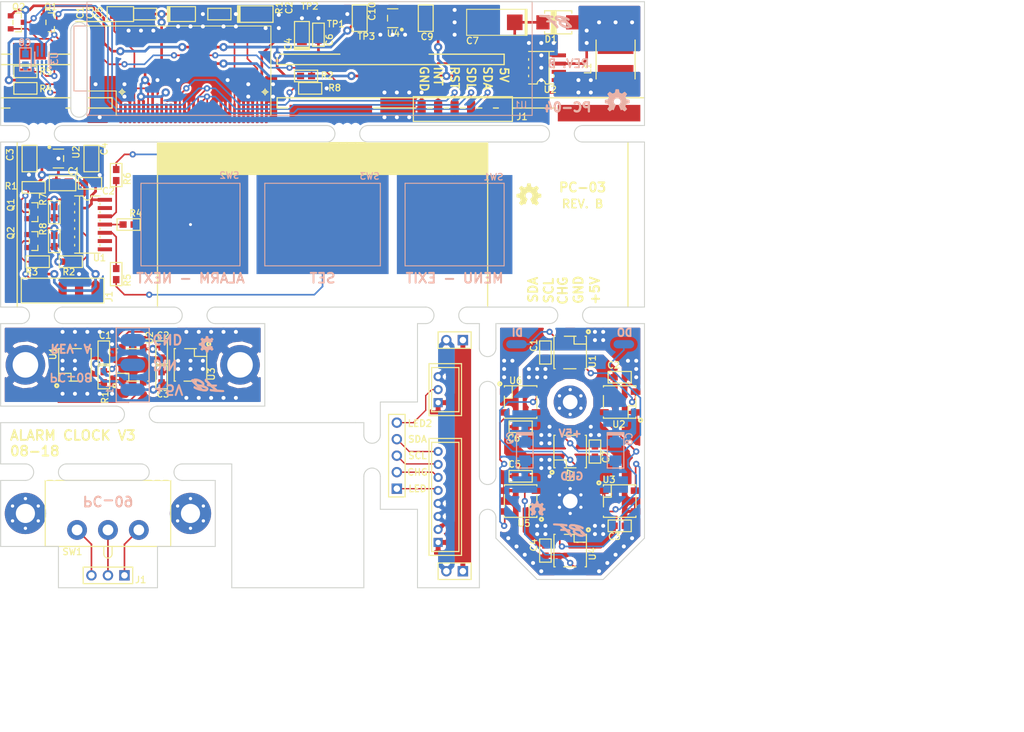
<source format=kicad_pcb>
(kicad_pcb (version 4) (host pcbnew 4.0.7-e2-6376~60~ubuntu17.10.1)
  (title_block (title "Display - RGB Seven Seg. Digit") (date 2016-03-08) (rev A) (comment 1 CLKV3-PC-01) (comment 2 CLKV3-SCH-01) (comment 3 "Alarm clock (V3)"))
  (layers (0 F.Cu signal) (31 B.Cu signal) (34 B.Paste user) (35 F.Paste user) (36 B.SilkS user) (37 F.SilkS user) (38 B.Mask user) (39 F.Mask user) (44 Edge.Cuts user))
  (net 0 "")
  (net 1 GND)
  (net 2 "Net-(R1-Pad1)")
  (net 3 /SDA)
  (net 4 /SCL)
  (net 5 +5V)
  (net 6 "Net-(C1-Pad2)")
  (net 7 "Net-(C2-PadA)")
  (net 8 +12V)
  (net 9 "Net-(J2-Pad1)")
  (net 10 "Net-(J3-Pad1)")
  (net 11 "Net-(J4-Pad1)")
  (net 12 /SW_12V)
  (net 13 "Net-(J5-Pad1)")
  (net 14 "Net-(U2-Pad2)")
  (net 15 "Net-(U2-Pad6)")
  (net 16 "Net-(U2-Pad5)")
  (net 17 /~RESET)
  (net 18 +3V3)
  (net 19 /SDA_3V3)
  (net 20 /SCL_3V3)
  (net 21 "Net-(U4-Pad4)")
  (net 22 "Net-(U2-Pad7)")
  (net 23 "Net-(U1-Pad12)")
  (net 24 "Net-(U1-Pad2)")
  (net 25 /INT)
  (net 26 "Net-(J6-Pad1)")
  (net 27 "Net-(U1-Pad4)")
  (net 28 "Net-(U1-Pad7)")
  (net 29 "Net-(U1-Pad9)")
  (net 30 "Net-(U1-Pad8)")
  (net 31 "Net-(R4-Pad1)")
  (net 32 /E_LEFT)
  (net 33 "Net-(R5-Pad1)")
  (net 34 /E_SET)
  (net 35 "Net-(R6-Pad1)")
  (net 36 /E_RIGHT)
  (net 37 /~CHANGE)
  (net 38 "Net-(U2-Pad4)")
  (net 39 /SCL_5V)
  (net 40 /SDA_5V)
  (net 41 "Net-(U1-Pad13)")
  (net 42 "Net-(J1-Pad8)")
  (net 43 "Net-(J1-Pad7)")
  (net 44 "Net-(J1-Pad5)")
  (net 45 "Net-(J1-Pad6)")
  (net 46 "Net-(J4-Pad2)")
  (net 47 "Net-(J1-Pad2)")
  (net 48 "Net-(U3-Pad2)")
  (net 49 "Net-(R1-Pad2)")
  (net 50 "Net-(J1-Pad1)")
  (net 51 "Net-(J1-Pad3)")
  (net 52 /DIN)
  (net 53 "Net-(U4-Pad2)")
  (net 54 "Net-(U5-Pad2)")
  (net 55 "Net-(U6-Pad2)")
  (net 56 /DOUT)
  (module misc:mousebite-double-62-small (layer F.Cu) (at 157.48 125.73 180)
    (fp_text reference REF** hide)
    (fp_text value VAL** hide)
    (pad "" np_thru_hole circle (at -0.889 0 180) (size 0.762 0.762) (drill 0.762) (layers *.Cu) (clearance 0.254))
    (pad "" np_thru_hole circle (at -0.889 -1.27 180) (size 0.762 0.762) (drill 0.762) (layers *.Cu) (clearance 0.254))
    (pad "" np_thru_hole circle (at -0.889 1.27 180) (size 0.762 0.762) (drill 0.762) (layers *.Cu) (clearance 0.254))
    (pad "" np_thru_hole circle (at 0.889 0 180) (size 0.762 0.762) (drill 0.762) (layers *.Cu) (clearance 0.254))
    (pad "" np_thru_hole circle (at 0.889 -1.27 180) (size 0.762 0.762) (drill 0.762) (layers *.Cu) (clearance 0.254))
    (pad "" np_thru_hole circle (at 0.889 1.27 180) (size 0.762 0.762) (drill 0.762) (layers *.Cu) (clearance 0.254))
  )
  (module misc:mousebite-double-62-small (layer F.Cu) (at 175.26 132.08 180)
    (fp_text reference REF** hide)
    (fp_text value VAL** hide)
    (pad "" np_thru_hole circle (at -0.889 0 180) (size 0.762 0.762) (drill 0.762) (layers *.Cu) (clearance 0.254))
    (pad "" np_thru_hole circle (at -0.889 -1.27 180) (size 0.762 0.762) (drill 0.762) (layers *.Cu) (clearance 0.254))
    (pad "" np_thru_hole circle (at -0.889 1.27 180) (size 0.762 0.762) (drill 0.762) (layers *.Cu) (clearance 0.254))
    (pad "" np_thru_hole circle (at 0.889 0 180) (size 0.762 0.762) (drill 0.762) (layers *.Cu) (clearance 0.254))
    (pad "" np_thru_hole circle (at 0.889 -1.27 180) (size 0.762 0.762) (drill 0.762) (layers *.Cu) (clearance 0.254))
    (pad "" np_thru_hole circle (at 0.889 1.27 180) (size 0.762 0.762) (drill 0.762) (layers *.Cu) (clearance 0.254))
  )
  (module misc:mousebite-double-62-small (layer F.Cu) (at 175.26 112.395 180)
    (fp_text reference REF** hide)
    (fp_text value VAL** hide)
    (pad "" np_thru_hole circle (at -0.889 0 180) (size 0.762 0.762) (drill 0.762) (layers *.Cu) (clearance 0.254))
    (pad "" np_thru_hole circle (at -0.889 -1.27 180) (size 0.762 0.762) (drill 0.762) (layers *.Cu) (clearance 0.254))
    (pad "" np_thru_hole circle (at -0.889 1.27 180) (size 0.762 0.762) (drill 0.762) (layers *.Cu) (clearance 0.254))
    (pad "" np_thru_hole circle (at 0.889 0 180) (size 0.762 0.762) (drill 0.762) (layers *.Cu) (clearance 0.254))
    (pad "" np_thru_hole circle (at 0.889 -1.27 180) (size 0.762 0.762) (drill 0.762) (layers *.Cu) (clearance 0.254))
    (pad "" np_thru_hole circle (at 0.889 1.27 180) (size 0.762 0.762) (drill 0.762) (layers *.Cu) (clearance 0.254))
  )
  (module misc:mousebite-double-62-small (layer F.Cu) (at 187.96 104.14 90)
    (fp_text reference REF** hide)
    (fp_text value VAL** hide)
    (pad "" np_thru_hole circle (at -0.889 0 90) (size 0.762 0.762) (drill 0.762) (layers *.Cu) (clearance 0.254))
    (pad "" np_thru_hole circle (at -0.889 -1.27 90) (size 0.762 0.762) (drill 0.762) (layers *.Cu) (clearance 0.254))
    (pad "" np_thru_hole circle (at -0.889 1.27 90) (size 0.762 0.762) (drill 0.762) (layers *.Cu) (clearance 0.254))
    (pad "" np_thru_hole circle (at 0.889 0 90) (size 0.762 0.762) (drill 0.762) (layers *.Cu) (clearance 0.254))
    (pad "" np_thru_hole circle (at 0.889 -1.27 90) (size 0.762 0.762) (drill 0.762) (layers *.Cu) (clearance 0.254))
    (pad "" np_thru_hole circle (at 0.889 1.27 90) (size 0.762 0.762) (drill 0.762) (layers *.Cu) (clearance 0.254))
  )
  (module misc:mousebite-double-62-small (layer F.Cu) (at 168.91 104.14 90)
    (fp_text reference REF** hide)
    (fp_text value VAL** hide)
    (pad "" np_thru_hole circle (at -0.889 0 90) (size 0.762 0.762) (drill 0.762) (layers *.Cu) (clearance 0.254))
    (pad "" np_thru_hole circle (at -0.889 -1.27 90) (size 0.762 0.762) (drill 0.762) (layers *.Cu) (clearance 0.254))
    (pad "" np_thru_hole circle (at -0.889 1.27 90) (size 0.762 0.762) (drill 0.762) (layers *.Cu) (clearance 0.254))
    (pad "" np_thru_hole circle (at 0.889 0 90) (size 0.762 0.762) (drill 0.762) (layers *.Cu) (clearance 0.254))
    (pad "" np_thru_hole circle (at 0.889 -1.27 90) (size 0.762 0.762) (drill 0.762) (layers *.Cu) (clearance 0.254))
    (pad "" np_thru_hole circle (at 0.889 1.27 90) (size 0.762 0.762) (drill 0.762) (layers *.Cu) (clearance 0.254))
  )
  (module misc:mousebite-double-62-small (layer F.Cu) (at 130.175 104.14 90)
    (fp_text reference REF** hide)
    (fp_text value VAL** hide)
    (pad "" np_thru_hole circle (at -0.889 0 90) (size 0.762 0.762) (drill 0.762) (layers *.Cu) (clearance 0.254))
    (pad "" np_thru_hole circle (at -0.889 -1.27 90) (size 0.762 0.762) (drill 0.762) (layers *.Cu) (clearance 0.254))
    (pad "" np_thru_hole circle (at -0.889 1.27 90) (size 0.762 0.762) (drill 0.762) (layers *.Cu) (clearance 0.254))
    (pad "" np_thru_hole circle (at 0.889 0 90) (size 0.762 0.762) (drill 0.762) (layers *.Cu) (clearance 0.254))
    (pad "" np_thru_hole circle (at 0.889 -1.27 90) (size 0.762 0.762) (drill 0.762) (layers *.Cu) (clearance 0.254))
    (pad "" np_thru_hole circle (at 0.889 1.27 90) (size 0.762 0.762) (drill 0.762) (layers *.Cu) (clearance 0.254))
  )
  (module misc:mousebite-double-62-small (layer F.Cu) (at 106.68 104.14 90)
    (fp_text reference REF** hide)
    (fp_text value VAL** hide)
    (pad "" np_thru_hole circle (at -0.889 0 90) (size 0.762 0.762) (drill 0.762) (layers *.Cu) (clearance 0.254))
    (pad "" np_thru_hole circle (at -0.889 -1.27 90) (size 0.762 0.762) (drill 0.762) (layers *.Cu) (clearance 0.254))
    (pad "" np_thru_hole circle (at -0.889 1.27 90) (size 0.762 0.762) (drill 0.762) (layers *.Cu) (clearance 0.254))
    (pad "" np_thru_hole circle (at 0.889 0 90) (size 0.762 0.762) (drill 0.762) (layers *.Cu) (clearance 0.254))
    (pad "" np_thru_hole circle (at 0.889 -1.27 90) (size 0.762 0.762) (drill 0.762) (layers *.Cu) (clearance 0.254))
    (pad "" np_thru_hole circle (at 0.889 1.27 90) (size 0.762 0.762) (drill 0.762) (layers *.Cu) (clearance 0.254))
  )
  (module misc:mousebite-double-62-small (layer F.Cu) (at 186.69 76.2 90)
    (fp_text reference REF** hide)
    (fp_text value VAL** hide)
    (pad "" np_thru_hole circle (at -0.889 0 90) (size 0.762 0.762) (drill 0.762) (layers *.Cu) (clearance 0.254))
    (pad "" np_thru_hole circle (at -0.889 -1.27 90) (size 0.762 0.762) (drill 0.762) (layers *.Cu) (clearance 0.254))
    (pad "" np_thru_hole circle (at -0.889 1.27 90) (size 0.762 0.762) (drill 0.762) (layers *.Cu) (clearance 0.254))
    (pad "" np_thru_hole circle (at 0.889 0 90) (size 0.762 0.762) (drill 0.762) (layers *.Cu) (clearance 0.254))
    (pad "" np_thru_hole circle (at 0.889 -1.27 90) (size 0.762 0.762) (drill 0.762) (layers *.Cu) (clearance 0.254))
    (pad "" np_thru_hole circle (at 0.889 1.27 90) (size 0.762 0.762) (drill 0.762) (layers *.Cu) (clearance 0.254))
  )
  (module misc:mousebite-double-62-small (layer F.Cu) (at 153.67 76.2 90)
    (fp_text reference REF** hide)
    (fp_text value VAL** hide)
    (pad "" np_thru_hole circle (at -0.889 0 90) (size 0.762 0.762) (drill 0.762) (layers *.Cu) (clearance 0.254))
    (pad "" np_thru_hole circle (at -0.889 -1.27 90) (size 0.762 0.762) (drill 0.762) (layers *.Cu) (clearance 0.254))
    (pad "" np_thru_hole circle (at -0.889 1.27 90) (size 0.762 0.762) (drill 0.762) (layers *.Cu) (clearance 0.254))
    (pad "" np_thru_hole circle (at 0.889 0 90) (size 0.762 0.762) (drill 0.762) (layers *.Cu) (clearance 0.254))
    (pad "" np_thru_hole circle (at 0.889 -1.27 90) (size 0.762 0.762) (drill 0.762) (layers *.Cu) (clearance 0.254))
    (pad "" np_thru_hole circle (at 0.889 1.27 90) (size 0.762 0.762) (drill 0.762) (layers *.Cu) (clearance 0.254))
  )
  (module smt-sot:SOT23-5 (layer F.Cu) (at 109.22 80.01 270)
    (fp_text reference U2 (at 0.127 -3.302 450) (layer F.SilkS) (effects (font (thickness 0.18)) (justify left bottom)))
    (fp_text value LP2981-33DBVT hide)
    (pad 1 smd rect (at -0.95 1.4 270) (size 0.65 1.2) (layers F.Cu F.Paste F.Mask) (net 5 +5V))
    (pad 2 smd rect (at 0 1.4 270) (size 0.65 1.2) (layers F.Cu F.Paste F.Mask) (net 1 GND))
    (pad 3 smd rect (at 0.95 1.4 270) (size 0.65 1.2) (layers F.Cu F.Paste F.Mask) (net 5 +5V))
    (pad 4 smd rect (at 0.95 -1.4 270) (size 0.65 1.2) (layers F.Cu F.Paste F.Mask) (net 38 "Net-(U2-Pad4)"))
    (pad 5 smd rect (at -0.95 -1.4 270) (size 0.65 1.2) (layers F.Cu F.Paste F.Mask) (net 18 +3V3))
  )
  (module smt:R-0603 (layer F.Cu) (at 108.585 88.265 90)
    (fp_text reference R7 (at 0.889 -1.143 270) (layer F.SilkS) (effects (font (thickness 0.18)) (justify left bottom)))
    (fp_text value 10k hide)
    (pad 1 smd rect (at -0.85 0 90) (size 1.1 1) (layers F.Cu F.Paste F.Mask) (net 19 /SDA_3V3))
    (pad 2 smd rect (at 0.85 0 90) (size 1.1 1) (layers F.Cu F.Paste F.Mask) (net 18 +3V3))
  )
  (module smt:C-0805 (layer F.Cu) (at 109.855 83.82 180)
    (fp_text reference C1 (at -0.635 1.27 180) (layer F.SilkS) (effects (font (thickness 0.18)) (justify left bottom)))
    (fp_text value 1uF hide)
    (pad 1 smd rect (at -0.95 0 180) (size 1.3 1.5) (layers F.Cu F.Paste F.Mask) (net 18 +3V3))
    (pad 2 smd rect (at 0.95 0 180) (size 1.3 1.5) (layers F.Cu F.Paste F.Mask) (net 1 GND))
  )
  (module smt:C-0603 (layer F.Cu) (at 114.085 83.82)
    (fp_text reference C2 (at 1.739 1.778) (layer F.SilkS) (effects (font (thickness 0.18)) (justify left bottom)))
    (fp_text value 100nF hide)
    (pad 1 smd rect (at -0.85 0) (size 1.1 1) (layers F.Cu F.Paste F.Mask) (net 18 +3V3))
    (pad 2 smd rect (at 0.85 0) (size 1.1 1) (layers F.Cu F.Paste F.Mask) (net 1 GND))
  )
  (module smt:C-0805 (layer F.Cu) (at 104.775 80.01 90)
    (fp_text reference C3 (at -0.508 -2.413 90) (layer F.SilkS) (effects (font (thickness 0.18)) (justify left bottom)))
    (fp_text value 1uF hide)
    (pad 1 smd rect (at -0.95 0 90) (size 1.3 1.5) (layers F.Cu F.Paste F.Mask) (net 1 GND))
    (pad 2 smd rect (at 0.95 0 90) (size 1.3 1.5) (layers F.Cu F.Paste F.Mask) (net 5 +5V))
  )
  (module smt:C-0805 (layer F.Cu) (at 114.3 80.01 90)
    (fp_text reference C4 (at 0.381 2.54 90) (layer F.SilkS) (effects (font (thickness 0.18)) (justify left bottom)))
    (fp_text value 3.3uF hide)
    (pad 1 smd rect (at -0.95 0 90) (size 1.3 1.5) (layers F.Cu F.Paste F.Mask) (net 1 GND))
    (pad 2 smd rect (at 0.95 0 90) (size 1.3 1.5) (layers F.Cu F.Paste F.Mask) (net 18 +3V3))
  )
  (module conn-wire-pads:WP-50mil-1x05 (layer F.Cu) (at 109.855 100.33)
    (fp_text reference J1 (at 7.747 1.905 90) (layer F.SilkS) (effects (font (thickness 0.18)) (justify left bottom)))
    (fp_text value HEADER-1x05 hide)
    (pad 1 smd oval (at -5.08 0) (size 1.27 3.175) (layers F.Cu F.Paste F.Mask) (net 40 /SDA_5V))
    (pad 2 smd oval (at -2.54 0) (size 1.27 3.175) (layers F.Cu F.Paste F.Mask) (net 39 /SCL_5V))
    (pad 3 smd oval (at 0 0) (size 1.27 3.175) (layers F.Cu F.Paste F.Mask) (net 37 /~CHANGE))
    (pad 5 smd oval (at 5.08 0) (size 1.27 3.175) (layers F.Cu F.Paste F.Mask) (net 5 +5V))
    (pad 4 smd oval (at 2.54 0) (size 1.27 3.175) (layers F.Cu F.Paste F.Mask) (net 1 GND))
  )
  (module smt:R-0603 (layer F.Cu) (at 105.41 84.455)
    (fp_text reference R1 (at -4.572 0.381) (layer F.SilkS) (effects (font (thickness 0.18)) (justify left bottom)))
    (fp_text value 10k hide)
    (pad 1 smd rect (at -0.85 0) (size 1.1 1) (layers F.Cu F.Paste F.Mask) (net 40 /SDA_5V))
    (pad 2 smd rect (at 0.85 0) (size 1.1 1) (layers F.Cu F.Paste F.Mask) (net 5 +5V))
  )
  (module smt:R-0603 (layer F.Cu) (at 111.125 95.885)
    (fp_text reference R2 (at -1.397 2.159) (layer F.SilkS) (effects (font (thickness 0.18)) (justify left bottom)))
    (fp_text value 100k hide)
    (pad 1 smd rect (at -0.85 0) (size 1.1 1) (layers F.Cu F.Paste F.Mask) (net 18 +3V3))
    (pad 2 smd rect (at 0.85 0) (size 1.1 1) (layers F.Cu F.Paste F.Mask) (net 37 /~CHANGE))
  )
  (module smt:R-0603 (layer F.Cu) (at 106.045 95.885)
    (fp_text reference R3 (at -2.032 2.159 180) (layer F.SilkS) (effects (font (thickness 0.18)) (justify left bottom)))
    (fp_text value 10k hide)
    (pad 1 smd rect (at -0.85 0) (size 1.1 1) (layers F.Cu F.Paste F.Mask) (net 39 /SCL_5V))
    (pad 2 smd rect (at 0.85 0) (size 1.1 1) (layers F.Cu F.Paste F.Mask) (net 5 +5V))
  )
  (module smt:R-0603 (layer F.Cu) (at 120.015 90.17)
    (fp_text reference R4 (at 0 -1.143) (layer F.SilkS) (effects (font (thickness 0.18)) (justify left bottom)))
    (fp_text value 470 hide)
    (pad 1 smd rect (at -0.85 0) (size 1.1 1) (layers F.Cu F.Paste F.Mask) (net 31 "Net-(R4-Pad1)"))
    (pad 2 smd rect (at 0.85 0) (size 1.1 1) (layers F.Cu F.Paste F.Mask) (net 36 /E_RIGHT))
  )
  (module smt:R-0603 (layer F.Cu) (at 118.11 97.79 270)
    (fp_text reference R5 (at 2.032 -2.286 270) (layer F.SilkS) (effects (font (thickness 0.18)) (justify left bottom)))
    (fp_text value 470 hide)
    (pad 1 smd rect (at -0.85 0 270) (size 1.1 1) (layers F.Cu F.Paste F.Mask) (net 33 "Net-(R5-Pad1)"))
    (pad 2 smd rect (at 0.85 0 270) (size 1.1 1) (layers F.Cu F.Paste F.Mask) (net 34 /E_SET))
  )
  (module smt:R-0603 (layer F.Cu) (at 118.11 82.55 90)
    (fp_text reference R6 (at -1.651 2.286 90) (layer F.SilkS) (effects (font (thickness 0.18)) (justify left bottom)))
    (fp_text value 470 hide)
    (pad 1 smd rect (at -0.85 0 90) (size 1.1 1) (layers F.Cu F.Paste F.Mask) (net 35 "Net-(R6-Pad1)"))
    (pad 2 smd rect (at 0.85 0 90) (size 1.1 1) (layers F.Cu F.Paste F.Mask) (net 32 /E_LEFT))
  )
  (module smt:R-0603 (layer F.Cu) (at 108.585 92.71 90)
    (fp_text reference R8 (at 0.762 -1.143 90) (layer F.SilkS) (effects (font (thickness 0.18)) (justify left bottom)))
    (fp_text value 10k hide)
    (pad 1 smd rect (at -0.85 0 90) (size 1.1 1) (layers F.Cu F.Paste F.Mask) (net 20 /SCL_3V3))
    (pad 2 smd rect (at 0.85 0 90) (size 1.1 1) (layers F.Cu F.Paste F.Mask) (net 18 +3V3))
  )
  (module smt-soic:SOIC14N (layer F.Cu) (at 113.665 90.17 270)
    (fp_text reference U1 (at 5.715 -0.762 360) (layer F.SilkS) (effects (font (thickness 0.18)) (justify left bottom)))
    (fp_text value AT42QT1070 hide)
    (pad 2 smd rect (at -2.54 2.7 270) (size 0.6 2.2) (layers F.Cu F.Paste F.Mask) (net 1 GND))
    (pad 13 smd rect (at -2.54 -2.7 270) (size 0.6 2.2) (layers F.Cu F.Paste F.Mask) (net 41 "Net-(U1-Pad13)"))
    (pad 1 smd rect (at -3.81 2.7 270) (size 0.6 2.2) (layers F.Cu F.Paste F.Mask) (net 18 +3V3))
    (pad 3 smd rect (at -1.27 2.7 270) (size 0.6 2.2) (layers F.Cu F.Paste F.Mask) (net 19 /SDA_3V3))
    (pad 4 smd rect (at 0 2.7 270) (size 0.6 2.2) (layers F.Cu F.Paste F.Mask) (net 27 "Net-(U1-Pad4)"))
    (pad 14 smd rect (at -3.81 -2.7 270) (size 0.6 2.2) (layers F.Cu F.Paste F.Mask) (net 1 GND))
    (pad 12 smd rect (at -1.27 -2.7 270) (size 0.6 2.2) (layers F.Cu F.Paste F.Mask) (net 35 "Net-(R6-Pad1)"))
    (pad 11 smd rect (at 0 -2.7 270) (size 0.6 2.2) (layers F.Cu F.Paste F.Mask) (net 31 "Net-(R4-Pad1)"))
    (pad 5 smd rect (at 1.27 2.7 270) (size 0.6 2.2) (layers F.Cu F.Paste F.Mask) (net 37 /~CHANGE))
    (pad 6 smd rect (at 2.54 2.7 270) (size 0.6 2.2) (layers F.Cu F.Paste F.Mask) (net 20 /SCL_3V3))
    (pad 7 smd rect (at 3.81 2.7 270) (size 0.6 2.2) (layers F.Cu F.Paste F.Mask) (net 28 "Net-(U1-Pad7)"))
    (pad 10 smd rect (at 1.27 -2.7 270) (size 0.6 2.2) (layers F.Cu F.Paste F.Mask) (net 33 "Net-(R5-Pad1)"))
    (pad 9 smd rect (at 2.54 -2.7 270) (size 0.6 2.2) (layers F.Cu F.Paste F.Mask) (net 29 "Net-(U1-Pad9)"))
    (pad 8 smd rect (at 3.81 -2.7 270) (size 0.6 2.2) (layers F.Cu F.Paste F.Mask) (net 30 "Net-(U1-Pad8)"))
  )
  (module smt-sot:SOT23 (layer F.Cu) (at 105.41 88.265 270)
    (fp_text reference Q1 (at 0 2.921 450) (layer F.SilkS) (effects (font (thickness 0.18)) (justify left bottom)))
    (fp_text value BSS138 hide)
    (pad 1 smd rect (at -1 1 270) (size 0.8 0.9) (layers F.Cu F.Paste F.Mask) (net 18 +3V3))
    (pad 2 smd rect (at 1 1 270) (size 0.8 0.9) (layers F.Cu F.Paste F.Mask) (net 19 /SDA_3V3))
    (pad 3 smd rect (at 0 -1 270) (size 0.8 0.9) (layers F.Cu F.Paste F.Mask) (net 40 /SDA_5V))
  )
  (module smt-sot:SOT23 (layer F.Cu) (at 105.41 92.71 270)
    (fp_text reference Q2 (at -0.127 2.921 450) (layer F.SilkS) (effects (font (thickness 0.18)) (justify left bottom)))
    (fp_text value BSS138 hide)
    (pad 1 smd rect (at -1 1 270) (size 0.8 0.9) (layers F.Cu F.Paste F.Mask) (net 18 +3V3))
    (pad 2 smd rect (at 1 1 270) (size 0.8 0.9) (layers F.Cu F.Paste F.Mask) (net 20 /SCL_3V3))
    (pad 3 smd rect (at 0 -1 270) (size 0.8 0.9) (layers F.Cu F.Paste F.Mask) (net 39 /SCL_5V))
  )
  (module conn-wire-pads:TouchPad-700x600 (layer B.Cu) (at 170.18 90.17 180)
    (fp_text reference SW1 (at -7.62 6.731 180) (layer B.SilkS) (effects (font (thickness 0.18)) (justify left bottom mirror)))
    (fp_text value ALARM hide)
    (pad 1 smd rect (at 0 0 180) (size 17.78 15.24) (layers B.Cu) (net 32 /E_LEFT))
  )
  (module conn-wire-pads:TouchPad-700x600 (layer B.Cu) (at 129.54 90.17 180)
    (fp_text reference SW2 (at -7.62 6.985 180) (layer B.SilkS) (effects (font (thickness 0.18)) (justify left bottom mirror)))
    (fp_text value MENU hide)
    (pad 1 smd rect (at 0 0 180) (size 17.78 15.24) (layers B.Cu) (net 36 /E_RIGHT))
  )
  (module conn-wire-pads:TouchPad-800x600 (layer B.Cu) (at 149.86 90.17)
    (fp_text reference SW3 (at 8.89 -6.858) (layer B.SilkS) (effects (font (thickness 0.18)) (justify left bottom mirror)))
    (fp_text value SET hide)
    (pad 1 smd rect (at 0 0) (size 20.32 15.24) (layers B.Cu) (net 34 /E_SET))
  )
  (module symbols:LOGO-OSHW-150 (layer F.Cu) (at 181.61 85.725)
    (fp_text reference REF** hide)
    (fp_text value VAL** hide)
  )
  (module conn-wire-pads:WP-75mil-1x03 (layer B.Cu) (at 120.65 111.76 270)
    (fp_text reference J1 (at 2.667 2.921 270) (layer B.SilkS) (effects (font (thickness 0.18)) (justify left bottom mirror)))
    (fp_text value HEADER-1x03 hide)
    (pad 1 smd oval (at -3.81 0 270) (size 1.905 3.81) (layers B.Cu B.Paste B.Mask) (net 1 GND))
    (pad 2 smd oval (at 0 0 270) (size 1.905 3.81) (layers B.Cu B.Paste B.Mask) (net 47 "Net-(J1-Pad2)"))
    (pad 3 smd oval (at 3.81 0 270) (size 1.905 3.81) (layers B.Cu B.Paste B.Mask) (net 5 +5V))
  )
  (module smt:LED-5050 (layer F.Cu) (at 111.76 111.76 270)
    (fp_text reference U1 (at -0.635 2.794 270) (layer F.SilkS) (effects (font (thickness 0.18)) (justify left bottom)))
    (fp_text value WS2812B hide)
    (pad 2 smd rect (at -2.45 1.6 270) (size 1.5 1) (layers F.Cu F.Paste F.Mask) (net 24 "Net-(U1-Pad2)"))
    (pad 3 smd rect (at 2.45 1.6 270) (size 1.5 1) (layers F.Cu F.Paste F.Mask) (net 1 GND))
    (pad 4 smd rect (at 2.45 -1.6 270) (size 1.5 1) (layers F.Cu F.Paste F.Mask) (net 49 "Net-(R1-Pad2)"))
    (pad 1 smd rect (at -2.45 -1.6 270) (size 1.5 1) (layers F.Cu F.Paste F.Mask) (net 5 +5V))
  )
  (module smt:LED-5050 (layer F.Cu) (at 120.65 111.76 270)
    (fp_text reference U2 (at -3.048 -3.175 270) (layer F.SilkS) (effects (font (thickness 0.18)) (justify left bottom)))
    (fp_text value WS2812B hide)
    (pad 2 smd rect (at -2.45 1.6 270) (size 1.5 1) (layers F.Cu F.Paste F.Mask) (net 14 "Net-(U2-Pad2)"))
    (pad 3 smd rect (at 2.45 1.6 270) (size 1.5 1) (layers F.Cu F.Paste F.Mask) (net 1 GND))
    (pad 4 smd rect (at 2.45 -1.6 270) (size 1.5 1) (layers F.Cu F.Paste F.Mask) (net 24 "Net-(U1-Pad2)"))
    (pad 1 smd rect (at -2.45 -1.6 270) (size 1.5 1) (layers F.Cu F.Paste F.Mask) (net 5 +5V))
  )
  (module smt:LED-5050 (layer F.Cu) (at 129.54 111.76 90)
    (fp_text reference U3 (at -2.54 3.81 90) (layer F.SilkS) (effects (font (thickness 0.18)) (justify left bottom)))
    (fp_text value WS2812B hide)
    (pad 2 smd rect (at -2.45 1.6 90) (size 1.5 1) (layers F.Cu F.Paste F.Mask) (net 48 "Net-(U3-Pad2)"))
    (pad 3 smd rect (at 2.45 1.6 90) (size 1.5 1) (layers F.Cu F.Paste F.Mask) (net 1 GND))
    (pad 4 smd rect (at 2.45 -1.6 90) (size 1.5 1) (layers F.Cu F.Paste F.Mask) (net 14 "Net-(U2-Pad2)"))
    (pad 1 smd rect (at -2.45 -1.6 90) (size 1.5 1) (layers F.Cu F.Paste F.Mask) (net 5 +5V))
  )
  (module conn-wire-pads:SM-Standoff-#2 (layer F.Cu) (at 137.16 111.76 90)
    (fp_text reference H1 hide)
    (fp_text value Hole hide)
    (pad P thru_hole circle (at 0 0 90) (size 6.096 6.096) (drill 3.937) (layers *.Cu *.Mask) (net 1 GND) (clearance 1.016))
  )
  (module conn-wire-pads:SM-Standoff-#2 (layer F.Cu) (at 104.14 111.76 90)
    (fp_text reference H2 hide)
    (fp_text value Hole hide)
    (pad P thru_hole circle (at 0 0 90) (size 6.096 6.096) (drill 3.937) (layers *.Cu *.Mask) (net 1 GND) (clearance 1.016))
  )
  (module smt:C-0603 (layer F.Cu) (at 116.205 109.855 90)
    (fp_text reference C1 (at 2.032 -0.889 360) (layer F.SilkS) (effects (font (thickness 0.18)) (justify left bottom)))
    (fp_text value 100nF hide)
    (pad 1 smd rect (at -0.85 0 90) (size 1.1 1) (layers F.Cu F.Paste F.Mask) (net 5 +5V))
    (pad 2 smd rect (at 0.85 0 90) (size 1.1 1) (layers F.Cu F.Paste F.Mask) (net 1 GND))
  )
  (module smt:C-0603 (layer F.Cu) (at 125.095 109.855 270)
    (fp_text reference C2 (at -2.032 0.889 360) (layer F.SilkS) (effects (font (thickness 0.18)) (justify left bottom)))
    (fp_text value 100nF hide)
    (pad 1 smd rect (at -0.85 0 270) (size 1.1 1) (layers F.Cu F.Paste F.Mask) (net 5 +5V))
    (pad 2 smd rect (at 0.85 0 270) (size 1.1 1) (layers F.Cu F.Paste F.Mask) (net 1 GND))
  )
  (module smt:C-0603 (layer F.Cu) (at 125.095 113.665 90)
    (fp_text reference C3 (at -3.175 -0.889 180) (layer F.SilkS) (effects (font (thickness 0.18)) (justify left bottom)))
    (fp_text value 100nF hide)
    (pad 1 smd rect (at -0.85 0 90) (size 1.1 1) (layers F.Cu F.Paste F.Mask) (net 5 +5V))
    (pad 2 smd rect (at 0.85 0 90) (size 1.1 1) (layers F.Cu F.Paste F.Mask) (net 1 GND))
  )
  (module smt:R-0603 (layer F.Cu) (at 116.205 113.665 270)
    (fp_text reference R1 (at 4.191 -0.762 450) (layer F.SilkS) (effects (font (thickness 0.18)) (justify left bottom)))
    (fp_text value 300 hide)
    (pad 1 smd rect (at -0.85 0 270) (size 1.1 1) (layers F.Cu F.Paste F.Mask) (net 47 "Net-(J1-Pad2)"))
    (pad 2 smd rect (at 0.85 0 270) (size 1.1 1) (layers F.Cu F.Paste F.Mask) (net 49 "Net-(R1-Pad2)"))
  )
  (module symbols:LOGO-OSHW-100 (layer B.Cu) (at 132.08 108.585 270)
    (fp_text reference REF** hide)
    (fp_text value VAL** hide)
  )
  (module symbols:SIGNATURE_SILK (layer B.Cu) (at 132.08 114.935)
    (fp_text reference REF** hide)
    (fp_text value VAL** hide)
  )
  (module misc:mousebite-double-62-small (layer F.Cu) (at 106.68 76.2 90)
    (fp_text reference REF** hide)
    (fp_text value VAL** hide)
    (pad "" np_thru_hole circle (at -0.889 0 90) (size 0.762 0.762) (drill 0.762) (layers *.Cu) (clearance 0.254))
    (pad "" np_thru_hole circle (at -0.889 -1.27 90) (size 0.762 0.762) (drill 0.762) (layers *.Cu) (clearance 0.254))
    (pad "" np_thru_hole circle (at -0.889 1.27 90) (size 0.762 0.762) (drill 0.762) (layers *.Cu) (clearance 0.254))
    (pad "" np_thru_hole circle (at 0.889 0 90) (size 0.762 0.762) (drill 0.762) (layers *.Cu) (clearance 0.254))
    (pad "" np_thru_hole circle (at 0.889 -1.27 90) (size 0.762 0.762) (drill 0.762) (layers *.Cu) (clearance 0.254))
    (pad "" np_thru_hole circle (at 0.889 1.27 90) (size 0.762 0.762) (drill 0.762) (layers *.Cu) (clearance 0.254))
  )
  (module misc:mousebite-single-62-small (layer F.Cu) (at 121.285 119.38 270)
    (fp_text reference REF** hide)
    (fp_text value VAL** hide)
    (pad "" np_thru_hole circle (at -0.889 0 270) (size 0.762 0.762) (drill 0.762) (layers *.Cu) (clearance 0.254))
    (pad "" np_thru_hole circle (at -0.889 -1.27 270) (size 0.762 0.762) (drill 0.762) (layers *.Cu) (clearance 0.254))
    (pad "" np_thru_hole circle (at -0.889 1.27 270) (size 0.762 0.762) (drill 0.762) (layers *.Cu) (clearance 0.254))
  )
  (module smt:C-0603 (layer B.Cu) (at 104.14 64.77 270)
    (fp_text reference C8 (at -2.032 -1.016 360) (layer B.SilkS) (effects (font (thickness 0.18)) (justify left bottom mirror)))
    (fp_text value 100nF hide)
    (pad 1 smd rect (at -0.85 0 270) (size 1.1 1) (layers B.Cu B.Paste B.Mask) (net 18 +3V3))
    (pad 2 smd rect (at 0.85 0 270) (size 1.1 1) (layers B.Cu B.Paste B.Mask) (net 1 GND))
  )
  (module smt:C-0805 (layer F.Cu) (at 165.735 58.42 90)
    (fp_text reference C9 (at -3.429 -0.889 180) (layer F.SilkS) (effects (font (thickness 0.18)) (justify left bottom)))
    (fp_text value 1uF hide)
    (pad 1 smd rect (at -0.95 0 90) (size 1.3 1.5) (layers F.Cu F.Paste F.Mask) (net 1 GND))
    (pad 2 smd rect (at 0.95 0 90) (size 1.3 1.5) (layers F.Cu F.Paste F.Mask) (net 5 +5V))
  )
  (module smt:C-0805 (layer F.Cu) (at 155.575 58.42 270)
    (fp_text reference C10 (at 0.508 -2.4765 450) (layer F.SilkS) (effects (font (thickness 0.18)) (justify left bottom)))
    (fp_text value 3.3uF hide)
    (pad 1 smd rect (at -0.95 0 270) (size 1.3 1.5) (layers F.Cu F.Paste F.Mask) (net 1 GND))
    (pad 2 smd rect (at 0.95 0 270) (size 1.3 1.5) (layers F.Cu F.Paste F.Mask) (net 18 +3V3))
  )
  (module smt-sot:SOT23 (layer F.Cu) (at 107.95 59.055 270)
    (fp_text reference Q1 (at -1.778 1.016 360) (layer F.SilkS) (effects (font (thickness 0.18)) (justify left bottom)))
    (fp_text value BSS138 hide)
    (pad 1 smd rect (at -1 1 270) (size 0.8 0.9) (layers F.Cu F.Paste F.Mask) (net 18 +3V3))
    (pad 2 smd rect (at 1 1 270) (size 0.8 0.9) (layers F.Cu F.Paste F.Mask) (net 19 /SDA_3V3))
    (pad 3 smd rect (at 0 -1 270) (size 0.8 0.9) (layers F.Cu F.Paste F.Mask) (net 3 /SDA))
  )
  (module smt-sot:SOT23 (layer F.Cu) (at 102.87 59.055 270)
    (fp_text reference Q2 (at -1.778 0.889 360) (layer F.SilkS) (effects (font (thickness 0.18)) (justify left bottom)))
    (fp_text value BSS138 hide)
    (pad 1 smd rect (at -1 1 270) (size 0.8 0.9) (layers F.Cu F.Paste F.Mask) (net 18 +3V3))
    (pad 2 smd rect (at 1 1 270) (size 0.8 0.9) (layers F.Cu F.Paste F.Mask) (net 20 /SCL_3V3))
    (pad 3 smd rect (at 0 -1 270) (size 0.8 0.9) (layers F.Cu F.Paste F.Mask) (net 4 /SCL))
  )
  (module smt-dfn:DFN6 (layer B.Cu) (at 106.68 64.6176 90)
    (fp_text reference U3 (at 1.1176 2.54 90) (layer B.SilkS) (effects (font (thickness 0.18)) (justify left bottom mirror)))
    (fp_text value TSL2591 hide)
    (pad 2 smd rect (at -1.1 0 90) (size 1.7 0.35) (layers B.Cu B.Paste B.Mask) (net 25 /INT))
    (pad 5 smd rect (at 1.1 0 90) (size 1.7 0.35) (layers B.Cu B.Paste B.Mask) (net 18 +3V3))
    (pad 6 smd rect (at 1.1 0.65 90) (size 1.7 0.35) (layers B.Cu B.Paste B.Mask) (net 19 /SDA_3V3))
    (pad 1 smd rect (at -1.1 0.65 90) (size 1.7 0.35) (layers B.Cu B.Paste B.Mask) (net 20 /SCL_3V3))
    (pad 3 smd rect (at -1.1 -0.65 90) (size 1.7 0.35) (layers B.Cu B.Paste B.Mask) (net 1 GND))
    (pad 4 smd rect (at 1.1 -0.65 90) (size 1.7 0.35) (layers B.Cu B.Paste B.Mask))
  )
  (module smt-sot:SOT23-5 (layer F.Cu) (at 160.655 58.42 90)
    (fp_text reference U4 (at -2.921 -1.016 360) (layer F.SilkS) (effects (font (thickness 0.18)) (justify left bottom)))
    (fp_text value LP2981-33DBVT hide)
    (pad 1 smd rect (at -0.95 1.4 90) (size 0.65 1.2) (layers F.Cu F.Paste F.Mask) (net 5 +5V))
    (pad 2 smd rect (at 0 1.4 90) (size 0.65 1.2) (layers F.Cu F.Paste F.Mask) (net 1 GND))
    (pad 3 smd rect (at 0.95 1.4 90) (size 0.65 1.2) (layers F.Cu F.Paste F.Mask) (net 5 +5V))
    (pad 4 smd rect (at 0.95 -1.4 90) (size 0.65 1.2) (layers F.Cu F.Paste F.Mask) (net 21 "Net-(U4-Pad4)"))
    (pad 5 smd rect (at -0.95 -1.4 90) (size 0.65 1.2) (layers F.Cu F.Paste F.Mask) (net 18 +3V3))
  )
  (module misc:LCD-ER-OLED1602 (layer B.Cu) (at 149.86 64.6176 180)
    (fp_text reference U1 (at -30.48 -7.1374 180) (layer B.SilkS) (effects (justify mirror)))
    (fp_text value ER-OLED1602-4W hide)
    (pad 16 smd rect (at 20.55 -8.45 180) (size 0.4 3) (layers F.Cu F.Paste F.Mask) (net 1 GND))
    (pad 15 smd rect (at 21.25 -8.45 180) (size 0.4 3) (layers F.Cu F.Paste F.Mask) (net 1 GND))
    (pad 14 smd rect (at 21.95 -8.45 180) (size 0.4 3) (layers F.Cu F.Paste F.Mask) (net 17 /~RESET))
    (pad 13 smd rect (at 22.65 -8.45 180) (size 0.4 3) (layers F.Cu F.Paste F.Mask) (net 1 GND))
    (pad 12 smd rect (at 23.35 -8.45 180) (size 0.4 3) (layers F.Cu F.Paste F.Mask) (net 23 "Net-(U1-Pad12)"))
    (pad 11 smd rect (at 24.05 -8.45 180) (size 0.4 3) (layers F.Cu F.Paste F.Mask) (net 1 GND))
    (pad 10 smd rect (at 24.75 -8.45 180) (size 0.4 3) (layers F.Cu F.Paste F.Mask) (net 5 +5V))
    (pad 9 smd rect (at 25.45 -8.45 180) (size 0.4 3) (layers F.Cu F.Paste F.Mask) (net 1 GND))
    (pad 8 smd rect (at 26.15 -8.45 180) (size 0.4 3) (layers F.Cu F.Paste F.Mask) (net 5 +5V))
    (pad 7 smd rect (at 26.85 -8.45 180) (size 0.4 3) (layers F.Cu F.Paste F.Mask) (net 6 "Net-(C1-Pad2)"))
    (pad 6 smd rect (at 27.55 -8.45 180) (size 0.4 3) (layers F.Cu F.Paste F.Mask) (net 5 +5V))
    (pad 5 smd rect (at 28.25 -8.45 180) (size 0.4 3) (layers F.Cu F.Paste F.Mask) (net 5 +5V))
    (pad 4 smd rect (at 28.95 -8.45 180) (size 0.4 3) (layers F.Cu F.Paste F.Mask) (net 6 "Net-(C1-Pad2)"))
    (pad 3 smd rect (at 29.65 -8.45 180) (size 0.4 3) (layers F.Cu F.Paste F.Mask) (net 1 GND))
    (pad 2 smd rect (at 30.35 -8.45 180) (size 0.4 3) (layers F.Cu F.Paste F.Mask) (net 24 "Net-(U1-Pad2)"))
    (pad 30 smd rect (at 10.75 -8.45 180) (size 0.4 3) (layers F.Cu F.Paste F.Mask) (net 1 GND))
    (pad 29 smd rect (at 11.45 -8.45 180) (size 0.4 3) (layers F.Cu F.Paste F.Mask) (net 1 GND))
    (pad 28 smd rect (at 12.15 -8.45 180) (size 0.4 3) (layers F.Cu F.Paste F.Mask) (net 1 GND))
    (pad 27 smd rect (at 12.85 -8.45 180) (size 0.4 3) (layers F.Cu F.Paste F.Mask) (net 1 GND))
    (pad 26 smd rect (at 13.55 -8.45 180) (size 0.4 3) (layers F.Cu F.Paste F.Mask) (net 2 "Net-(R1-Pad1)"))
    (pad 25 smd rect (at 14.25 -8.45 180) (size 0.4 3) (layers F.Cu F.Paste F.Mask) (net 1 GND))
    (pad 24 smd rect (at 14.95 -8.45 180) (size 0.4 3) (layers F.Cu F.Paste F.Mask) (net 1 GND))
    (pad 23 smd rect (at 15.65 -8.45 180) (size 0.4 3) (layers F.Cu F.Paste F.Mask) (net 1 GND))
    (pad 22 smd rect (at 16.35 -8.45 180) (size 0.4 3) (layers F.Cu F.Paste F.Mask) (net 1 GND))
    (pad 21 smd rect (at 17.05 -8.45 180) (size 0.4 3) (layers F.Cu F.Paste F.Mask) (net 1 GND))
    (pad 20 smd rect (at 17.75 -8.45 180) (size 0.4 3) (layers F.Cu F.Paste F.Mask) (net 3 /SDA))
    (pad 19 smd rect (at 18.45 -8.45 180) (size 0.4 3) (layers F.Cu F.Paste F.Mask) (net 3 /SDA))
    (pad 18 smd rect (at 19.15 -8.45 180) (size 0.4 3) (layers F.Cu F.Paste F.Mask) (net 4 /SCL))
    (pad 17 smd rect (at 19.85 -8.45 180) (size 0.4 3) (layers F.Cu F.Paste F.Mask) (net 1 GND))
    (pad 31 smd rect (at 10.05 -8.45 180) (size 0.4 3) (layers F.Cu F.Paste F.Mask) (net 7 "Net-(C2-PadA)"))
    (pad 32 smd rect (at 9.35 -8.45 180) (size 0.4 3) (layers F.Cu F.Paste F.Mask) (net 8 +12V))
    (pad 33 smd rect (at 8.65 -8.45 180) (size 0.4 3) (layers F.Cu F.Paste F.Mask) (net 1 GND))
    (pad 1 smd rect (at 31.05 -8.45 180) (size 0.4 3) (layers F.Cu F.Paste F.Mask) (net 1 GND))
  )
  (module smt:C-0805 (layer F.Cu) (at 118.745 57.785 180)
    (fp_text reference C1 (at 5.588 -0.889 270) (layer F.SilkS) (effects (font (thickness 0.18)) (justify left bottom)))
    (fp_text value 1uF hide)
    (pad 1 smd rect (at -0.95 0 180) (size 1.3 1.5) (layers F.Cu F.Paste F.Mask) (net 1 GND))
    (pad 2 smd rect (at 0.95 0 180) (size 1.3 1.5) (layers F.Cu F.Paste F.Mask) (net 6 "Net-(C1-Pad2)"))
  )
  (module smt:CPL-1206 (layer F.Cu) (at 139.7 57.785)
    (fp_text reference C2 (at 5.588 0.127 90) (layer F.SilkS) (effects (font (thickness 0.18)) (justify left bottom)))
    (fp_text value 4.7uF hide)
    (pad A smd rect (at -1.4 0) (size 1.6 1.8) (layers F.Cu F.Paste F.Mask) (net 7 "Net-(C2-PadA)"))
    (pad K smd rect (at 1.4 0) (size 1.6 1.8) (layers F.Cu F.Paste F.Mask) (net 1 GND))
  )
  (module smt:C-0603 (layer F.Cu) (at 122.555 57.785)
    (fp_text reference C3 (at -7.874 0.889 90) (layer F.SilkS) (effects (font (thickness 0.18)) (justify left bottom)))
    (fp_text value 100nF hide)
    (pad 1 smd rect (at -0.85 0) (size 1.1 1) (layers F.Cu F.Paste F.Mask) (net 1 GND))
    (pad 2 smd rect (at 0.85 0) (size 1.1 1) (layers F.Cu F.Paste F.Mask) (net 5 +5V))
  )
  (module smt:CPL-0805 (layer F.Cu) (at 146.685 60.96 90)
    (fp_text reference C4 (at -2.54 -1.524 90) (layer F.SilkS) (effects (font (thickness 0.18)) (justify left bottom)))
    (fp_text value 10uF hide)
    (pad A smd rect (at -0.95 0 90) (size 1.3 1.5) (layers F.Cu F.Paste F.Mask) (net 8 +12V))
    (pad K smd rect (at 0.95 0 90) (size 1.3 1.5) (layers F.Cu F.Paste F.Mask) (net 1 GND))
  )
  (module smt:CPL-0805 (layer F.Cu) (at 128.27 57.785)
    (fp_text reference C5 (at -12.192 0.889 270) (layer F.SilkS) (effects (font (thickness 0.18)) (justify left bottom)))
    (fp_text value 4.7uF hide)
    (pad A smd rect (at -0.95 0) (size 1.3 1.5) (layers F.Cu F.Paste F.Mask) (net 5 +5V))
    (pad K smd rect (at 0.95 0) (size 1.3 1.5) (layers F.Cu F.Paste F.Mask) (net 1 GND))
  )
  (module smt:C-0603 (layer F.Cu) (at 149.225 60.96 270)
    (fp_text reference C6 (at 1.905 -2.286 270) (layer F.SilkS) (effects (font (thickness 0.18)) (justify left bottom)))
    (fp_text value 100nF hide)
    (pad 1 smd rect (at -0.85 0 270) (size 1.1 1) (layers F.Cu F.Paste F.Mask) (net 1 GND))
    (pad 2 smd rect (at 0.85 0 270) (size 1.1 1) (layers F.Cu F.Paste F.Mask) (net 8 +12V))
  )
  (module smt:CPL-2312 (layer F.Cu) (at 176.53 59.055 180)
    (fp_text reference C7 (at 4.699 -3.429 180) (layer F.SilkS) (effects (font (thickness 0.18)) (justify left bottom)))
    (fp_text value 22uF hide)
    (pad A smd rect (at -2.9 0 180) (size 2.4 2.4) (layers F.Cu F.Paste F.Mask) (net 8 +12V))
    (pad K smd rect (at 2.9 0 180) (size 2.4 2.4) (layers F.Cu F.Paste F.Mask) (net 1 GND))
  )
  (module smt:DO-214-AA (layer F.Cu) (at 186.055 59.055 180)
    (fp_text reference D1 (at 2.159 -3.175 180) (layer F.SilkS) (effects (font (thickness 0.18)) (justify left bottom)))
    (fp_text value MBRS120T3 hide)
    (pad A smd rect (at -2.286 0 270) (size 2.1844 2.032) (layers F.Cu F.Paste F.Mask) (net 12 /SW_12V))
    (pad K smd rect (at 2.286 0 270) (size 2.1844 2.032) (layers F.Cu F.Paste F.Mask) (net 8 +12V))
  )
  (module conn-wire-pads:WP-50mil-1x06 (layer F.Cu) (at 171.45 72.39 180)
    (fp_text reference J1 (at -8.128 -1.778 180) (layer F.SilkS) (effects (font (thickness 0.18)) (justify left bottom)))
    (fp_text value HEADER-1x06 hide)
    (pad 1 smd oval (at -6.35 0 180) (size 1.27 3.175) (layers F.Cu F.Paste F.Mask) (net 5 +5V))
    (pad 2 smd oval (at -3.81 0 180) (size 1.27 3.175) (layers F.Cu F.Paste F.Mask) (net 3 /SDA))
    (pad 3 smd oval (at -1.27 0 180) (size 1.27 3.175) (layers F.Cu F.Paste F.Mask) (net 4 /SCL))
    (pad 4 smd oval (at 1.27 0 180) (size 1.27 3.175) (layers F.Cu F.Paste F.Mask) (net 17 /~RESET))
    (pad 5 smd oval (at 3.81 0 180) (size 1.27 3.175) (layers F.Cu F.Paste F.Mask) (net 25 /INT))
    (pad 6 smd oval (at 6.35 0 180) (size 1.27 3.175) (layers F.Cu F.Paste F.Mask) (net 1 GND))
  )
  (module conn-wire-pads:SolderPad-100x500 (layer F.Cu) (at 192.405 73.025 180)
    (fp_text reference J2 hide)
    (fp_text value HEADER-1x01 hide)
    (pad 1 smd rect (at 0 0 180) (size 12.7 2.54) (layers F.Cu F.Paste F.Mask) (net 9 "Net-(J2-Pad1)"))
  )
  (module conn-wire-pads:SolderPad-100x500 (layer F.Cu) (at 151.13 73.025)
    (fp_text reference J3 hide)
    (fp_text value HEADER-1x01 hide)
    (pad 1 smd rect (at 0 0) (size 12.7 2.54) (layers F.Cu F.Paste F.Mask) (net 10 "Net-(J3-Pad1)"))
  )
  (module conn-wire-pads:SolderPad-100x500 (layer F.Cu) (at 159.385 63.5)
    (fp_text reference J4 hide)
    (fp_text value HEADER-1x01 hide)
    (pad 1 smd rect (at 0 0) (size 12.7 2.54) (layers F.Cu F.Paste F.Mask) (net 11 "Net-(J4-Pad1)"))
  )
  (module conn-wire-pads:SolderPad-100x300 (layer F.Cu) (at 106.045 73.025)
    (fp_text reference J5 hide)
    (fp_text value HEADER-1x01 hide)
    (pad 1 smd rect (at 0 0) (size 7.62 2.54) (layers F.Cu F.Paste F.Mask) (net 13 "Net-(J5-Pad1)"))
  )
  (module smt:IND-CD54 (layer F.Cu) (at 194.945 64.77 90)
    (fp_text reference L1 (at -2.413 -3.683 90) (layer F.SilkS) (effects (font (thickness 0.18)) (justify left bottom)))
    (fp_text value 33uH hide)
    (pad 1 smd rect (at -2.6 0 90) (size 3.5 5.5) (layers F.Cu F.Paste F.Mask) (net 5 +5V))
    (pad 2 smd rect (at 2.6 0 90) (size 3.5 5.5) (layers F.Cu F.Paste F.Mask) (net 12 /SW_12V))
  )
  (module smt:R-0603 (layer F.Cu) (at 133.985 57.785)
    (fp_text reference R1 (at 9.779 0.127 270) (layer F.SilkS) (effects (font (thickness 0.18)) (justify left bottom)))
    (fp_text value 500k hide)
    (pad 1 smd rect (at -0.85 0) (size 1.1 1) (layers F.Cu F.Paste F.Mask) (net 2 "Net-(R1-Pad1)"))
    (pad 2 smd rect (at 0.85 0) (size 1.1 1) (layers F.Cu F.Paste F.Mask) (net 1 GND))
  )
  (module smt:R-0603 (layer F.Cu) (at 104.14 69.215 180)
    (fp_text reference R4 (at -2.032 -0.635 180) (layer F.SilkS) (effects (font (thickness 0.18)) (justify left bottom)))
    (fp_text value 4.7k hide)
    (pad 1 smd rect (at -0.85 0 180) (size 1.1 1) (layers F.Cu F.Paste F.Mask) (net 19 /SDA_3V3))
    (pad 2 smd rect (at 0.85 0 180) (size 1.1 1) (layers F.Cu F.Paste F.Mask) (net 18 +3V3))
  )
  (module smt:R-0603 (layer F.Cu) (at 104.14 66.675 180)
    (fp_text reference R5 (at -2.032 -0.508 180) (layer F.SilkS) (effects (font (thickness 0.18)) (justify left bottom)))
    (fp_text value 4.7k hide)
    (pad 1 smd rect (at -0.85 0 180) (size 1.1 1) (layers F.Cu F.Paste F.Mask) (net 20 /SCL_3V3))
    (pad 2 smd rect (at 0.85 0 180) (size 1.1 1) (layers F.Cu F.Paste F.Mask) (net 18 +3V3))
  )
  (module smt:R-0603 (layer F.Cu) (at 147.955 69.215 180)
    (fp_text reference R8 (at -2.667 -0.508 180) (layer F.SilkS) (effects (font (thickness 0.18)) (justify left bottom)))
    (fp_text value 10k hide)
    (pad 1 smd rect (at -0.85 0 180) (size 1.1 1) (layers F.Cu F.Paste F.Mask) (net 1 GND))
    (pad 2 smd rect (at 0.85 0 180) (size 1.1 1) (layers F.Cu F.Paste F.Mask) (net 17 /~RESET))
  )
  (module conn-wire-pads:TEST-POINT-50 (layer F.Cu) (at 151.765 57.785)
    (fp_text reference TP1 (at 0.127 1.524 180) (layer F.SilkS) (effects (font (thickness 0.18))))
    (fp_text value 12V hide)
    (pad 1 smd circle (at 0 0) (size 1.27 1.27) (layers F.Cu F.Paste F.Mask) (net 8 +12V))
  )
  (module conn-wire-pads:TEST-POINT-50 (layer F.Cu) (at 147.955 57.785)
    (fp_text reference TP2 (at -0.0635 -1.2065 180) (layer F.SilkS) (effects (font (thickness 0.18))))
    (fp_text value GND hide)
    (pad 1 smd circle (at 0 0) (size 1.27 1.27) (layers F.Cu F.Paste F.Mask) (net 1 GND))
  )
  (module smt-soic:SOIC8 (layer F.Cu) (at 183.515 66.04 90)
    (fp_text reference U2 (at -3.937 0.254 180) (layer F.SilkS) (effects (font (thickness 0.18)) (justify left bottom)))
    (fp_text value LT1109CS8-12 hide)
    (pad 2 smd rect (at -0.635 2.7 90) (size 0.6 2.2) (layers F.Cu F.Paste F.Mask) (net 14 "Net-(U2-Pad2)"))
    (pad 7 smd rect (at -0.635 -2.7 90) (size 0.6 2.2) (layers F.Cu F.Paste F.Mask) (net 22 "Net-(U2-Pad7)"))
    (pad 1 smd rect (at -1.905 2.7 90) (size 0.6 2.2) (layers F.Cu F.Paste F.Mask) (net 5 +5V))
    (pad 3 smd rect (at 0.635 2.7 90) (size 0.6 2.2) (layers F.Cu F.Paste F.Mask) (net 12 /SW_12V))
    (pad 4 smd rect (at 1.905 2.7 90) (size 0.6 2.2) (layers F.Cu F.Paste F.Mask) (net 1 GND))
    (pad 8 smd rect (at -1.905 -2.7 90) (size 0.6 2.2) (layers F.Cu F.Paste F.Mask) (net 8 +12V))
    (pad 6 smd rect (at 0.635 -2.7 90) (size 0.6 2.2) (layers F.Cu F.Paste F.Mask) (net 15 "Net-(U2-Pad6)"))
    (pad 5 smd rect (at 1.905 -2.7 90) (size 0.6 2.2) (layers F.Cu F.Paste F.Mask) (net 16 "Net-(U2-Pad5)"))
  )
  (module conn-wire-pads:SolderPad-100x300 (layer F.Cu) (at 104.775 63.5)
    (fp_text reference J6 hide)
    (fp_text value HEADER-1x01 hide)
    (pad 1 smd rect (at 0 0) (size 5.08 2.54) (layers F.Cu F.Paste F.Mask) (net 26 "Net-(J6-Pad1)"))
  )
  (module smt:R-0603 (layer F.Cu) (at 147.32 67.31 180)
    (fp_text reference R2 (at -2.159 -0.508 180) (layer F.SilkS) (effects (font (thickness 0.18)) (justify left bottom)))
    (fp_text value 10k hide)
    (pad 1 smd rect (at -0.85 0 180) (size 1.1 1) (layers F.Cu F.Paste F.Mask) (net 25 /INT))
    (pad 2 smd rect (at 0.85 0 180) (size 1.1 1) (layers F.Cu F.Paste F.Mask) (net 18 +3V3))
  )
  (module conn-wire-pads:TEST-POINT-50 (layer F.Cu) (at 157.48 59.69)
    (fp_text reference TP3 (at -0.889 1.524) (layer F.SilkS) (effects (font (thickness 0.18))))
    (fp_text value 3.3V hide)
    (pad 1 smd circle (at 0 0) (size 1.27 1.27) (layers F.Cu F.Paste F.Mask) (net 18 +3V3))
  )
  (module symbols:LOGO-OSHW-150 (layer B.Cu) (at 195.199 71.247 180)
    (fp_text reference REF** hide)
    (fp_text value VAL** hide)
  )
  (module symbols:SIGNATURE_SILK (layer B.Cu) (at 185.801 58.928 180)
    (fp_text reference REF** hide)
    (fp_text value VAL** hide)
  )
  (module conn-wire-pads:Hole-Screw-#4 (layer F.Cu) (at 129.54 134.62 180)
    (fp_text reference H1 hide)
    (fp_text value Hole hide)
    (pad P thru_hole circle (at 0 0 180) (size 6.35 6.35) (drill 2.9464) (layers *.Cu *.Mask) (net 1 GND) (clearance 1.016))
    (pad P thru_hole circle (at 0 -2.286 180) (size 1.016 1.016) (drill 0.508) (layers *.Cu) (net 1 GND))
    (pad P thru_hole circle (at -1.979734 -1.143 240) (size 1.016 1.016) (drill 0.508) (layers *.Cu) (net 1 GND))
    (pad P thru_hole circle (at -1.979734 1.143 300) (size 1.016 1.016) (drill 0.508) (layers *.Cu) (net 1 GND))
    (pad P thru_hole circle (at 0 2.286) (size 1.016 1.016) (drill 0.508) (layers *.Cu) (net 1 GND))
    (pad P thru_hole circle (at 1.979734 1.143 60) (size 1.016 1.016) (drill 0.508) (layers *.Cu) (net 1 GND))
    (pad P thru_hole circle (at 1.979734 -1.143 120) (size 1.016 1.016) (drill 0.508) (layers *.Cu) (net 1 GND))
  )
  (module conn-wire-pads:Hole-Screw-#4 (layer F.Cu) (at 104.14 134.62 180)
    (fp_text reference H2 hide)
    (fp_text value Hole hide)
    (pad P thru_hole circle (at 0 0 180) (size 6.35 6.35) (drill 2.9464) (layers *.Cu *.Mask) (net 1 GND) (clearance 1.016))
    (pad P thru_hole circle (at 0 -2.286 180) (size 1.016 1.016) (drill 0.508) (layers *.Cu) (net 1 GND))
    (pad P thru_hole circle (at -1.979734 -1.143 240) (size 1.016 1.016) (drill 0.508) (layers *.Cu) (net 1 GND))
    (pad P thru_hole circle (at -1.979734 1.143 300) (size 1.016 1.016) (drill 0.508) (layers *.Cu) (net 1 GND))
    (pad P thru_hole circle (at 0 2.286) (size 1.016 1.016) (drill 0.508) (layers *.Cu) (net 1 GND))
    (pad P thru_hole circle (at 1.979734 1.143 60) (size 1.016 1.016) (drill 0.508) (layers *.Cu) (net 1 GND))
    (pad P thru_hole circle (at 1.979734 -1.143 120) (size 1.016 1.016) (drill 0.508) (layers *.Cu) (net 1 GND))
  )
  (module conn-header:HDR-M-1x03 (layer F.Cu) (at 116.84 144.145 180)
    (fp_text reference J1 (at -4.064 -1.27 180) (layer F.SilkS) (effects (font (thickness 0.18)) (justify left bottom)))
    (fp_text value HEADER-1x03 hide)
    (pad 1 thru_hole rect (at -2.54 0 180) (size 1.6 1.6) (drill 1) (layers *.Cu *.Mask) (net 50 "Net-(J1-Pad1)"))
    (pad 2 thru_hole circle (at 0 0 180) (size 1.6 1.6) (drill 1) (layers *.Cu *.Mask) (net 47 "Net-(J1-Pad2)"))
    (pad 3 thru_hole circle (at 2.54 0 180) (size 1.6 1.6) (drill 1) (layers *.Cu *.Mask) (net 51 "Net-(J1-Pad3)"))
  )
  (module switches:CK_L102XXXML04 (layer F.Cu) (at 116.84 129.54 180)
    (fp_text reference SW1 (at 7.112 -11.557 180) (layer F.SilkS) (effects (font (thickness 0.18)) (justify left bottom)))
    (fp_text value L102011ML04Q hide)
    (pad 1 thru_hole circle (at -4.7498 -7.62 180) (size 3.048 3.048) (drill 1.651) (layers *.Cu *.Mask) (net 50 "Net-(J1-Pad1)"))
    (pad 2 thru_hole circle (at 0 -7.62 180) (size 3.048 3.048) (drill 1.651) (layers *.Cu *.Mask) (net 47 "Net-(J1-Pad2)"))
    (pad 3 thru_hole circle (at 4.7498 -7.62 180) (size 3.048 3.048) (drill 1.651) (layers *.Cu *.Mask) (net 51 "Net-(J1-Pad3)"))
  )
  (module misc:mousebite-single-62-small (layer F.Cu) (at 107.315 128.27 90)
    (fp_text reference REF** hide)
    (fp_text value VAL** hide)
    (pad "" np_thru_hole circle (at -0.889 0 90) (size 0.762 0.762) (drill 0.762) (layers *.Cu) (clearance 0.254))
    (pad "" np_thru_hole circle (at -0.889 -1.27 90) (size 0.762 0.762) (drill 0.762) (layers *.Cu) (clearance 0.254))
    (pad "" np_thru_hole circle (at -0.889 1.27 90) (size 0.762 0.762) (drill 0.762) (layers *.Cu) (clearance 0.254))
  )
  (module misc:mousebite-single-62-small (layer F.Cu) (at 125.095 128.27 90)
    (fp_text reference REF** hide)
    (fp_text value VAL** hide)
    (pad "" np_thru_hole circle (at -0.889 0 90) (size 0.762 0.762) (drill 0.762) (layers *.Cu) (clearance 0.254))
    (pad "" np_thru_hole circle (at -0.889 -1.27 90) (size 0.762 0.762) (drill 0.762) (layers *.Cu) (clearance 0.254))
    (pad "" np_thru_hole circle (at -0.889 1.27 90) (size 0.762 0.762) (drill 0.762) (layers *.Cu) (clearance 0.254))
  )
  (module SMT:LED-5050 (layer F.Cu) (at 195.58 132.715 180)
    (fp_text reference U3 (at 1.651 3.302 180) (layer F.SilkS) (effects (font (thickness 0.18))))
    (fp_text value WS2812B hide)
    (pad 2 smd rect (at -2.45 1.6 180) (size 1.5 1) (layers F.Cu F.Paste F.Mask) (net 48 "Net-(U3-Pad2)"))
    (pad 3 smd rect (at 2.45 1.6 180) (size 1.5 1) (layers F.Cu F.Paste F.Mask) (net 1 GND))
    (pad 4 smd rect (at 2.45 -1.6 180) (size 1.5 1) (layers F.Cu F.Paste F.Mask) (net 14 "Net-(U2-Pad2)"))
    (pad 1 smd rect (at -2.45 -1.6 180) (size 1.5 1) (layers F.Cu F.Paste F.Mask) (net 5 +5V))
  )
  (module SMT:LED-5050 (layer F.Cu) (at 187.96 140.335 90)
    (fp_text reference U4 (at -0.508 3.429 90) (layer F.SilkS) (effects (font (thickness 0.18))))
    (fp_text value WS2812B hide)
    (pad 2 smd rect (at -2.45 1.6 90) (size 1.5 1) (layers F.Cu F.Paste F.Mask) (net 53 "Net-(U4-Pad2)"))
    (pad 3 smd rect (at 2.45 1.6 90) (size 1.5 1) (layers F.Cu F.Paste F.Mask) (net 1 GND))
    (pad 4 smd rect (at 2.45 -1.6 90) (size 1.5 1) (layers F.Cu F.Paste F.Mask) (net 48 "Net-(U3-Pad2)"))
    (pad 1 smd rect (at -2.45 -1.6 90) (size 1.5 1) (layers F.Cu F.Paste F.Mask) (net 5 +5V))
  )
  (module SMT:LED-5050 (layer F.Cu) (at 180.34 132.715)
    (fp_text reference U5 (at 0.508 3.429) (layer F.SilkS) (effects (font (thickness 0.18))))
    (fp_text value WS2812B hide)
    (pad 2 smd rect (at -2.45 1.6) (size 1.5 1) (layers F.Cu F.Paste F.Mask) (net 54 "Net-(U5-Pad2)"))
    (pad 3 smd rect (at 2.45 1.6) (size 1.5 1) (layers F.Cu F.Paste F.Mask) (net 1 GND))
    (pad 4 smd rect (at 2.45 -1.6) (size 1.5 1) (layers F.Cu F.Paste F.Mask) (net 53 "Net-(U4-Pad2)"))
    (pad 1 smd rect (at -2.45 -1.6) (size 1.5 1) (layers F.Cu F.Paste F.Mask) (net 5 +5V))
  )
  (module Conn-Wire-Pads:Hole-Screw-#2 (layer F.Cu) (at 187.96 132.715)
    (fp_text reference H2 hide)
    (fp_text value Hole hide)
    (pad P thru_hole circle (at 0 0) (size 5.08 5.08) (drill 2.2606) (layers *.Cu *.Mask) (net 1 GND) (clearance 1.016))
    (pad P thru_hole circle (at 0 -1.905) (size 1.016 1.016) (drill 0.508) (layers *.Cu) (net 1 GND) (clearance 0.0254))
    (pad P thru_hole circle (at -1.649778 -0.9525 60) (size 1.016 1.016) (drill 0.508) (layers *.Cu) (net 1 GND) (clearance 0.0254))
    (pad P thru_hole circle (at -1.649778 0.9525 120) (size 1.016 1.016) (drill 0.508) (layers *.Cu) (net 1 GND) (clearance 0.0254))
    (pad P thru_hole circle (at 0 1.905 180) (size 1.016 1.016) (drill 0.508) (layers *.Cu) (net 1 GND) (clearance 0.0254))
    (pad P thru_hole circle (at 1.649778 0.9525 240) (size 1.016 1.016) (drill 0.508) (layers *.Cu) (net 1 GND) (clearance 0.0254))
    (pad P thru_hole circle (at 1.649778 -0.9525 300) (size 1.016 1.016) (drill 0.508) (layers *.Cu) (net 1 GND) (clearance 0.0254))
  )
  (module SMT:LED-5050 (layer F.Cu) (at 187.96 125.095 270)
    (fp_text reference U7 (at 3.683 -0.127 270) (layer F.SilkS) (effects (font (thickness 0.18))))
    (fp_text value WS2812B hide)
    (pad 2 smd rect (at -2.45 1.6 270) (size 1.5 1) (layers F.Cu F.Paste F.Mask) (net 56 /DOUT))
    (pad 3 smd rect (at 2.45 1.6 270) (size 1.5 1) (layers F.Cu F.Paste F.Mask) (net 1 GND))
    (pad 4 smd rect (at 2.45 -1.6 270) (size 1.5 1) (layers F.Cu F.Paste F.Mask) (net 55 "Net-(U6-Pad2)"))
    (pad 1 smd rect (at -2.45 -1.6 270) (size 1.5 1) (layers F.Cu F.Paste F.Mask) (net 5 +5V))
  )
  (module SMT:LED-5050 (layer F.Cu) (at 187.96 109.855 90)
    (fp_text reference U1 (at -1.397 3.429 90) (layer F.SilkS) (effects (font (thickness 0.18))))
    (fp_text value WS2812B hide)
    (pad 2 smd rect (at -2.45 1.6 90) (size 1.5 1) (layers F.Cu F.Paste F.Mask) (net 24 "Net-(U1-Pad2)"))
    (pad 3 smd rect (at 2.45 1.6 90) (size 1.5 1) (layers F.Cu F.Paste F.Mask) (net 1 GND))
    (pad 4 smd rect (at 2.45 -1.6 90) (size 1.5 1) (layers F.Cu F.Paste F.Mask) (net 52 /DIN))
    (pad 1 smd rect (at -2.45 -1.6 90) (size 1.5 1) (layers F.Cu F.Paste F.Mask) (net 5 +5V))
  )
  (module Conn-Wire-Pads:Hole-Screw-#2 (layer F.Cu) (at 187.96 117.475)
    (fp_text reference H1 hide)
    (fp_text value Hole hide)
    (pad P thru_hole circle (at 0 0) (size 5.08 5.08) (drill 2.2606) (layers *.Cu *.Mask) (net 1 GND) (clearance 1.016))
    (pad P thru_hole circle (at 0 -1.905) (size 1.016 1.016) (drill 0.508) (layers *.Cu) (net 1 GND) (clearance 0.0254))
    (pad P thru_hole circle (at -1.649778 -0.9525 60) (size 1.016 1.016) (drill 0.508) (layers *.Cu) (net 1 GND) (clearance 0.0254))
    (pad P thru_hole circle (at -1.649778 0.9525 120) (size 1.016 1.016) (drill 0.508) (layers *.Cu) (net 1 GND) (clearance 0.0254))
    (pad P thru_hole circle (at 0 1.905 180) (size 1.016 1.016) (drill 0.508) (layers *.Cu) (net 1 GND) (clearance 0.0254))
    (pad P thru_hole circle (at 1.649778 0.9525 240) (size 1.016 1.016) (drill 0.508) (layers *.Cu) (net 1 GND) (clearance 0.0254))
    (pad P thru_hole circle (at 1.649778 -0.9525 300) (size 1.016 1.016) (drill 0.508) (layers *.Cu) (net 1 GND) (clearance 0.0254))
  )
  (module SMT:LED-5050 (layer F.Cu) (at 195.58 117.475)
    (fp_text reference U2 (at -0.127 3.429) (layer F.SilkS) (effects (font (thickness 0.18))))
    (fp_text value WS2812B hide)
    (pad 2 smd rect (at -2.45 1.6) (size 1.5 1) (layers F.Cu F.Paste F.Mask) (net 14 "Net-(U2-Pad2)"))
    (pad 3 smd rect (at 2.45 1.6) (size 1.5 1) (layers F.Cu F.Paste F.Mask) (net 1 GND))
    (pad 4 smd rect (at 2.45 -1.6) (size 1.5 1) (layers F.Cu F.Paste F.Mask) (net 24 "Net-(U1-Pad2)"))
    (pad 1 smd rect (at -2.45 -1.6) (size 1.5 1) (layers F.Cu F.Paste F.Mask) (net 5 +5V))
  )
  (module SMT:LED-5050 (layer F.Cu) (at 180.34 117.475 180)
    (fp_text reference U6 (at 0.762 3.302 180) (layer F.SilkS) (effects (font (thickness 0.18))))
    (fp_text value WS2812B hide)
    (pad 2 smd rect (at -2.45 1.6 180) (size 1.5 1) (layers F.Cu F.Paste F.Mask) (net 55 "Net-(U6-Pad2)"))
    (pad 3 smd rect (at 2.45 1.6 180) (size 1.5 1) (layers F.Cu F.Paste F.Mask) (net 1 GND))
    (pad 4 smd rect (at 2.45 -1.6 180) (size 1.5 1) (layers F.Cu F.Paste F.Mask) (net 54 "Net-(U5-Pad2)"))
    (pad 1 smd rect (at -2.45 -1.6 180) (size 1.5 1) (layers F.Cu F.Paste F.Mask) (net 5 +5V))
  )
  (module SMT:C-0603 (layer F.Cu) (at 184.15 109.855 90)
    (fp_text reference C1 (at 0 -1.2065 90) (layer F.SilkS) (effects (font (thickness 0.18)) (justify left bottom)))
    (fp_text value 100nF hide)
    (pad 1 smd rect (at -0.85 0 90) (size 1.1 1) (layers F.Cu F.Paste F.Mask) (net 5 +5V))
    (pad 2 smd rect (at 0.85 0 90) (size 1.1 1) (layers F.Cu F.Paste F.Mask) (net 1 GND))
  )
  (module SMT:C-0603 (layer F.Cu) (at 195.58 113.665)
    (fp_text reference C2 (at -2.032 -1.27) (layer F.SilkS) (effects (font (thickness 0.18)) (justify left bottom)))
    (fp_text value 100nF hide)
    (pad 1 smd rect (at -0.85 0) (size 1.1 1) (layers F.Cu F.Paste F.Mask) (net 5 +5V))
    (pad 2 smd rect (at 0.85 0) (size 1.1 1) (layers F.Cu F.Paste F.Mask) (net 1 GND))
  )
  (module SMT:C-0603 (layer F.Cu) (at 195.58 136.525 180)
    (fp_text reference C3 (at 1.905 -2.2225 180) (layer F.SilkS) (effects (font (thickness 0.18)) (justify left bottom)))
    (fp_text value 100nF hide)
    (pad 1 smd rect (at -0.85 0 180) (size 1.1 1) (layers F.Cu F.Paste F.Mask) (net 5 +5V))
    (pad 2 smd rect (at 0.85 0 180) (size 1.1 1) (layers F.Cu F.Paste F.Mask) (net 1 GND))
  )
  (module SMT:C-0603 (layer F.Cu) (at 184.15 140.335 90)
    (fp_text reference C4 (at -0.254 -1.2065 90) (layer F.SilkS) (effects (font (thickness 0.18)) (justify left bottom)))
    (fp_text value 100nF hide)
    (pad 1 smd rect (at -0.85 0 90) (size 1.1 1) (layers F.Cu F.Paste F.Mask) (net 5 +5V))
    (pad 2 smd rect (at 0.85 0 90) (size 1.1 1) (layers F.Cu F.Paste F.Mask) (net 1 GND))
  )
  (module SMT:C-0603 (layer F.Cu) (at 180.34 128.905)
    (fp_text reference C5 (at -2.032 -1.27) (layer F.SilkS) (effects (font (thickness 0.18)) (justify left bottom)))
    (fp_text value 100nF hide)
    (pad 1 smd rect (at -0.85 0) (size 1.1 1) (layers F.Cu F.Paste F.Mask) (net 5 +5V))
    (pad 2 smd rect (at 0.85 0) (size 1.1 1) (layers F.Cu F.Paste F.Mask) (net 1 GND))
  )
  (module SMT:C-0603 (layer F.Cu) (at 180.34 121.285 180)
    (fp_text reference C6 (at 2.159 -2.3495 180) (layer F.SilkS) (effects (font (thickness 0.18)) (justify left bottom)))
    (fp_text value 100nF hide)
    (pad 1 smd rect (at -0.85 0 180) (size 1.1 1) (layers F.Cu F.Paste F.Mask) (net 5 +5V))
    (pad 2 smd rect (at 0.85 0 180) (size 1.1 1) (layers F.Cu F.Paste F.Mask) (net 1 GND))
  )
  (module SMT:C-0603 (layer F.Cu) (at 191.77 125.095 270)
    (fp_text reference C7 (at 1.905 -2.286 270) (layer F.SilkS) (effects (font (thickness 0.18)) (justify left bottom)))
    (fp_text value 100nF hide)
    (pad 1 smd rect (at -0.85 0 270) (size 1.1 1) (layers F.Cu F.Paste F.Mask) (net 5 +5V))
    (pad 2 smd rect (at 0.85 0 270) (size 1.1 1) (layers F.Cu F.Paste F.Mask) (net 1 GND))
  )
  (module Conn-Wire-Pads:WP-100mil-1x01 (layer B.Cu) (at 180.975 120.015 90)
    (fp_text reference J1 hide)
    (fp_text value "5V IN" hide)
    (pad 1 smd rect (at 0 0 90) (size 2.54 3.81) (layers B.Cu B.Paste B.Mask) (net 5 +5V))
  )
  (module Conn-Wire-Pads:WP-100mil-1x01 (layer B.Cu) (at 180.975 130.175 90)
    (fp_text reference J2 hide)
    (fp_text value "GND IN" hide)
    (pad 1 smd rect (at 0 0 90) (size 2.54 3.81) (layers B.Cu B.Paste B.Mask) (net 1 GND))
  )
  (module Conn-Wire-Pads:WP-100mil-1x01 (layer B.Cu) (at 194.945 120.015 90)
    (fp_text reference J3 hide)
    (fp_text value "5V OUT" hide)
    (pad 1 smd rect (at 0 0 90) (size 2.54 3.81) (layers B.Cu B.Paste B.Mask) (net 5 +5V))
  )
  (module Conn-Wire-Pads:WP-100mil-1x01 (layer B.Cu) (at 194.945 130.175 90)
    (fp_text reference J4 hide)
    (fp_text value "GND OUT" hide)
    (pad 1 smd rect (at 0 0 90) (size 2.54 3.81) (layers B.Cu B.Paste B.Mask) (net 1 GND))
  )
  (module Symbols:LOGO-OSHW-100 (layer B.Cu) (at 182.88 133.985 180)
    (fp_text reference LOGO-OSHW-100 hide)
    (fp_text value OSHW hide)
  )
  (module Conn-Wire-Pads:WP-50mil-1x01 (layer B.Cu) (at 179.705 108.585 90)
    (fp_text reference J5 hide)
    (fp_text value "DATA IN" hide)
    (pad 1 smd oval (at 0 0 90) (size 1.27 3.175) (layers B.Cu B.Paste B.Mask) (net 52 /DIN))
  )
  (module Conn-Wire-Pads:WP-50mil-1x01 (layer B.Cu) (at 196.215 108.585 270)
    (fp_text reference J6 hide)
    (fp_text value "DATA OUT" hide)
    (pad 1 smd oval (at 0 0 270) (size 1.27 3.175) (layers B.Cu B.Paste B.Mask) (net 56 /DOUT))
  )
  (module Symbols:SIGNATURE_SILK (layer B.Cu) (at 187.96 137.16 180)
    (fp_text reference SIGNATURE_SILK hide)
    (fp_text value LOGO hide)
  )
  (module SMT:CPL-1206 (layer B.Cu) (at 194.945 125.095 270)
    (fp_text reference C8 (at -3.048 -2.667 270) (layer B.SilkS) (effects (font (thickness 0.18)) (justify left bottom mirror)))
    (fp_text value 1uF hide)
    (pad A smd rect (at -1.4 0 270) (size 1.6 1.8) (layers B.Cu B.Paste B.Mask) (net 5 +5V))
    (pad K smd rect (at 1.4 0 270) (size 1.6 1.8) (layers B.Cu B.Paste B.Mask) (net 1 GND))
  )
  (module SMT:CPL-1206 (layer B.Cu) (at 180.975 125.095 270)
    (fp_text reference C9 (at -3.175 1.651 270) (layer B.SilkS) (effects (font (thickness 0.18)) (justify left bottom mirror)))
    (fp_text value 10uF hide)
    (pad A smd rect (at -1.4 0 270) (size 1.6 1.8) (layers B.Cu B.Paste B.Mask) (net 5 +5V))
    (pad K smd rect (at 1.4 0 270) (size 1.6 1.8) (layers B.Cu B.Paste B.Mask) (net 1 GND))
  )
  (module conn-header:HDR-M-1x02 (layer F.Cu) (at 170.18 143.51 180)
    (fp_text reference J2 hide)
    (fp_text value HEADER-1x02 hide)
    (pad 1 thru_hole rect (at -1.27 0 180) (size 1.6 1.6) (drill 1) (layers *.Cu *.Mask) (net 5 +5V))
    (pad 2 thru_hole circle (at 1.27 0 180) (size 1.6 1.6) (drill 1) (layers *.Cu *.Mask) (net 1 GND))
  )
  (module conn-header:HDR-M-1x02 (layer F.Cu) (at 170.18 107.95 180)
    (fp_text reference J3 hide)
    (fp_text value HEADER-1x02 hide)
    (pad 1 thru_hole rect (at -1.27 0 180) (size 1.6 1.6) (drill 1) (layers *.Cu *.Mask) (net 5 +5V))
    (pad 2 thru_hole circle (at 1.27 0 180) (size 1.6 1.6) (drill 1) (layers *.Cu *.Mask) (net 1 GND))
  )
  (module conn-header:DF3A-8P-2DSA (layer F.Cu) (at 167.64 132.08 270)
    (fp_text reference J1 hide)
    (fp_text value HEADER-1x08 hide)
    (pad 1 thru_hole rect (at 7 0 270) (size 1.4 1.4) (drill 0.8) (layers *.Cu *.Mask) (net 5 +5V))
    (pad 2 thru_hole circle (at 5 0 270) (size 1.4 1.4) (drill 0.8) (layers *.Cu *.Mask) (net 5 +5V))
    (pad 3 thru_hole circle (at 3 0 270) (size 1.4 1.4) (drill 0.8) (layers *.Cu *.Mask) (net 1 GND))
    (pad 4 thru_hole circle (at 1 0 270) (size 1.4 1.4) (drill 0.8) (layers *.Cu *.Mask) (net 1 GND))
    (pad 5 thru_hole circle (at -1 0 270) (size 1.4 1.4) (drill 0.8) (layers *.Cu *.Mask) (net 44 "Net-(J1-Pad5)"))
    (pad 6 thru_hole circle (at -3 0 270) (size 1.4 1.4) (drill 0.8) (layers *.Cu *.Mask) (net 45 "Net-(J1-Pad6)"))
    (pad 7 thru_hole circle (at -5 0 270) (size 1.4 1.4) (drill 0.8) (layers *.Cu *.Mask) (net 43 "Net-(J1-Pad7)"))
    (pad 8 thru_hole circle (at -7 0 270) (size 1.4 1.4) (drill 0.8) (layers *.Cu *.Mask) (net 42 "Net-(J1-Pad8)"))
  )
  (module conn-header:DF3A-3P-2DSA (layer F.Cu) (at 167.64 115.57 270)
    (fp_text reference J4 hide)
    (fp_text value HEADER-1x03 hide)
    (pad 1 thru_hole rect (at 2 0 270) (size 1.4 1.4) (drill 0.8) (layers *.Cu *.Mask) (net 5 +5V))
    (pad 2 thru_hole circle (at 0 0 270) (size 1.4 1.4) (drill 0.8) (layers *.Cu *.Mask) (net 46 "Net-(J4-Pad2)"))
    (pad 3 thru_hole circle (at -2 0 270) (size 1.4 1.4) (drill 0.8) (layers *.Cu *.Mask) (net 1 GND))
  )
  (module conn-header:HDR-M-1x05 (layer F.Cu) (at 161.29 125.73 90)
    (fp_text reference J5 hide)
    (fp_text value HEADER-1x05 hide)
    (pad 1 thru_hole rect (at -5.08 0 90) (size 1.6 1.6) (drill 1) (layers *.Cu *.Mask) (net 44 "Net-(J1-Pad5)"))
    (pad 2 thru_hole circle (at -2.54 0 90) (size 1.6 1.6) (drill 1) (layers *.Cu *.Mask) (net 45 "Net-(J1-Pad6)"))
    (pad 3 thru_hole circle (at 0 0 90) (size 1.6 1.6) (drill 1) (layers *.Cu *.Mask) (net 43 "Net-(J1-Pad7)"))
    (pad 4 thru_hole circle (at 2.54 0 90) (size 1.6 1.6) (drill 1) (layers *.Cu *.Mask) (net 42 "Net-(J1-Pad8)"))
    (pad 5 thru_hole circle (at 5.08 0 90) (size 1.6 1.6) (drill 1) (layers *.Cu *.Mask) (net 46 "Net-(J4-Pad2)"))
  )
  (gr_line (start 173.99 135.255) (end 173.99 146.05) (layer Edge.Cuts) (width 0.15))
  (gr_line (start 176.53 135.255) (end 176.53 138.43) (layer Edge.Cuts) (width 0.15))
  (gr_line (start 173.99 115.57) (end 173.99 128.905) (layer Edge.Cuts) (width 0.15))
  (gr_line (start 176.53 128.905) (end 176.53 115.57) (layer Edge.Cuts) (width 0.15))
  (gr_arc (start 175.26 135.255) (end 173.99 135.255) (angle 180) (layer Edge.Cuts) (width 0.15))
  (gr_arc (start 175.26 128.905) (end 176.53 128.905) (angle 180) (layer Edge.Cuts) (width 0.15))
  (gr_arc (start 175.26 109.22) (end 176.53 109.22) (angle 180) (layer Edge.Cuts) (width 0.15))
  (gr_arc (start 175.26 115.57) (end 173.99 115.57) (angle 180) (layer Edge.Cuts) (width 0.15))
  (gr_arc (start 157.48 122.555) (end 158.75 122.555) (angle 180) (layer Edge.Cuts) (width 0.15))
  (gr_arc (start 157.48 128.905) (end 156.21 128.905) (angle 180) (layer Edge.Cuts) (width 0.15))
  (gr_line (start 156.21 146.05) (end 156.21 128.905) (layer Edge.Cuts) (width 0.15))
  (gr_line (start 135.89 146.05) (end 156.21 146.05) (layer Edge.Cuts) (width 0.15))
  (gr_line (start 135.89 127) (end 135.89 146.05) (layer Edge.Cuts) (width 0.15))
  (gr_line (start 128.27 127) (end 135.89 127) (layer Edge.Cuts) (width 0.15))
  (gr_line (start 158.75 133.985) (end 158.75 128.905) (layer Edge.Cuts) (width 0.15))
  (gr_line (start 156.21 120.65) (end 156.21 122.555) (layer Edge.Cuts) (width 0.15))
  (gr_line (start 154.94 120.65) (end 156.21 120.65) (layer Edge.Cuts) (width 0.15))
  (gr_line (start 158.75 117.475) (end 158.75 122.555) (layer Edge.Cuts) (width 0.15))
  (gr_line (start 124.46 120.65) (end 154.94 120.65) (layer Edge.Cuts) (width 0.15))
  (gr_arc (start 124.46 119.38) (end 124.46 120.65) (angle 180) (layer Edge.Cuts) (width 0.15))
  (gr_arc (start 118.11 119.38) (end 118.11 118.11) (angle 180) (layer Edge.Cuts) (width 0.15))
  (gr_line (start 164.465 105.41) (end 165.735 105.41) (layer Edge.Cuts) (width 0.15))
  (gr_line (start 173.99 105.41) (end 172.085 105.41) (layer Edge.Cuts) (width 0.15))
  (gr_line (start 184.785 102.87) (end 172.085 102.87) (layer Edge.Cuts) (width 0.15))
  (gr_line (start 173.99 105.41) (end 173.99 109.22) (layer Edge.Cuts) (width 0.15))
  (gr_line (start 176.53 105.41) (end 176.53 109.22) (layer Edge.Cuts) (width 0.15))
  (gr_line (start 184.785 105.41) (end 176.53 105.41) (layer Edge.Cuts) (width 0.15))
  (gr_line (start 199.39 105.41) (end 191.135 105.41) (layer Edge.Cuts) (width 0.15))
  (gr_line (start 191.135 102.87) (end 199.39 102.87) (layer Edge.Cuts) (width 0.15))
  (gr_arc (start 128.27 128.27) (end 128.27 129.54) (angle 180) (layer Edge.Cuts) (width 0.15))
  (gr_arc (start 121.92 128.27) (end 121.92 127) (angle 180) (layer Edge.Cuts) (width 0.15))
  (gr_arc (start 110.49 128.27) (end 110.49 129.54) (angle 180) (layer Edge.Cuts) (width 0.15))
  (gr_arc (start 104.14 128.27) (end 104.14 127) (angle 180) (layer Edge.Cuts) (width 0.15))
  (gr_line (start 128.27 129.54) (end 133.35 129.54) (layer Edge.Cuts) (width 0.15))
  (gr_line (start 110.49 129.54) (end 121.92 129.54) (layer Edge.Cuts) (width 0.15))
  (gr_line (start 110.49 127) (end 121.92 127) (layer Edge.Cuts) (width 0.15))
  (gr_line (start 100.33 129.54) (end 104.14 129.54) (layer Edge.Cuts) (width 0.15))
  (gr_line (start 100.33 127) (end 104.14 127) (layer Edge.Cuts) (width 0.15))
  (gr_line (start 124.46 118.11) (end 140.97 118.11) (layer Edge.Cuts) (width 0.15))
  (gr_line (start 100.33 118.11) (end 118.11 118.11) (layer Edge.Cuts) (width 0.15))
  (gr_line (start 100.33 55.88) (end 199.39 55.88) (layer Edge.Cuts) (width 0.15))
  (gr_line (start 100.33 120.65) (end 118.11 120.65) (layer Edge.Cuts) (width 0.15))
  (gr_line (start 100.33 127) (end 100.33 120.65) (layer Edge.Cuts) (width 0.15))
  (gr_line (start 100.33 74.93) (end 103.505 74.93) (layer Edge.Cuts) (width 0.15))
  (gr_line (start 150.495 74.93) (end 109.855 74.93) (layer Edge.Cuts) (width 0.15))
  (gr_line (start 183.515 74.93) (end 156.845 74.93) (layer Edge.Cuts) (width 0.15))
  (gr_line (start 199.39 74.93) (end 189.865 74.93) (layer Edge.Cuts) (width 0.15))
  (gr_text "ALARM CLOCK V3\n08-18" (at 101.6 123.825) (layer F.SilkS) (effects (font (size 1.5 1.5) (thickness 0.3)) (justify left)))
  (gr_arc (start 191.135 104.14) (end 191.135 105.41) (angle 180) (layer Edge.Cuts) (width 0.15))
  (gr_arc (start 184.785 104.14) (end 184.785 102.87) (angle 180) (layer Edge.Cuts) (width 0.15))
  (gr_arc (start 172.085 104.14) (end 172.085 105.41) (angle 180) (layer Edge.Cuts) (width 0.15))
  (gr_arc (start 165.735 104.14) (end 165.735 102.87) (angle 180) (layer Edge.Cuts) (width 0.15))
  (gr_arc (start 133.35 104.14) (end 133.35 105.41) (angle 180) (layer Edge.Cuts) (width 0.15))
  (gr_arc (start 127 104.14) (end 127 102.87) (angle 180) (layer Edge.Cuts) (width 0.15))
  (gr_arc (start 109.855 104.14) (end 109.855 105.41) (angle 180) (layer Edge.Cuts) (width 0.15))
  (gr_arc (start 103.505 104.14) (end 103.505 102.87) (angle 180) (layer Edge.Cuts) (width 0.15))
  (gr_line (start 100.33 102.87) (end 103.505 102.87) (layer Edge.Cuts) (width 0.15))
  (gr_line (start 127 102.87) (end 109.855 102.87) (layer Edge.Cuts) (width 0.15))
  (gr_line (start 165.735 102.87) (end 133.35 102.87) (layer Edge.Cuts) (width 0.15))
  (gr_line (start 133.35 105.41) (end 140.97 105.41) (layer Edge.Cuts) (width 0.15))
  (gr_line (start 109.855 105.41) (end 127 105.41) (layer Edge.Cuts) (width 0.15))
  (gr_line (start 100.33 105.41) (end 103.505 105.41) (layer Edge.Cuts) (width 0.15))
  (gr_arc (start 189.865 76.2) (end 189.865 77.47) (angle 180) (layer Edge.Cuts) (width 0.15))
  (gr_arc (start 183.515 76.2) (end 183.515 74.93) (angle 180) (layer Edge.Cuts) (width 0.15))
  (gr_arc (start 156.845 76.2) (end 156.845 77.47) (angle 180) (layer Edge.Cuts) (width 0.15))
  (gr_arc (start 150.495 76.2) (end 150.495 74.93) (angle 180) (layer Edge.Cuts) (width 0.15))
  (gr_arc (start 109.855 76.2) (end 109.855 77.47) (angle 180) (layer Edge.Cuts) (width 0.15))
  (gr_arc (start 103.505 76.2) (end 103.505 74.93) (angle 180) (layer Edge.Cuts) (width 0.15))
  (gr_line (start 150.495 77.47) (end 109.855 77.47) (layer Edge.Cuts) (width 0.15))
  (gr_line (start 183.515 77.47) (end 156.845 77.47) (layer Edge.Cuts) (width 0.15))
  (gr_line (start 199.39 77.47) (end 189.865 77.47) (layer Edge.Cuts) (width 0.15))
  (gr_line (start 100.33 77.47) (end 103.505 77.47) (layer Edge.Cuts) (width 0.15))
  (gr_text "MENU - EXIT" (at 170.18 98.425) (layer B.SilkS) (effects (font (size 1.5 1.5) (thickness 0.3)) (justify mirror)))
  (gr_text SET (at 149.86 98.425) (layer B.SilkS) (effects (font (size 1.5 1.5) (thickness 0.3)) (justify mirror)))
  (gr_text "ALARM - NEXT" (at 129.54 98.425) (layer B.SilkS) (effects (font (size 1.5 1.5) (thickness 0.3)) (justify mirror)))
  (gr_line (start 196.85 102.87) (end 196.85 77.47) (layer F.SilkS) (width 0.2))
  (gr_line (start 102.87 102.87) (end 102.87 77.47) (layer F.SilkS) (width 0.2))
  (gr_line (start 175.26 102.87) (end 175.26 77.47) (layer F.SilkS) (width 0.2))
  (gr_line (start 124.46 102.87) (end 124.46 77.47) (layer F.SilkS) (width 0.2))
  (gr_text "REV. B" (at 189.865 86.995) (layer F.SilkS) (effects (font (size 1.27 1.27) (thickness 0.254))))
  (gr_text PC-03 (at 189.865 84.455) (layer F.SilkS) (effects (font (size 1.397 1.397) (thickness 0.3048))))
  (gr_text SDA (at 182.245 100.203 90) (layer F.SilkS) (effects (font (size 1.397 1.397) (thickness 0.3))))
  (gr_text SCL (at 184.658 100.33 90) (layer F.SilkS) (effects (font (size 1.397 1.397) (thickness 0.3))))
  (gr_text CHG (at 186.817 100.33 90) (layer F.SilkS) (effects (font (size 1.397 1.397) (thickness 0.3))))
  (gr_text GND (at 189.23 100.203 90) (layer F.SilkS) (effects (font (size 1.397 1.397) (thickness 0.3))))
  (gr_text +5V (at 191.77 100.33 90) (layer F.SilkS) (effects (font (size 1.397 1.397) (thickness 0.3))))
  (gr_line (start 100.33 77.47) (end 100.33 102.87) (angle 90) (layer Edge.Cuts) (width 0.15))
  (gr_line (start 199.39 102.87) (end 199.39 77.47) (angle 90) (layer Edge.Cuts) (width 0.15))
  (gr_text "REV. A" (at 111.125 109.22 180) (layer B.SilkS) (effects (font (size 1.27 1.27) (thickness 0.3)) (justify mirror)))
  (gr_text PC-08 (at 111.125 113.665 180) (layer B.SilkS) (effects (font (size 1.27 1.27) (thickness 0.254)) (justify mirror)))
  (gr_text DIN (at 125.603 111.76 180) (layer B.SilkS) (effects (font (size 1.5 1.5) (thickness 0.3)) (justify mirror)))
  (gr_text GND (at 125.984 107.823 180) (layer B.SilkS) (effects (font (size 1.5 1.5) (thickness 0.3)) (justify mirror)))
  (gr_text +5V (at 126.111 115.57 180) (layer B.SilkS) (effects (font (size 1.5 1.5) (thickness 0.3)) (justify mirror)))
  (gr_line (start 100.33 105.41) (end 100.33 118.11) (layer Edge.Cuts) (width 0.15))
  (gr_line (start 140.97 118.11) (end 140.97 105.41) (layer Edge.Cuts) (width 0.15))
  (gr_line (start 111.125 63.9572) (end 107.695624 63.9572) (layer F.SilkS) (width 0.2))
  (gr_line (start 116.713 58.928) (end 111.887 58.928) (layer F.SilkS) (width 0.2))
  (gr_line (start 101.981195 63.9572) (end 100.33 63.9572) (layer F.SilkS) (width 0.2))
  (gr_line (start 100.33 65.5574) (end 111.125045 65.5574) (layer F.SilkS) (width 0.2))
  (gr_line (start 101.7524 72.2376) (end 100.329875 72.2376) (layer F.SilkS) (width 0.2))
  (gr_line (start 100.33 70.6628) (end 111.125029 70.6628) (layer F.SilkS) (width 0.2))
  (gr_line (start 111.10101 72.2376) (end 110.363 72.2376) (layer F.SilkS) (width 0.2))
  (gr_line (start 117.475 72.2376) (end 113.68827 72.2376) (layer F.SilkS) (width 0.2))
  (gr_line (start 177.8 65.5574) (end 177.8 63.9572) (layer F.SilkS) (width 0.2))
  (gr_arc (start 112.395 60.325) (end 111.125 60.325) (angle 180) (layer Edge.Cuts) (width 0.15))
  (gr_line (start 113.665 72.39) (end 113.665 60.325) (layer Edge.Cuts) (width 0.15))
  (gr_arc (start 112.395 72.39) (end 113.665 72.39) (angle 180) (layer Edge.Cuts) (width 0.15))
  (gr_line (start 111.125 72.39) (end 111.125 60.325) (layer Edge.Cuts) (width 0.15))
  (gr_text GND (at 165.481 69.85 270) (layer F.SilkS) (effects (font (size 1.27 1.27) (thickness 0.254)) (justify right)))
  (gr_text "INT\n" (at 167.64 68.961 270) (layer F.SilkS) (effects (font (size 1.27 1.27) (thickness 0.254)) (justify right)))
  (gr_text RST (at 170.18 69.469 270) (layer F.SilkS) (effects (font (size 1.27 1.27) (thickness 0.254)) (justify right)))
  (gr_text SDL (at 172.72 69.596 270) (layer F.SilkS) (effects (font (size 1.27 1.27) (thickness 0.254)) (justify right)))
  (gr_text SDA (at 175.26 69.596 270) (layer F.SilkS) (effects (font (size 1.27 1.27) (thickness 0.254)) (justify right)))
  (gr_text 5V (at 177.8 68.453 270) (layer F.SilkS) (effects (font (size 1.27 1.27) (thickness 0.254)) (justify right)))
  (gr_line (start 166.751 72.2376) (end 165.989 72.2376) (layer F.SilkS) (width 0.2))
  (gr_text "REV. B" (at 187.706 65.405) (layer B.SilkS) (effects (font (size 1.27 1.27) (thickness 0.254)) (justify mirror)))
  (gr_text PC-04 (at 187.579 72.136) (layer B.SilkS) (effects (font (size 1.397 1.397) (thickness 0.34925)) (justify mirror)))
  (gr_line (start 169.291 72.2376) (end 168.529 72.2376) (layer F.SilkS) (width 0.2))
  (gr_line (start 171.831 72.2376) (end 171.069 72.2376) (layer F.SilkS) (width 0.2))
  (gr_line (start 174.371 72.2376) (end 173.609 72.2376) (layer F.SilkS) (width 0.2))
  (gr_line (start 176.911 72.2376) (end 176.149 72.2376) (layer F.SilkS) (width 0.2))
  (gr_line (start 142.875 63.9572) (end 142.875 65.5574) (layer F.SilkS) (width 0.2))
  (gr_line (start 152.527 63.9572) (end 142.875 63.9572) (layer F.SilkS) (width 0.2))
  (gr_line (start 177.800027 63.9572) (end 166.243 63.9572) (layer F.SilkS) (width 0.2))
  (gr_line (start 142.875 65.5574) (end 177.8 65.5574) (layer F.SilkS) (width 0.2))
  (gr_line (start 117.475 70.661981) (end 117.475 72.2376) (layer F.SilkS) (width 0.2))
  (gr_line (start 142.875 72.2376) (end 142.875 70.6628) (layer F.SilkS) (width 0.2))
  (gr_line (start 144.526 72.2376) (end 142.875 72.2376) (layer F.SilkS) (width 0.2))
  (gr_line (start 164.211 72.2376) (end 157.7086 72.2376) (layer F.SilkS) (width 0.2))
  (gr_line (start 185.8264 72.2376) (end 179.0954 72.2376) (layer F.SilkS) (width 0.2))
  (gr_line (start 199.39 70.6628) (end 142.875 70.6628) (layer F.SilkS) (width 0.2))
  (gr_line (start 113.665 70.6628) (end 117.475084 70.6628) (layer F.SilkS) (width 0.2))
  (gr_line (start 100.33 74.93) (end 100.33 55.88) (angle 90) (layer Edge.Cuts) (width 0.15))
  (gr_line (start 199.39 55.88) (end 199.39 74.93) (angle 90) (layer Edge.Cuts) (width 0.15))
  (gr_text PC-09 (at 116.84 132.715 180) (layer B.SilkS) (effects (font (size 1.5 1.5) (thickness 0.3)) (justify mirror)))
  (gr_line (start 133.35 139.7) (end 133.35 129.54) (layer Edge.Cuts) (width 0.15))
  (gr_line (start 124.46 139.7) (end 133.35 139.7) (layer Edge.Cuts) (width 0.15))
  (gr_line (start 124.46 146.05) (end 124.46 139.7) (layer Edge.Cuts) (width 0.15))
  (gr_line (start 109.22 146.05) (end 124.46 146.05) (layer Edge.Cuts) (width 0.15))
  (gr_line (start 109.22 139.7) (end 109.22 146.05) (layer Edge.Cuts) (width 0.15))
  (gr_line (start 100.33 139.7) (end 109.22 139.7) (layer Edge.Cuts) (width 0.15))
  (gr_line (start 100.33 129.54) (end 100.33 139.7) (layer Edge.Cuts) (width 0.15))
  (gr_text "GND\n" (at 188.214 128.905) (layer B.SilkS) (effects (font (size 1.143 1.143) (thickness 0.28575)) (justify mirror)))
  (gr_text +5V (at 187.96 122.301) (layer B.SilkS) (effects (font (size 1.143 1.143) (thickness 0.28575)) (justify mirror)))
  (gr_text DO (at 196.342 106.807) (layer B.SilkS) (effects (font (size 1.143 1.143) (thickness 0.28575)) (justify mirror)))
  (gr_text DI (at 179.832 106.807) (layer B.SilkS) (effects (font (size 1.143 1.143) (thickness 0.28575)) (justify mirror)))
  (gr_line (start 199.39 105.41) (end 199.39 138.43) (angle 90) (layer Edge.Cuts) (width 0.15))
  (gr_line (start 193.04 144.78) (end 182.88 144.78) (angle 90) (layer Edge.Cuts) (width 0.15))
  (gr_line (start 199.39 138.43) (end 193.04 144.78) (angle 90) (layer Edge.Cuts) (width 0.15))
  (gr_line (start 176.53 138.43) (end 182.88 144.78) (angle 90) (layer Edge.Cuts) (width 0.15))
  (gr_text LED2 (at 164.846 120.777) (layer F.SilkS) (effects (font (size 1.016 1.016) (thickness 0.2))))
  (gr_text LED (at 164.465 130.81) (layer F.SilkS) (effects (font (size 1.016 1.016) (thickness 0.2))))
  (gr_text CHG (at 164.465 128.27) (layer F.SilkS) (effects (font (size 1.016 1.016) (thickness 0.2))))
  (gr_text SCL (at 164.465 125.73) (layer F.SilkS) (effects (font (size 1.016 1.016) (thickness 0.2))))
  (gr_text SDA (at 164.465 123.19) (layer F.SilkS) (effects (font (size 1.016 1.016) (thickness 0.2))))
  (gr_line (start 164.465 117.475) (end 164.465 105.41) (layer Edge.Cuts) (width 0.15))
  (gr_line (start 158.75 117.475) (end 164.465 117.475) (layer Edge.Cuts) (width 0.15))
  (gr_line (start 164.465 133.985) (end 158.75 133.985) (layer Edge.Cuts) (width 0.15))
  (gr_line (start 164.465 146.05) (end 164.465 133.985) (layer Edge.Cuts) (width 0.15))
  (gr_line (start 173.99 146.05) (end 164.465 146.05) (layer Edge.Cuts) (width 0.15))
  (segment (start 123.825 113.518138) (end 123.719314 113.623824) (width 0.4064) (layer F.Cu) (net 0))
  (segment (start 117.475 109.708138) (end 117.580686 109.813824) (width 0.4064) (layer B.Cu) (net 0))
  (segment (start 114.935 82.55) (end 115.57 82.55) (width 0.4064) (layer F.Cu) (net 1))
  (via (at 115.57 82.55) (size 1.27) (drill 0.6096) (layers F.Cu B.Cu) (net 1))
  (segment (start 110.965 87.63) (end 113.665 87.63) (width 0.4064) (layer F.Cu) (net 1))
  (segment (start 113.665 87.63) (end 114.3 86.995) (width 0.4064) (layer F.Cu) (net 1))
  (segment (start 114.3 86.995) (end 114.3 86.36) (width 0.4064) (layer F.Cu) (net 1))
  (segment (start 104.775 80.96) (end 104.775 82.410325) (width 0.4064) (layer F.Cu) (net 1))
  (via (at 104.681883 82.503442) (size 1.27) (drill 0.6096) (layers F.Cu B.Cu) (net 1))
  (segment (start 104.775 82.410325) (end 104.681883 82.503442) (width 0.4064) (layer F.Cu) (net 1))
  (segment (start 109.22 82.3486) (end 109.22 80.01) (width 0.4064) (layer F.Cu) (net 1))
  (segment (start 108.905 83.82) (end 108.905 82.6636) (width 0.4064) (layer F.Cu) (net 1))
  (segment (start 108.905 82.6636) (end 109.22 82.3486) (width 0.4064) (layer F.Cu) (net 1))
  (segment (start 114.935 83.82) (end 114.935 85.09) (width 0.4064) (layer F.Cu) (net 1))
  (segment (start 114.935 85.09) (end 114.3 85.725) (width 0.4064) (layer F.Cu) (net 1))
  (segment (start 114.3 85.725) (end 114.3 86.36) (width 0.4064) (layer F.Cu) (net 1))
  (segment (start 114.3 86.36) (end 116.365 86.36) (width 0.4064) (layer F.Cu) (net 1))
  (segment (start 114.3 80.96) (end 114.3 81.915) (width 0.4064) (layer F.Cu) (net 1))
  (segment (start 114.3 81.915) (end 114.935 82.55) (width 0.4064) (layer F.Cu) (net 1))
  (segment (start 114.935 83.82) (end 114.935 82.55) (width 0.4064) (layer F.Cu) (net 1))
  (segment (start 112.395 99.695) (end 112.395 97.790006) (width 0.4064) (layer F.Cu) (net 1))
  (via (at 112.395 97.790006) (size 1.27) (drill 0.6096) (layers F.Cu B.Cu) (net 1))
  (segment (start 107.82 80.01) (end 109.22 80.01) (width 0.4064) (layer F.Cu) (net 1))
  (via (at 109.22 80.01) (size 1.27) (drill 0.6096) (layers F.Cu B.Cu) (net 1))
  (via (at 123.825 111.76) (size 1.27) (drill 0.6096) (layers F.Cu B.Cu) (net 1))
  (segment (start 115.57 116.205) (end 117.475 116.205) (width 0.4064) (layer B.Cu) (net 1))
  (via (at 117.475 116.205) (size 1.27) (drill 0.6096) (layers F.Cu B.Cu) (net 1))
  (segment (start 111.76 116.205) (end 109.855 116.205) (width 0.4064) (layer B.Cu) (net 1))
  (via (at 109.855 116.205) (size 1.27) (drill 0.6096) (layers F.Cu B.Cu) (net 1))
  (segment (start 113.665 116.205) (end 115.57 116.205) (width 0.4064) (layer F.Cu) (net 1))
  (via (at 115.57 116.205) (size 1.27) (drill 0.6096) (layers F.Cu B.Cu) (net 1))
  (segment (start 111.76 116.205) (end 113.665 116.205) (width 0.4064) (layer B.Cu) (net 1))
  (via (at 113.665 116.205) (size 1.27) (drill 0.6096) (layers F.Cu B.Cu) (net 1))
  (segment (start 111.76 112.395) (end 111.76 116.205) (width 0.4064) (layer F.Cu) (net 1))
  (via (at 111.76 116.205) (size 1.27) (drill 0.6096) (layers F.Cu B.Cu) (net 1))
  (segment (start 134.62 106.68) (end 136.525 106.68) (width 0.4064) (layer B.Cu) (net 1))
  (via (at 136.525 106.68) (size 1.27) (drill 0.6096) (layers F.Cu B.Cu) (net 1))
  (segment (start 132.715 106.68) (end 134.62 106.68) (width 0.4064) (layer F.Cu) (net 1))
  (via (at 134.62 106.68) (size 1.27) (drill 0.6096) (layers F.Cu B.Cu) (net 1))
  (segment (start 130.81 106.68) (end 132.715 106.68) (width 0.4064) (layer B.Cu) (net 1))
  (via (at 132.715 106.68) (size 1.27) (drill 0.6096) (layers F.Cu B.Cu) (net 1))
  (segment (start 128.905 106.68) (end 130.81 106.68) (width 0.4064) (layer F.Cu) (net 1))
  (via (at 130.81 106.68) (size 1.27) (drill 0.6096) (layers F.Cu B.Cu) (net 1))
  (segment (start 129.54 112.395) (end 129.54 114.935) (width 0.4064) (layer F.Cu) (net 1))
  (segment (start 129.54 114.935) (end 128.905 115.57) (width 0.4064) (layer F.Cu) (net 1))
  (segment (start 128.905 115.57) (end 128.905 116.84) (width 0.4064) (layer F.Cu) (net 1))
  (segment (start 129.54 111.125) (end 129.54 108.585) (width 0.4064) (layer F.Cu) (net 1))
  (segment (start 129.54 108.585) (end 128.905 107.95) (width 0.4064) (layer F.Cu) (net 1))
  (segment (start 128.905 107.95) (end 128.905 106.68) (width 0.4064) (layer F.Cu) (net 1))
  (via (at 128.905 106.68) (size 1.27) (drill 0.6096) (layers F.Cu B.Cu) (net 1))
  (segment (start 134.62 116.84) (end 136.525 116.84) (width 0.4064) (layer F.Cu) (net 1))
  (via (at 136.525 116.84) (size 1.27) (drill 0.6096) (layers F.Cu B.Cu) (net 1))
  (segment (start 132.715 116.84) (end 134.62 116.84) (width 0.4064) (layer B.Cu) (net 1))
  (via (at 134.62 116.84) (size 1.27) (drill 0.6096) (layers F.Cu B.Cu) (net 1))
  (segment (start 130.81 116.84) (end 132.715 116.84) (width 0.4064) (layer F.Cu) (net 1))
  (via (at 132.715 116.84) (size 1.27) (drill 0.6096) (layers F.Cu B.Cu) (net 1))
  (segment (start 128.905 116.84) (end 130.81 116.84) (width 0.4064) (layer B.Cu) (net 1))
  (via (at 130.81 116.84) (size 1.27) (drill 0.6096) (layers F.Cu B.Cu) (net 1))
  (via (at 128.905 116.84) (size 1.27) (drill 0.6096) (layers F.Cu B.Cu) (net 1))
  (segment (start 127 111.76) (end 123.825 111.76) (width 0.4064) (layer F.Cu) (net 1))
  (segment (start 127.635 111.125) (end 127 111.76) (width 0.4064) (layer F.Cu) (net 1))
  (segment (start 109.855 111.125) (end 109.855 112.395) (width 0.4064) (layer B.Cu) (net 1))
  (segment (start 109.855 111.76) (end 109.855 112.395) (width 0.4064) (layer B.Cu) (net 1))
  (segment (start 111.76 112.395) (end 109.855 112.395) (width 0.4064) (layer F.Cu) (net 1))
  (via (at 109.855 112.395) (size 1.27) (drill 0.6096) (layers F.Cu B.Cu) (net 1))
  (segment (start 111.76 111.125) (end 109.855 111.125) (width 0.4064) (layer F.Cu) (net 1))
  (via (at 109.855 111.125) (size 1.27) (drill 0.6096) (layers F.Cu B.Cu) (net 1))
  (segment (start 117.475 106.68) (end 117.475 108.585) (width 0.4064) (layer F.Cu) (net 1))
  (via (at 117.475 108.585) (size 1.27) (drill 0.6096) (layers F.Cu B.Cu) (net 1))
  (via (at 111.76 112.395) (size 1.27) (drill 0.6096) (layers F.Cu B.Cu) (net 1))
  (segment (start 111.76 106.68) (end 111.76 111.125) (width 0.4064) (layer B.Cu) (net 1))
  (via (at 111.76 111.125) (size 1.27) (drill 0.6096) (layers F.Cu B.Cu) (net 1))
  (segment (start 129.54 112.395) (end 131.445 112.395) (width 0.4064) (layer F.Cu) (net 1))
  (via (at 131.445 112.395) (size 1.27) (drill 0.6096) (layers F.Cu B.Cu) (net 1))
  (segment (start 127.635 112.395) (end 129.54 112.395) (width 0.4064) (layer B.Cu) (net 1))
  (via (at 129.54 112.395) (size 1.27) (drill 0.6096) (layers F.Cu B.Cu) (net 1))
  (segment (start 127.635 111.125) (end 127.635 112.395) (width 0.4064) (layer F.Cu) (net 1))
  (via (at 127.635 112.395) (size 1.27) (drill 0.6096) (layers F.Cu B.Cu) (net 1))
  (segment (start 129.54 111.125) (end 127.635 111.125) (width 0.4064) (layer B.Cu) (net 1))
  (via (at 127.635 111.125) (size 1.27) (drill 0.6096) (layers F.Cu B.Cu) (net 1))
  (segment (start 129.54 111.125) (end 131.445 111.125) (width 0.4064) (layer B.Cu) (net 1))
  (via (at 131.445 111.125) (size 1.27) (drill 0.6096) (layers F.Cu B.Cu) (net 1))
  (segment (start 128.905 106.68) (end 129.54 106.68) (width 0.4064) (layer F.Cu) (net 1))
  (segment (start 127.635 107.95) (end 128.905 106.68) (width 0.4064) (layer B.Cu) (net 1))
  (segment (start 120.65 107.95) (end 127.635 107.95) (width 0.4064) (layer B.Cu) (net 1))
  (segment (start 129.54 106.68) (end 129.54 111.125) (width 0.4064) (layer F.Cu) (net 1))
  (via (at 129.54 111.125) (size 1.27) (drill 0.6096) (layers F.Cu B.Cu) (net 1))
  (segment (start 117.475 106.68) (end 115.57 106.68) (width 0.4064) (layer F.Cu) (net 1))
  (via (at 115.57 106.68) (size 1.27) (drill 0.6096) (layers F.Cu B.Cu) (net 1))
  (segment (start 115.57 106.68) (end 113.665 106.68) (width 0.4064) (layer B.Cu) (net 1))
  (segment (start 111.76 106.68) (end 109.855 106.68) (width 0.4064) (layer B.Cu) (net 1))
  (via (at 109.855 106.68) (size 1.27) (drill 0.6096) (layers F.Cu B.Cu) (net 1))
  (segment (start 113.665 106.68) (end 111.76 106.68) (width 0.4064) (layer F.Cu) (net 1))
  (via (at 111.76 106.68) (size 1.27) (drill 0.6096) (layers F.Cu B.Cu) (net 1))
  (via (at 113.665 106.68) (size 1.27) (drill 0.6096) (layers F.Cu B.Cu) (net 1))
  (segment (start 120.65 107.95) (end 118.745 107.95) (width 0.4064) (layer B.Cu) (net 1))
  (segment (start 118.745 107.95) (end 117.475 106.68) (width 0.4064) (layer B.Cu) (net 1))
  (via (at 117.475 106.68) (size 1.27) (drill 0.6096) (layers F.Cu B.Cu) (net 1))
  (segment (start 104.14 67.945) (end 104.14 65.62) (width 0.4064) (layer B.Cu) (net 1))
  (segment (start 106.015 67.945) (end 104.14 67.945) (width 0.4064) (layer B.Cu) (net 1))
  (segment (start 106.03 67.93) (end 106.015 67.945) (width 0.4064) (layer B.Cu) (net 1))
  (segment (start 106.03 65.7176) (end 106.03 67.93) (width 0.4064) (layer B.Cu) (net 1))
  (segment (start 142.24 70.485) (end 142.24 68.58) (width 0.4064) (layer F.Cu) (net 1))
  (via (at 142.24 68.58) (size 1.27) (drill 0.6096) (layers F.Cu B.Cu) (net 1))
  (segment (start 138.43 70.485) (end 138.43 68.58) (width 0.4064) (layer F.Cu) (net 1))
  (via (at 138.43 68.58) (size 1.27) (drill 0.6096) (layers F.Cu B.Cu) (net 1))
  (segment (start 119.38 68.58) (end 114.935 68.58) (width 0.4064) (layer F.Cu) (net 1))
  (via (at 114.935 68.58) (size 1.27) (drill 0.6096) (layers F.Cu B.Cu) (net 1))
  (segment (start 127.635 67.945) (end 124.46 67.945) (width 0.4064) (layer B.Cu) (net 1))
  (via (at 124.46 67.945) (size 1.27) (drill 0.6096) (layers F.Cu B.Cu) (net 1))
  (segment (start 135.255 67.945) (end 127.635 67.945) (width 0.4064) (layer F.Cu) (net 1))
  (via (at 127.635 67.945) (size 1.27) (drill 0.6096) (layers F.Cu B.Cu) (net 1))
  (segment (start 129.54 59.69) (end 127.635 59.69) (width 0.4064) (layer B.Cu) (net 1))
  (via (at 127.635 59.69) (size 1.27) (drill 0.6096) (layers F.Cu B.Cu) (net 1))
  (segment (start 131.445 59.69) (end 129.54 59.69) (width 0.4064) (layer F.Cu) (net 1))
  (via (at 129.54 59.69) (size 1.27) (drill 0.6096) (layers F.Cu B.Cu) (net 1))
  (segment (start 131.445 57.785) (end 131.445 59.69) (width 0.4064) (layer B.Cu) (net 1))
  (via (at 131.445 59.69) (size 1.27) (drill 0.6096) (layers F.Cu B.Cu) (net 1))
  (segment (start 129.22 57.785) (end 131.445 57.785) (width 0.4064) (layer F.Cu) (net 1))
  (via (at 131.445 57.785) (size 1.27) (drill 0.6096) (layers F.Cu B.Cu) (net 1))
  (segment (start 119.695 60.005) (end 120.015 60.325) (width 0.4064) (layer F.Cu) (net 1))
  (segment (start 119.695 57.785) (end 119.695 60.005) (width 0.4064) (layer F.Cu) (net 1))
  (via (at 120.015 60.325) (size 1.27) (drill 0.6096) (layers F.Cu B.Cu) (net 1))
  (segment (start 121.92 60.325) (end 120.015 60.325) (width 0.4064) (layer B.Cu) (net 1))
  (segment (start 123.825 60.325) (end 121.92 60.325) (width 0.4064) (layer F.Cu) (net 1))
  (via (at 121.92 60.325) (size 1.27) (drill 0.6096) (layers F.Cu B.Cu) (net 1))
  (via (at 123.825 60.325) (size 1.27) (drill 0.6096) (layers F.Cu B.Cu) (net 1))
  (segment (start 128.61 71.1612) (end 129.31 71.1612) (width 0.4064) (layer F.Cu) (net 1))
  (segment (start 129.31 73.0676) (end 129.31 71.1612) (width 0.4064) (layer F.Cu) (net 1))
  (segment (start 115.57 70.485) (end 115.57 73.66) (width 0.4064) (layer F.Cu) (net 1))
  (segment (start 119.38 70.485) (end 115.57 70.485) (width 0.4064) (layer F.Cu) (net 1))
  (via (at 115.57 73.66) (size 1.27) (drill 0.6096) (layers F.Cu B.Cu) (net 1))
  (segment (start 120.21 73.0676) (end 120.21 71.315) (width 0.4064) (layer F.Cu) (net 1))
  (segment (start 120.21 71.315) (end 119.38 70.485) (width 0.4064) (layer F.Cu) (net 1))
  (segment (start 118.81 73.0676) (end 118.81 71.055) (width 0.4064) (layer F.Cu) (net 1))
  (via (at 119.38 70.485) (size 1.27) (drill 0.6096) (layers F.Cu B.Cu) (net 1))
  (via (at 119.38 68.58) (size 1.27) (drill 0.6096) (layers F.Cu B.Cu) (net 1))
  (segment (start 119.38 70.485) (end 119.38 68.58) (width 0.4064) (layer B.Cu) (net 1))
  (segment (start 118.81 71.055) (end 119.38 70.485) (width 0.4064) (layer F.Cu) (net 1))
  (segment (start 161.29 73.66) (end 163.195 73.66) (width 0.4064) (layer F.Cu) (net 1))
  (via (at 163.195 73.66) (size 1.27) (drill 0.6096) (layers F.Cu B.Cu) (net 1))
  (segment (start 159.385 73.66) (end 161.29 73.66) (width 0.4064) (layer B.Cu) (net 1))
  (via (at 161.29 73.66) (size 1.27) (drill 0.6096) (layers F.Cu B.Cu) (net 1))
  (segment (start 159.385 69.85) (end 159.385 73.66) (width 0.4064) (layer F.Cu) (net 1))
  (via (at 159.385 73.66) (size 1.27) (drill 0.6096) (layers F.Cu B.Cu) (net 1))
  (segment (start 161.29 69.85) (end 159.385 69.85) (width 0.4064) (layer B.Cu) (net 1))
  (via (at 159.385 69.85) (size 1.27) (drill 0.6096) (layers F.Cu B.Cu) (net 1))
  (segment (start 163.195 69.85) (end 161.29 69.85) (width 0.4064) (layer F.Cu) (net 1))
  (via (at 161.29 69.85) (size 1.27) (drill 0.6096) (layers F.Cu B.Cu) (net 1))
  (segment (start 165.1 69.85) (end 163.195 69.85) (width 0.4064) (layer B.Cu) (net 1))
  (via (at 163.195 69.85) (size 1.27) (drill 0.6096) (layers F.Cu B.Cu) (net 1))
  (segment (start 165.1 72.39) (end 165.1 69.85) (width 0.4064) (layer F.Cu) (net 1))
  (via (at 165.1 69.85) (size 1.27) (drill 0.6096) (layers F.Cu B.Cu) (net 1))
  (segment (start 150.495 69.215) (end 148.805 69.215) (width 0.4064) (layer F.Cu) (net 1))
  (segment (start 138.41 73.0676) (end 138.41 70.505) (width 0.4064) (layer F.Cu) (net 1))
  (segment (start 138.41 70.505) (end 138.43 70.485) (width 0.4064) (layer F.Cu) (net 1))
  (segment (start 137.71 73.0676) (end 137.71 71.205) (width 0.4064) (layer F.Cu) (net 1))
  (segment (start 137.71 71.205) (end 138.43 70.485) (width 0.4064) (layer F.Cu) (net 1))
  (segment (start 137.01 73.0676) (end 137.01 71.1612) (width 0.4064) (layer F.Cu) (net 1))
  (segment (start 137.01 71.1612) (end 137.16 71.0112) (width 0.4064) (layer F.Cu) (net 1))
  (segment (start 155.575 57.47) (end 153.985 57.47) (width 0.4064) (layer F.Cu) (net 1))
  (segment (start 153.985 57.47) (end 153.67 57.785) (width 0.4064) (layer F.Cu) (net 1))
  (via (at 153.67 57.785) (size 1.27) (drill 0.6096) (layers F.Cu B.Cu) (net 1))
  (segment (start 160.655 60.96) (end 158.75 60.96) (width 0.4064) (layer F.Cu) (net 1))
  (via (at 158.75 60.96) (size 1.27) (drill 0.6096) (layers F.Cu B.Cu) (net 1))
  (segment (start 160.655 60.96) (end 162.56 60.96) (width 0.4064) (layer B.Cu) (net 1))
  (via (at 162.56 60.96) (size 1.27) (drill 0.6096) (layers F.Cu B.Cu) (net 1))
  (segment (start 162.055 58.42) (end 161.0486 58.42) (width 0.4064) (layer F.Cu) (net 1))
  (segment (start 161.0486 58.42) (end 160.655 58.8136) (width 0.4064) (layer F.Cu) (net 1))
  (segment (start 160.655 58.8136) (end 160.655 60.96) (width 0.4064) (layer F.Cu) (net 1))
  (via (at 160.655 60.96) (size 1.27) (drill 0.6096) (layers F.Cu B.Cu) (net 1))
  (segment (start 183.515 62.23) (end 181.61 62.23) (width 0.4064) (layer F.Cu) (net 1))
  (via (at 181.61 62.23) (size 1.27) (drill 0.6096) (layers F.Cu B.Cu) (net 1))
  (segment (start 170.18 59.055) (end 170.18 60.96) (width 0.4064) (layer F.Cu) (net 1))
  (via (at 170.18 60.96) (size 1.27) (drill 0.6096) (layers F.Cu B.Cu) (net 1))
  (segment (start 170.18 59.055) (end 170.18 57.15) (width 0.4064) (layer B.Cu) (net 1))
  (via (at 170.18 57.15) (size 1.27) (drill 0.6096) (layers F.Cu B.Cu) (net 1))
  (segment (start 173.63 59.055) (end 170.18 59.055) (width 0.4064) (layer F.Cu) (net 1))
  (via (at 170.18 59.055) (size 1.27) (drill 0.6096) (layers F.Cu B.Cu) (net 1))
  (segment (start 135.61 73.0676) (end 135.61 68.3) (width 0.4064) (layer F.Cu) (net 1))
  (via (at 135.255 67.945) (size 1.27) (drill 0.6096) (layers F.Cu B.Cu) (net 1))
  (segment (start 135.61 68.3) (end 135.255 67.945) (width 0.4064) (layer F.Cu) (net 1))
  (segment (start 128.61 73.0676) (end 128.61 71.1612) (width 0.4064) (layer F.Cu) (net 1))
  (segment (start 139.11 73.0676) (end 139.11 71.165) (width 0.4064) (layer F.Cu) (net 1))
  (via (at 138.43 70.485) (size 1.27) (drill 0.6096) (layers F.Cu B.Cu) (net 1))
  (segment (start 139.11 71.165) (end 138.43 70.485) (width 0.4064) (layer F.Cu) (net 1))
  (segment (start 141.21 73.0676) (end 141.21 71.515) (width 0.4064) (layer F.Cu) (net 1))
  (segment (start 141.21 71.515) (end 142.24 70.485) (width 0.4064) (layer F.Cu) (net 1))
  (via (at 142.24 70.485) (size 1.27) (drill 0.6096) (layers F.Cu B.Cu) (net 1))
  (segment (start 183.515 66.04) (end 183.515 67.945) (width 0.4064) (layer F.Cu) (net 1))
  (via (at 183.515 67.945) (size 1.27) (drill 0.6096) (layers F.Cu B.Cu) (net 1))
  (segment (start 183.515 64.135) (end 183.515 66.04) (width 0.4064) (layer B.Cu) (net 1))
  (via (at 183.515 66.04) (size 1.27) (drill 0.6096) (layers F.Cu B.Cu) (net 1))
  (via (at 183.515 64.135) (size 1.27) (drill 0.6096) (layers F.Cu B.Cu) (net 1))
  (segment (start 183.515 62.23) (end 185.42 62.23) (width 0.4064) (layer B.Cu) (net 1))
  (via (at 185.42 62.23) (size 1.27) (drill 0.6096) (layers F.Cu B.Cu) (net 1))
  (segment (start 183.515 64.135) (end 183.515 62.23) (width 0.4064) (layer F.Cu) (net 1))
  (via (at 183.515 62.23) (size 1.27) (drill 0.6096) (layers F.Cu B.Cu) (net 1))
  (segment (start 186.215 64.135) (end 183.515 64.135) (width 0.4064) (layer F.Cu) (net 1))
  (via (at 150.495 69.215) (size 1.27) (drill 0.6096) (layers F.Cu B.Cu) (net 1))
  (segment (start 147.955 58.42) (end 146.685 58.42) (width 0.4064) (layer F.Cu) (net 1))
  (segment (start 147.955 58.42) (end 149.225 58.42) (width 0.4064) (layer F.Cu) (net 1))
  (segment (start 147.955 57.15) (end 147.955 58.42) (width 0.4064) (layer F.Cu) (net 1))
  (segment (start 149.225 60.11) (end 149.225 58.42) (width 0.4064) (layer F.Cu) (net 1))
  (via (at 149.225 58.42) (size 1.27) (drill 0.6096) (layers F.Cu B.Cu) (net 1))
  (segment (start 146.685 60.01) (end 146.685 58.42) (width 0.4064) (layer F.Cu) (net 1))
  (via (at 146.685 58.42) (size 1.27) (drill 0.6096) (layers F.Cu B.Cu) (net 1))
  (segment (start 141.1 57.785) (end 143.002 57.785) (width 0.4064) (layer F.Cu) (net 1))
  (segment (start 143.002 57.785) (end 143.129 57.912) (width 0.4064) (layer F.Cu) (net 1))
  (via (at 143.129 57.912) (size 1.27) (drill 0.6096) (layers F.Cu B.Cu) (net 1))
  (segment (start 141.097 59.944) (end 143.129 59.944) (width 0.4064) (layer F.Cu) (net 1))
  (via (at 143.129 59.944) (size 1.27) (drill 0.6096) (layers F.Cu B.Cu) (net 1))
  (segment (start 141.1 57.785) (end 141.1 59.941) (width 0.4064) (layer F.Cu) (net 1))
  (segment (start 141.1 59.941) (end 141.097 59.944) (width 0.4064) (layer F.Cu) (net 1))
  (via (at 141.097 59.944) (size 1.27) (drill 0.6096) (layers F.Cu B.Cu) (net 1))
  (segment (start 136.525 59.69) (end 134.62 59.69) (width 0.4064) (layer F.Cu) (net 1))
  (via (at 134.62 59.69) (size 1.27) (drill 0.6096) (layers F.Cu B.Cu) (net 1))
  (segment (start 136.525 57.785) (end 136.525 59.69) (width 0.4064) (layer F.Cu) (net 1))
  (via (at 136.525 59.69) (size 1.27) (drill 0.6096) (layers F.Cu B.Cu) (net 1))
  (segment (start 134.835 57.785) (end 136.525 57.785) (width 0.4064) (layer F.Cu) (net 1))
  (via (at 136.525 57.785) (size 1.27) (drill 0.6096) (layers F.Cu B.Cu) (net 1))
  (segment (start 184.785 130.175) (end 184.785 128.905) (width 0.4064) (layer B.Cu) (net 1))
  (segment (start 181.61 126.365) (end 183.515 126.365) (width 0.4064) (layer F.Cu) (net 1))
  (segment (start 183.515 126.365) (end 183.515 127.635) (width 0.4064) (layer F.Cu) (net 1))
  (via (at 183.515 127.635) (size 1.27) (drill 0.6096) (layers F.Cu B.Cu) (net 1))
  (segment (start 184.785 126.365) (end 183.515 126.365) (width 0.4064) (layer B.Cu) (net 1))
  (via (at 183.515 126.365) (size 1.27) (drill 0.6096) (layers F.Cu B.Cu) (net 1))
  (segment (start 184.785 127.635) (end 184.785 126.365) (width 0.4064) (layer F.Cu) (net 1))
  (via (at 184.785 126.365) (size 1.27) (drill 0.6096) (layers F.Cu B.Cu) (net 1))
  (segment (start 184.785 128.905) (end 184.785 127.635) (width 0.4064) (layer B.Cu) (net 1))
  (via (at 184.785 127.635) (size 1.27) (drill 0.6096) (layers F.Cu B.Cu) (net 1))
  (via (at 184.785 128.905) (size 1.27) (drill 0.6096) (layers F.Cu B.Cu) (net 1))
  (segment (start 180.975 130.175) (end 184.785 130.175) (width 0.4064) (layer B.Cu) (net 1))
  (segment (start 180.975 130.175) (end 180.975 126.495) (width 0.4064) (layer B.Cu) (net 1))
  (segment (start 193.04 136.525) (end 191.77 136.525) (width 0.4064) (layer B.Cu) (net 1))
  (via (at 191.77 136.525) (size 1.27) (drill 0.6096) (layers F.Cu B.Cu) (net 1))
  (segment (start 193.04 137.795) (end 193.04 136.525) (width 0.4064) (layer F.Cu) (net 1))
  (via (at 193.04 136.525) (size 1.27) (drill 0.6096) (layers F.Cu B.Cu) (net 1))
  (segment (start 191.77 137.795) (end 193.04 137.795) (width 0.4064) (layer B.Cu) (net 1))
  (via (at 193.04 137.795) (size 1.27) (drill 0.6096) (layers F.Cu B.Cu) (net 1))
  (segment (start 189.56 137.885) (end 191.68 137.885) (width 0.4064) (layer F.Cu) (net 1))
  (segment (start 191.68 137.885) (end 191.77 137.795) (width 0.4064) (layer F.Cu) (net 1))
  (via (at 191.77 137.795) (size 1.27) (drill 0.6096) (layers F.Cu B.Cu) (net 1))
  (segment (start 182.88 136.525) (end 182.88 137.795) (width 0.4064) (layer B.Cu) (net 1))
  (via (at 182.88 137.795) (size 1.27) (drill 0.6096) (layers F.Cu B.Cu) (net 1))
  (segment (start 184.15 136.525) (end 182.88 136.525) (width 0.4064) (layer F.Cu) (net 1))
  (via (at 182.88 136.525) (size 1.27) (drill 0.6096) (layers F.Cu B.Cu) (net 1))
  (segment (start 184.15 137.795) (end 184.15 136.525) (width 0.4064) (layer B.Cu) (net 1))
  (via (at 184.15 136.525) (size 1.27) (drill 0.6096) (layers F.Cu B.Cu) (net 1))
  (segment (start 183.8325 139.485) (end 183.8325 138.1125) (width 0.4064) (layer F.Cu) (net 1))
  (segment (start 183.8325 138.1125) (end 184.15 137.795) (width 0.4064) (layer F.Cu) (net 1))
  (via (at 184.15 137.795) (size 1.27) (drill 0.6096) (layers F.Cu B.Cu) (net 1))
  (segment (start 193.04 107.95) (end 191.77 107.95) (width 0.4064) (layer F.Cu) (net 1))
  (via (at 191.77 107.95) (size 1.27) (drill 0.6096) (layers F.Cu B.Cu) (net 1))
  (segment (start 193.04 106.68) (end 193.04 107.95) (width 0.4064) (layer F.Cu) (net 1))
  (via (at 193.04 107.95) (size 1.27) (drill 0.6096) (layers F.Cu B.Cu) (net 1))
  (segment (start 191.77 106.68) (end 193.04 106.68) (width 0.4064) (layer F.Cu) (net 1))
  (via (at 193.04 106.68) (size 1.27) (drill 0.6096) (layers F.Cu B.Cu) (net 1))
  (segment (start 189.56 107.405) (end 191.045 107.405) (width 0.4064) (layer F.Cu) (net 1))
  (segment (start 191.045 107.405) (end 191.77 106.68) (width 0.4064) (layer F.Cu) (net 1))
  (via (at 191.77 106.68) (size 1.27) (drill 0.6096) (layers F.Cu B.Cu) (net 1))
  (segment (start 177.8 111.125) (end 179.07 111.125) (width 0.4064) (layer F.Cu) (net 1))
  (via (at 179.07 111.125) (size 1.27) (drill 0.6096) (layers F.Cu B.Cu) (net 1))
  (segment (start 177.8 112.395) (end 177.8 111.125) (width 0.4064) (layer F.Cu) (net 1))
  (via (at 177.8 111.125) (size 1.27) (drill 0.6096) (layers F.Cu B.Cu) (net 1))
  (segment (start 177.8 113.665) (end 177.8 112.395) (width 0.4064) (layer F.Cu) (net 1))
  (via (at 177.8 112.395) (size 1.27) (drill 0.6096) (layers F.Cu B.Cu) (net 1))
  (segment (start 177.89 115.875) (end 177.89 113.755) (width 0.4064) (layer F.Cu) (net 1))
  (segment (start 177.89 113.755) (end 177.8 113.665) (width 0.4064) (layer F.Cu) (net 1))
  (via (at 177.8 113.665) (size 1.27) (drill 0.6096) (layers F.Cu B.Cu) (net 1))
  (segment (start 198.12 111.125) (end 196.85 111.125) (width 0.4064) (layer F.Cu) (net 1))
  (via (at 196.85 111.125) (size 1.27) (drill 0.6096) (layers F.Cu B.Cu) (net 1))
  (via (at 198.12 111.125) (size 1.27) (drill 0.6096) (layers F.Cu B.Cu) (net 1))
  (segment (start 198.12 112.395) (end 198.12 111.125) (width 0.4064) (layer F.Cu) (net 1))
  (segment (start 198.12 113.665) (end 198.12 112.395) (width 0.4064) (layer F.Cu) (net 1))
  (via (at 198.12 112.395) (size 1.27) (drill 0.6096) (layers F.Cu B.Cu) (net 1))
  (segment (start 196.43 113.3475) (end 197.8025 113.3475) (width 0.4064) (layer F.Cu) (net 1))
  (segment (start 197.8025 113.3475) (end 198.12 113.665) (width 0.4064) (layer F.Cu) (net 1))
  (via (at 198.12 113.665) (size 1.27) (drill 0.6096) (layers F.Cu B.Cu) (net 1))
  (segment (start 181.19 128.5875) (end 181.19 126.785) (width 0.4064) (layer F.Cu) (net 1))
  (segment (start 181.19 126.785) (end 181.61 126.365) (width 0.4064) (layer F.Cu) (net 1))
  (segment (start 136.31 73.093) (end 136.31 62.006868) (width 0.254) (layer F.Cu) (net 2))
  (segment (start 136.31 62.006868) (end 135.263132 60.96) (width 0.254) (layer F.Cu) (net 2))
  (segment (start 133.985 60.96) (end 133.135 60.11) (width 0.254) (layer F.Cu) (net 2))
  (segment (start 133.135 60.11) (end 133.135 58.539) (width 0.254) (layer F.Cu) (net 2))
  (segment (start 135.263132 60.96) (end 133.985 60.96) (width 0.254) (layer F.Cu) (net 2))
  (segment (start 133.135 58.539) (end 133.135 57.785) (width 0.254) (layer F.Cu) (net 2))
  (segment (start 109.22 57.785) (end 109.855 57.15) (width 0.254) (layer B.Cu) (net 3))
  (segment (start 109.855 57.15) (end 114.3 57.15) (width 0.254) (layer B.Cu) (net 3))
  (segment (start 114.3 57.15) (end 116.84 59.69) (width 0.254) (layer B.Cu) (net 3))
  (segment (start 128.905 72.39) (end 130.81 70.485) (width 0.254) (layer B.Cu) (net 3))
  (segment (start 116.84 59.69) (end 116.84 71.12) (width 0.254) (layer B.Cu) (net 3))
  (segment (start 116.84 71.12) (end 118.11 72.39) (width 0.254) (layer B.Cu) (net 3))
  (segment (start 118.11 72.39) (end 128.905 72.39) (width 0.254) (layer B.Cu) (net 3))
  (segment (start 130.81 70.485) (end 132.08 70.485) (width 0.254) (layer B.Cu) (net 3))
  (segment (start 132.08 70.485) (end 133.35 70.485) (width 0.254) (layer B.Cu) (net 3))
  (via (at 175.26 69.85) (size 0.9652) (drill 0.4572) (layers F.Cu B.Cu) (net 3))
  (segment (start 175.26 72.39) (end 175.26 69.85) (width 0.254) (layer F.Cu) (net 3))
  (segment (start 172.72 72.39) (end 174.777401 70.332599) (width 0.254) (layer B.Cu) (net 3))
  (segment (start 146.05 72.39) (end 172.72 72.39) (width 0.254) (layer B.Cu) (net 3))
  (segment (start 145.415 73.025) (end 146.05 72.39) (width 0.254) (layer B.Cu) (net 3))
  (segment (start 135.89 73.025) (end 145.415 73.025) (width 0.254) (layer B.Cu) (net 3))
  (segment (start 174.777401 70.332599) (end 175.26 69.85) (width 0.254) (layer B.Cu) (net 3))
  (segment (start 133.35 70.485) (end 135.89 73.025) (width 0.254) (layer B.Cu) (net 3))
  (segment (start 108.95 58.055) (end 108.95 59.055) (width 0.254) (layer F.Cu) (net 3))
  (segment (start 109.22 57.785) (end 108.95 58.055) (width 0.254) (layer F.Cu) (net 3))
  (via (at 109.22 57.785) (size 0.9652) (drill 0.4572) (layers F.Cu B.Cu) (net 3))
  (via (at 132.08 70.485) (size 0.9652) (drill 0.4572) (layers F.Cu B.Cu) (net 3))
  (segment (start 132.11 73.093) (end 132.11 70.515) (width 0.254) (layer F.Cu) (net 3))
  (segment (start 132.11 70.515) (end 132.08 70.485) (width 0.254) (layer F.Cu) (net 3))
  (segment (start 131.41 73.093) (end 131.41 71.155) (width 0.254) (layer F.Cu) (net 3))
  (segment (start 131.41 71.155) (end 132.08 70.485) (width 0.254) (layer F.Cu) (net 3))
  (segment (start 107.315 56.515) (end 105.892599 57.937401) (width 0.254) (layer B.Cu) (net 4))
  (segment (start 117.475 59.055) (end 114.935 56.515) (width 0.254) (layer B.Cu) (net 4))
  (segment (start 117.475 70.485) (end 117.475 59.055) (width 0.254) (layer B.Cu) (net 4))
  (segment (start 118.745 71.755) (end 117.475 70.485) (width 0.254) (layer B.Cu) (net 4))
  (segment (start 130.81 69.215) (end 128.27 71.755) (width 0.254) (layer B.Cu) (net 4))
  (segment (start 105.892599 57.937401) (end 105.41 58.42) (width 0.254) (layer B.Cu) (net 4))
  (segment (start 132.08 69.215) (end 130.81 69.215) (width 0.254) (layer B.Cu) (net 4))
  (segment (start 104.775 59.055) (end 104.927401 58.902599) (width 0.254) (layer F.Cu) (net 4))
  (segment (start 103.87 59.055) (end 104.775 59.055) (width 0.254) (layer F.Cu) (net 4))
  (segment (start 128.27 71.755) (end 118.745 71.755) (width 0.254) (layer B.Cu) (net 4))
  (segment (start 104.927401 58.902599) (end 105.41 58.42) (width 0.254) (layer F.Cu) (net 4))
  (via (at 105.41 58.42) (size 0.9652) (drill 0.4572) (layers F.Cu B.Cu) (net 4))
  (segment (start 114.935 56.515) (end 107.315 56.515) (width 0.254) (layer B.Cu) (net 4))
  (segment (start 132.08 69.215) (end 133.35 69.215) (width 0.254) (layer B.Cu) (net 4))
  (segment (start 172.72 72.39) (end 172.72 69.85) (width 0.254) (layer F.Cu) (net 4))
  (via (at 172.72 69.85) (size 0.9652) (drill 0.4572) (layers F.Cu B.Cu) (net 4))
  (segment (start 170.815 71.755) (end 172.72 69.85) (width 0.254) (layer B.Cu) (net 4))
  (segment (start 145.415 71.755) (end 170.815 71.755) (width 0.254) (layer B.Cu) (net 4))
  (segment (start 144.78 72.39) (end 145.415 71.755) (width 0.254) (layer B.Cu) (net 4))
  (segment (start 136.525 72.39) (end 144.78 72.39) (width 0.254) (layer B.Cu) (net 4))
  (segment (start 133.35 69.215) (end 136.525 72.39) (width 0.254) (layer B.Cu) (net 4))
  (via (at 132.08 69.215) (size 0.9652) (drill 0.4572) (layers F.Cu B.Cu) (net 4))
  (segment (start 130.71 70.585) (end 132.08 69.215) (width 0.254) (layer F.Cu) (net 4))
  (segment (start 130.71 73.093) (end 130.71 70.585) (width 0.254) (layer F.Cu) (net 4))
  (segment (start 106.895 95.885) (end 106.895 97.37) (width 0.4064) (layer F.Cu) (net 5))
  (segment (start 106.895 97.37) (end 107.315 97.79) (width 0.4064) (layer F.Cu) (net 5))
  (segment (start 107.315 97.79) (end 108.585 97.79) (width 0.4064) (layer F.Cu) (net 5))
  (segment (start 108.585 99.06) (end 108.585 97.79) (width 0.4064) (layer B.Cu) (net 5))
  (segment (start 109.855 100.33) (end 108.585 99.06) (width 0.4064) (layer B.Cu) (net 5))
  (segment (start 114.3 100.33) (end 114.935 99.695) (width 0.4064) (layer B.Cu) (net 5))
  (segment (start 114.935 99.695) (end 114.935 97.79) (width 0.4064) (layer B.Cu) (net 5))
  (segment (start 109.855 100.33) (end 114.3 100.33) (width 0.4064) (layer B.Cu) (net 5))
  (via (at 108.585 97.79) (size 1.27) (drill 0.6096) (layers F.Cu B.Cu) (net 5))
  (segment (start 114.935 97.79) (end 113.665 96.52) (width 0.4064) (layer B.Cu) (net 5))
  (segment (start 113.665 96.52) (end 113.665 84.455) (width 0.4064) (layer B.Cu) (net 5))
  (segment (start 113.665 84.455) (end 111.759976 82.549976) (width 0.4064) (layer B.Cu) (net 5))
  (segment (start 111.759976 82.549976) (end 106.68 82.549976) (width 0.4064) (layer B.Cu) (net 5))
  (via (at 114.935 97.79) (size 1.27) (drill 0.6096) (layers F.Cu B.Cu) (net 5))
  (segment (start 114.935 100.33) (end 114.935 97.79) (width 0.4064) (layer F.Cu) (net 5))
  (segment (start 106.68 82.549976) (end 106.68 83.1286) (width 0.4064) (layer F.Cu) (net 5))
  (segment (start 106.68 83.1286) (end 106.26 83.5486) (width 0.4064) (layer F.Cu) (net 5))
  (segment (start 106.26 83.5486) (end 106.26 84.455) (width 0.4064) (layer F.Cu) (net 5))
  (via (at 106.68 82.549976) (size 1.27) (drill 0.6096) (layers F.Cu B.Cu) (net 5))
  (segment (start 106.68 80.617962) (end 106.68 82.549976) (width 0.4064) (layer F.Cu) (net 5))
  (segment (start 107.82 80.96) (end 106.741 80.96) (width 0.4064) (layer F.Cu) (net 5))
  (segment (start 106.741 80.96) (end 106.68 80.899) (width 0.4064) (layer F.Cu) (net 5))
  (segment (start 106.68 80.899) (end 106.68 80.617962) (width 0.4064) (layer F.Cu) (net 5))
  (segment (start 107.82 79.06) (end 106.68 79.06) (width 0.4064) (layer F.Cu) (net 5))
  (segment (start 106.68 79.06) (end 104.775 79.06) (width 0.4064) (layer F.Cu) (net 5))
  (segment (start 106.68 80.617962) (end 106.68 79.06) (width 0.4064) (layer F.Cu) (net 5))
  (segment (start 123.735 109.31) (end 125.095 110.67) (width 0.4064) (layer B.Cu) (net 5))
  (segment (start 125.095 114.299902) (end 123.825 115.569902) (width 0.4064) (layer B.Cu) (net 5))
  (segment (start 125.095 110.67) (end 125.095 114.299902) (width 0.4064) (layer B.Cu) (net 5))
  (segment (start 120.65 115.57) (end 119.6975 115.57) (width 0.4064) (layer B.Cu) (net 5))
  (segment (start 119.6975 115.57) (end 118.4275 114.3) (width 0.4064) (layer B.Cu) (net 5))
  (segment (start 118.4275 114.3) (end 116.205 114.3) (width 0.4064) (layer B.Cu) (net 5))
  (segment (start 116.205 114.3) (end 115.030526 113.125526) (width 0.4064) (layer B.Cu) (net 5))
  (segment (start 115.030526 113.125526) (end 115.030526 111.610536) (width 0.4064) (layer B.Cu) (net 5))
  (segment (start 115.030526 111.855526) (end 115.030526 111.610536) (width 0.4064) (layer B.Cu) (net 5))
  (segment (start 115.030526 110.712511) (end 115.030526 111.610536) (width 0.4064) (layer F.Cu) (net 5))
  (segment (start 115.023015 110.705) (end 115.030526 110.712511) (width 0.4064) (layer F.Cu) (net 5))
  (segment (start 114.935 110.705) (end 115.023015 110.705) (width 0.4064) (layer F.Cu) (net 5))
  (via (at 115.030526 111.610536) (size 1.27) (drill 0.6096) (layers F.Cu B.Cu) (net 5))
  (segment (start 116.205 110.705) (end 114.935 110.705) (width 0.4064) (layer F.Cu) (net 5))
  (segment (start 114.935 110.705) (end 114.3 110.705) (width 0.4064) (layer F.Cu) (net 5))
  (segment (start 114.3 110.705) (end 114.284125 110.720875) (width 0.4064) (layer F.Cu) (net 5))
  (via (at 123.735 109.31) (size 1.27) (drill 0.6096) (layers F.Cu B.Cu) (net 5))
  (segment (start 113.36 109.31) (end 113.36 110.4664) (width 0.4064) (layer F.Cu) (net 5))
  (segment (start 113.36 110.4664) (end 113.5986 110.705) (width 0.4064) (layer F.Cu) (net 5))
  (segment (start 113.5986 110.705) (end 114.3 110.705) (width 0.4064) (layer F.Cu) (net 5))
  (segment (start 125.095 115.197927) (end 125.095 114.515) (width 0.4064) (layer F.Cu) (net 5))
  (segment (start 123.825 115.569902) (end 124.723025 115.569902) (width 0.4064) (layer F.Cu) (net 5))
  (segment (start 124.723025 115.569902) (end 125.095 115.197927) (width 0.4064) (layer F.Cu) (net 5))
  (segment (start 123.824902 115.57) (end 123.825 115.569902) (width 0.4064) (layer B.Cu) (net 5))
  (segment (start 120.65 115.57) (end 123.824902 115.57) (width 0.4064) (layer B.Cu) (net 5))
  (via (at 123.825 115.569902) (size 1.27) (drill 0.6096) (layers F.Cu B.Cu) (net 5))
  (segment (start 124.88 114.515) (end 125.095 114.515) (width 0.4064) (layer F.Cu) (net 5))
  (segment (start 126.455 114.21) (end 126.15 114.515) (width 0.4064) (layer F.Cu) (net 5))
  (segment (start 126.15 114.515) (end 125.095 114.515) (width 0.4064) (layer F.Cu) (net 5))
  (segment (start 127.94 114.21) (end 126.455 114.21) (width 0.4064) (layer F.Cu) (net 5))
  (segment (start 123.735 109.31) (end 124.04 109.005) (width 0.4064) (layer F.Cu) (net 5))
  (segment (start 124.04 109.005) (end 125.095 109.005) (width 0.4064) (layer F.Cu) (net 5))
  (segment (start 122.25 109.31) (end 123.735 109.31) (width 0.4064) (layer F.Cu) (net 5))
  (via (at 154.305 67.31) (size 1.27) (drill 0.6096) (layers F.Cu B.Cu) (net 5))
  (segment (start 154.305 67.31) (end 168.909982 67.31) (width 0.4064) (layer F.Cu) (net 5))
  (segment (start 141.605 67.31) (end 139.7 65.405) (width 0.4064) (layer B.Cu) (net 5))
  (segment (start 139.7 65.405) (end 135.518015 65.405) (width 0.4064) (layer B.Cu) (net 5))
  (segment (start 154.305 67.31) (end 141.605 67.31) (width 0.4064) (layer B.Cu) (net 5))
  (segment (start 135.518015 65.405) (end 134.61999 65.405) (width 0.4064) (layer B.Cu) (net 5))
  (segment (start 123.825 65.405) (end 125.095 65.405) (width 0.4064) (layer F.Cu) (net 5))
  (segment (start 125.095 65.405) (end 134.61999 65.405) (width 0.4064) (layer F.Cu) (net 5))
  (segment (start 125.095 59.055) (end 125.095 65.405) (width 0.4064) (layer F.Cu) (net 5))
  (segment (start 122.555 67.945) (end 122.555 66.675) (width 0.4064) (layer F.Cu) (net 5))
  (segment (start 122.555 66.675) (end 123.825 65.405) (width 0.4064) (layer F.Cu) (net 5))
  (via (at 134.61999 65.405) (size 1.27) (drill 0.6096) (layers F.Cu B.Cu) (net 5))
  (segment (start 122.555 67.945) (end 123.71 69.1) (width 0.4064) (layer F.Cu) (net 5))
  (segment (start 123.71 69.1) (end 123.71 73.0676) (width 0.4064) (layer F.Cu) (net 5))
  (segment (start 121.92 68.58) (end 122.555 67.945) (width 0.4064) (layer B.Cu) (net 5))
  (via (at 122.555 67.945) (size 1.27) (drill 0.6096) (layers F.Cu B.Cu) (net 5))
  (segment (start 121.92 70.485) (end 121.92 68.58) (width 0.4064) (layer B.Cu) (net 5))
  (segment (start 162.055 59.37) (end 163.515 59.37) (width 0.4064) (layer F.Cu) (net 5))
  (segment (start 163.515 59.37) (end 163.83 59.055) (width 0.4064) (layer F.Cu) (net 5))
  (segment (start 163.83 59.055) (end 163.83 57.47) (width 0.4064) (layer F.Cu) (net 5))
  (segment (start 162.055 57.47) (end 163.83 57.47) (width 0.4064) (layer F.Cu) (net 5))
  (segment (start 163.83 57.47) (end 165.735 57.47) (width 0.4064) (layer F.Cu) (net 5))
  (segment (start 191.135 67.945) (end 191.135 69.85) (width 0.4064) (layer B.Cu) (net 5))
  (via (at 191.135 69.85) (size 1.27) (drill 0.6096) (layers F.Cu B.Cu) (net 5))
  (segment (start 189.23 67.945) (end 191.135 67.945) (width 0.4064) (layer F.Cu) (net 5))
  (via (at 191.135 67.945) (size 1.27) (drill 0.6096) (layers F.Cu B.Cu) (net 5))
  (segment (start 169.808025 67.309998) (end 169.808023 67.31) (width 0.4064) (layer F.Cu) (net 5))
  (segment (start 169.808023 67.31) (end 168.909982 67.31) (width 0.4064) (layer F.Cu) (net 5))
  (segment (start 167.64 62.865) (end 167.64 64.77) (width 0.4064) (layer B.Cu) (net 5))
  (segment (start 167.64 64.77) (end 168.909982 66.039982) (width 0.4064) (layer B.Cu) (net 5))
  (segment (start 168.909982 66.039982) (end 168.909982 66.411975) (width 0.4064) (layer B.Cu) (net 5))
  (segment (start 168.909982 66.411975) (end 168.909982 67.31) (width 0.4064) (layer B.Cu) (net 5))
  (segment (start 175.259998 67.309998) (end 169.808025 67.309998) (width 0.4064) (layer F.Cu) (net 5))
  (segment (start 177.8 69.85) (end 175.259998 67.309998) (width 0.4064) (layer F.Cu) (net 5))
  (segment (start 169.808023 67.31) (end 169.808007 67.31) (width 0.4064) (layer F.Cu) (net 5))
  (via (at 168.909982 67.31) (size 1.27) (drill 0.6096) (layers F.Cu B.Cu) (net 5))
  (segment (start 167.64 58.2186) (end 167.64 62.865) (width 0.4064) (layer F.Cu) (net 5))
  (via (at 167.64 62.865) (size 1.27) (drill 0.6096) (layers F.Cu B.Cu) (net 5))
  (segment (start 165.735 57.47) (end 166.8914 57.47) (width 0.4064) (layer F.Cu) (net 5))
  (segment (start 166.8914 57.47) (end 167.64 58.2186) (width 0.4064) (layer F.Cu) (net 5))
  (segment (start 189.23 67.945) (end 189.23 69.85) (width 0.4064) (layer F.Cu) (net 5))
  (via (at 189.23 69.85) (size 1.27) (drill 0.6096) (layers F.Cu B.Cu) (net 5))
  (segment (start 186.215 67.945) (end 189.23 67.945) (width 0.4064) (layer F.Cu) (net 5))
  (via (at 189.23 67.945) (size 1.27) (drill 0.6096) (layers F.Cu B.Cu) (net 5))
  (segment (start 177.8 69.85) (end 189.23 69.85) (width 0.4064) (layer F.Cu) (net 5))
  (segment (start 122.31 73.0676) (end 122.31 72) (width 0.4064) (layer F.Cu) (net 5))
  (segment (start 122.31 72) (end 122.31 71.1866) (width 0.4064) (layer F.Cu) (net 5))
  (segment (start 121.61 73.0676) (end 121.61 71.1066) (width 0.4064) (layer F.Cu) (net 5))
  (segment (start 177.8 72.39) (end 177.8 69.85) (width 0.4064) (layer F.Cu) (net 5))
  (segment (start 125.73 69.85) (end 125.095 70.485) (width 0.4064) (layer B.Cu) (net 5))
  (segment (start 125.095 70.485) (end 121.92 70.485) (width 0.4064) (layer B.Cu) (net 5))
  (segment (start 125.11 70.47) (end 125.73 69.85) (width 0.4064) (layer F.Cu) (net 5))
  (via (at 125.73 69.85) (size 1.27) (drill 0.6096) (layers F.Cu B.Cu) (net 5))
  (segment (start 125.11 73.093) (end 125.11 70.47) (width 0.4064) (layer F.Cu) (net 5))
  (segment (start 125.095 57.785) (end 125.095 59.055) (width 0.4064) (layer F.Cu) (net 5))
  (via (at 125.095 59.055) (size 1.27) (drill 0.6096) (layers F.Cu B.Cu) (net 5))
  (segment (start 125.095 57.785) (end 127.32 57.785) (width 0.4064) (layer F.Cu) (net 5))
  (segment (start 123.405 57.785) (end 125.095 57.785) (width 0.4064) (layer F.Cu) (net 5))
  (via (at 125.095 57.785) (size 1.27) (drill 0.6096) (layers F.Cu B.Cu) (net 5))
  (via (at 121.92 70.485) (size 1.27) (drill 0.6096) (layers F.Cu B.Cu) (net 5))
  (segment (start 121.92 70.7966) (end 121.61 71.1066) (width 0.4064) (layer F.Cu) (net 5))
  (segment (start 121.92 70.7966) (end 121.92 70.485) (width 0.4064) (layer F.Cu) (net 5))
  (segment (start 122.31 73.093) (end 122.31 71.1866) (width 0.4064) (layer F.Cu) (net 5))
  (segment (start 122.31 71.1866) (end 121.92 70.7966) (width 0.4064) (layer F.Cu) (net 5))
  (segment (start 184.785 122.555) (end 184.785 121.285) (width 0.4064) (layer B.Cu) (net 5))
  (via (at 184.785 121.285) (size 1.27) (drill 0.6096) (layers F.Cu B.Cu) (net 5))
  (segment (start 184.785 123.825) (end 184.785 122.555) (width 0.4064) (layer F.Cu) (net 5))
  (via (at 184.785 122.555) (size 1.27) (drill 0.6096) (layers F.Cu B.Cu) (net 5))
  (segment (start 183.515 123.825) (end 184.785 123.825) (width 0.4064) (layer B.Cu) (net 5))
  (via (at 184.785 123.825) (size 1.27) (drill 0.6096) (layers F.Cu B.Cu) (net 5))
  (segment (start 183.515 123.825) (end 183.515 122.555) (width 0.4064) (layer F.Cu) (net 5))
  (via (at 183.515 122.555) (size 1.27) (drill 0.6096) (layers F.Cu B.Cu) (net 5))
  (segment (start 180.975 123.695) (end 183.385 123.695) (width 0.4064) (layer B.Cu) (net 5))
  (segment (start 183.385 123.695) (end 183.515 123.825) (width 0.4064) (layer B.Cu) (net 5))
  (via (at 183.515 123.825) (size 1.27) (drill 0.6096) (layers F.Cu B.Cu) (net 5))
  (segment (start 191.135 122.555) (end 192.405 122.555) (width 0.4064) (layer F.Cu) (net 5))
  (via (at 192.405 122.555) (size 1.27) (drill 0.6096) (layers F.Cu B.Cu) (net 5))
  (segment (start 191.135 122.555) (end 191.135 121.285) (width 0.4064) (layer B.Cu) (net 5))
  (via (at 191.135 121.285) (size 1.27) (drill 0.6096) (layers F.Cu B.Cu) (net 5))
  (segment (start 189.56 122.645) (end 191.045 122.645) (width 0.4064) (layer F.Cu) (net 5))
  (segment (start 191.045 122.645) (end 191.135 122.555) (width 0.4064) (layer F.Cu) (net 5))
  (via (at 191.135 122.555) (size 1.27) (drill 0.6096) (layers F.Cu B.Cu) (net 5))
  (segment (start 182.88 113.665) (end 184.15 113.665) (width 0.4064) (layer F.Cu) (net 5))
  (via (at 184.15 113.665) (size 1.27) (drill 0.6096) (layers F.Cu B.Cu) (net 5))
  (segment (start 181.61 113.665) (end 182.88 113.665) (width 0.4064) (layer F.Cu) (net 5))
  (via (at 182.88 113.665) (size 1.27) (drill 0.6096) (layers F.Cu B.Cu) (net 5))
  (segment (start 181.61 112.395) (end 181.61 113.665) (width 0.4064) (layer F.Cu) (net 5))
  (via (at 181.61 113.665) (size 1.27) (drill 0.6096) (layers F.Cu B.Cu) (net 5))
  (segment (start 182.88 112.395) (end 181.61 112.395) (width 0.4064) (layer F.Cu) (net 5))
  (via (at 181.61 112.395) (size 1.27) (drill 0.6096) (layers F.Cu B.Cu) (net 5))
  (segment (start 184.15 112.395) (end 182.88 112.395) (width 0.4064) (layer F.Cu) (net 5))
  (via (at 182.88 112.395) (size 1.27) (drill 0.6096) (layers F.Cu B.Cu) (net 5))
  (segment (start 186.36 112.305) (end 184.24 112.305) (width 0.4064) (layer F.Cu) (net 5))
  (segment (start 184.24 112.305) (end 184.15 112.395) (width 0.4064) (layer F.Cu) (net 5))
  (via (at 184.15 112.395) (size 1.27) (drill 0.6096) (layers F.Cu B.Cu) (net 5))
  (segment (start 196.215 139.7) (end 197.485 138.43) (width 0.4064) (layer F.Cu) (net 5))
  (segment (start 193.675 142.24) (end 194.945 140.97) (width 0.4064) (layer F.Cu) (net 5))
  (segment (start 182.245 142.24) (end 183.515 143.51) (width 0.4064) (layer F.Cu) (net 5))
  (segment (start 180.975 140.97) (end 182.245 142.24) (width 0.4064) (layer F.Cu) (net 5))
  (segment (start 178.435 138.43) (end 179.705 139.7) (width 0.4064) (layer F.Cu) (net 5))
  (segment (start 193.675 142.24) (end 192.405 143.51) (width 0.4064) (layer F.Cu) (net 5))
  (via (at 192.405 143.51) (size 1.27) (drill 0.6096) (layers F.Cu B.Cu) (net 5))
  (via (at 193.675 142.24) (size 1.27) (drill 0.6096) (layers F.Cu B.Cu) (net 5))
  (segment (start 196.215 139.7) (end 194.945 140.97) (width 0.4064) (layer F.Cu) (net 5))
  (via (at 194.945 140.97) (size 1.27) (drill 0.6096) (layers F.Cu B.Cu) (net 5))
  (via (at 196.215 139.7) (size 1.27) (drill 0.6096) (layers F.Cu B.Cu) (net 5))
  (segment (start 196.43 136.8425) (end 196.43 137.375) (width 0.4064) (layer F.Cu) (net 5))
  (segment (start 196.43 137.375) (end 197.485 138.43) (width 0.4064) (layer F.Cu) (net 5))
  (via (at 197.485 138.43) (size 1.27) (drill 0.6096) (layers F.Cu B.Cu) (net 5))
  (via (at 183.515 143.51) (size 1.27) (drill 0.6096) (layers F.Cu B.Cu) (net 5))
  (via (at 178.435 138.43) (size 1.27) (drill 0.6096) (layers F.Cu B.Cu) (net 5))
  (segment (start 180.975 140.97) (end 179.705 139.7) (width 0.4064) (layer F.Cu) (net 5))
  (via (at 179.705 139.7) (size 1.27) (drill 0.6096) (layers F.Cu B.Cu) (net 5))
  (via (at 180.975 140.97) (size 1.27) (drill 0.6096) (layers F.Cu B.Cu) (net 5))
  (segment (start 183.8325 141.185) (end 183.3 141.185) (width 0.4064) (layer F.Cu) (net 5))
  (segment (start 183.3 141.185) (end 182.245 142.24) (width 0.4064) (layer F.Cu) (net 5))
  (via (at 182.245 142.24) (size 1.27) (drill 0.6096) (layers F.Cu B.Cu) (net 5))
  (segment (start 180.975 121.285) (end 180.975 123.19) (width 0.4064) (layer B.Cu) (net 5))
  (segment (start 180.975 123.19) (end 181.61 123.825) (width 0.4064) (layer B.Cu) (net 5))
  (segment (start 117.795 57.785) (end 117.795 60.411316) (width 0.254) (layer F.Cu) (net 6))
  (segment (start 117.795 60.411316) (end 120.903999 63.520315) (width 0.254) (layer F.Cu) (net 6))
  (segment (start 120.903999 63.520315) (end 120.903999 69.215) (width 0.254) (layer F.Cu) (net 6))
  (segment (start 123.01 73.093) (end 123.01 69.67) (width 0.254) (layer F.Cu) (net 6))
  (segment (start 123.01 69.67) (end 122.555 69.215) (width 0.254) (layer F.Cu) (net 6))
  (segment (start 122.555 69.215) (end 120.903999 69.215) (width 0.254) (layer F.Cu) (net 6))
  (segment (start 120.903999 71.465998) (end 120.903999 69.215) (width 0.254) (layer F.Cu) (net 6))
  (segment (start 120.91 73.093) (end 120.91 71.471999) (width 0.254) (layer F.Cu) (net 6))
  (segment (start 120.91 71.471999) (end 120.903999 71.465998) (width 0.254) (layer F.Cu) (net 6))
  (segment (start 139.81 73.093) (end 139.81 66.15) (width 0.254) (layer F.Cu) (net 7))
  (segment (start 139.81 66.15) (end 138.3 64.64) (width 0.254) (layer F.Cu) (net 7))
  (segment (start 138.3 64.64) (end 138.3 57.785) (width 0.254) (layer F.Cu) (net 7))
  (segment (start 151.765 57.785) (end 151.765 60.96) (width 0.4064) (layer F.Cu) (net 8))
  (segment (start 151.765 60.96) (end 150.915 61.81) (width 0.4064) (layer F.Cu) (net 8))
  (segment (start 150.915 61.81) (end 149.225 61.81) (width 0.4064) (layer F.Cu) (net 8))
  (segment (start 177.165 65.405) (end 167.64 65.405) (width 0.4064) (layer F.Cu) (net 8))
  (segment (start 167.64 65.405) (end 167.005 66.04) (width 0.4064) (layer F.Cu) (net 8))
  (segment (start 167.005 66.04) (end 151.765 66.04) (width 0.4064) (layer F.Cu) (net 8))
  (segment (start 151.765 66.04) (end 149.225 63.5) (width 0.4064) (layer F.Cu) (net 8))
  (segment (start 149.225 63.5) (end 149.225 61.81) (width 0.4064) (layer F.Cu) (net 8))
  (segment (start 140.51 73.093) (end 140.51 63.96) (width 0.4064) (layer F.Cu) (net 8))
  (segment (start 140.51 63.96) (end 142.56 61.91) (width 0.4064) (layer F.Cu) (net 8))
  (segment (start 142.56 61.91) (end 146.685 61.91) (width 0.4064) (layer F.Cu) (net 8))
  (segment (start 177.165 65.405) (end 177.165 63.5) (width 0.4064) (layer F.Cu) (net 8))
  (segment (start 177.165 63.5) (end 179.43 61.235) (width 0.4064) (layer F.Cu) (net 8))
  (segment (start 179.43 61.235) (end 179.43 59.055) (width 0.4064) (layer F.Cu) (net 8))
  (segment (start 180.815 67.945) (end 178.435 67.945) (width 0.4064) (layer F.Cu) (net 8))
  (segment (start 178.435 67.945) (end 177.165 66.675) (width 0.4064) (layer F.Cu) (net 8))
  (segment (start 177.165 66.675) (end 177.165 65.405) (width 0.4064) (layer F.Cu) (net 8))
  (segment (start 183.769 59.055) (end 179.43 59.055) (width 0.4064) (layer F.Cu) (net 8))
  (segment (start 146.685 61.91) (end 149.125 61.91) (width 0.4064) (layer F.Cu) (net 8))
  (segment (start 149.125 61.91) (end 149.225 61.81) (width 0.4064) (layer F.Cu) (net 8))
  (segment (start 190.5 62.23) (end 190.5 60.325) (width 0.4064) (layer F.Cu) (net 12))
  (segment (start 190.5 60.325) (end 190.5 59.055) (width 0.4064) (layer F.Cu) (net 12))
  (segment (start 190.5 62.23) (end 190.5 60.325) (width 0.4064) (layer B.Cu) (net 12))
  (via (at 190.5 60.325) (size 1.27) (drill 0.6096) (layers F.Cu B.Cu) (net 12))
  (via (at 190.5 62.23) (size 1.27) (drill 0.6096) (layers F.Cu B.Cu) (net 12))
  (segment (start 188.341 59.055) (end 190.5 59.055) (width 0.4064) (layer F.Cu) (net 12))
  (segment (start 190.5 59.055) (end 192.405 59.055) (width 0.4064) (layer F.Cu) (net 12))
  (segment (start 190.5 64.77) (end 190.5 62.23) (width 0.4064) (layer F.Cu) (net 12))
  (segment (start 189.865 65.405) (end 190.5 64.77) (width 0.4064) (layer F.Cu) (net 12))
  (segment (start 186.215 65.405) (end 189.865 65.405) (width 0.4064) (layer F.Cu) (net 12))
  (segment (start 194.945 59.055) (end 192.405 59.055) (width 0.4064) (layer F.Cu) (net 12))
  (via (at 192.405 59.055) (size 1.27) (drill 0.6096) (layers F.Cu B.Cu) (net 12))
  (segment (start 194.945 59.055) (end 197.485 59.055) (width 0.4064) (layer F.Cu) (net 12))
  (via (at 197.485 59.055) (size 1.27) (drill 0.6096) (layers F.Cu B.Cu) (net 12))
  (via (at 194.945 59.055) (size 1.27) (drill 0.6096) (layers F.Cu B.Cu) (net 12))
  (segment (start 119.05 109.31) (end 119.05 107.645) (width 0.254) (layer F.Cu) (net 14))
  (segment (start 119.05 107.645) (end 120.015 106.68) (width 0.254) (layer F.Cu) (net 14))
  (segment (start 120.015 106.68) (end 127 106.68) (width 0.254) (layer F.Cu) (net 14))
  (segment (start 127 106.68) (end 127.94 107.62) (width 0.254) (layer F.Cu) (net 14))
  (segment (start 127.94 107.62) (end 127.94 109.31) (width 0.254) (layer F.Cu) (net 14))
  (segment (start 198.12 125.095) (end 196.85 126.365) (width 0.254) (layer B.Cu) (net 14))
  (segment (start 196.85 126.365) (end 196.85 127.445611) (width 0.254) (layer B.Cu) (net 14))
  (segment (start 196.85 127.445611) (end 198.12 128.715611) (width 0.254) (layer B.Cu) (net 14))
  (segment (start 198.12 131.445) (end 195.58 133.985) (width 0.254) (layer B.Cu) (net 14))
  (segment (start 198.12 128.715611) (end 198.12 131.445) (width 0.254) (layer B.Cu) (net 14))
  (segment (start 195.58 133.985) (end 194.945 133.985) (width 0.254) (layer B.Cu) (net 14))
  (segment (start 193.13 134.315) (end 194.615 134.315) (width 0.254) (layer F.Cu) (net 14))
  (segment (start 194.615 134.315) (end 194.945 133.985) (width 0.254) (layer F.Cu) (net 14))
  (via (at 194.945 133.985) (size 0.9652) (drill 0.4572) (layers F.Cu B.Cu) (net 14))
  (segment (start 193.13 119.075) (end 193.13 120.105) (width 0.254) (layer F.Cu) (net 14))
  (segment (start 193.13 120.105) (end 197.586601 124.561601) (width 0.254) (layer F.Cu) (net 14))
  (segment (start 197.586601 124.561601) (end 198.12 125.095) (width 0.254) (layer F.Cu) (net 14))
  (via (at 198.12 125.095) (size 0.9652) (drill 0.4572) (layers F.Cu B.Cu) (net 14))
  (segment (start 144.78 71.12) (end 144.78 69.85) (width 0.254) (layer B.Cu) (net 17))
  (segment (start 144.78 71.12) (end 168.91 71.12) (width 0.254) (layer B.Cu) (net 17))
  (segment (start 168.91 71.12) (end 170.18 69.85) (width 0.254) (layer B.Cu) (net 17))
  (segment (start 144.78 71.12) (end 144.145 71.755) (width 0.254) (layer B.Cu) (net 17))
  (segment (start 144.145 71.755) (end 137.16 71.755) (width 0.254) (layer B.Cu) (net 17))
  (segment (start 137.16 71.755) (end 133.35 67.945) (width 0.254) (layer B.Cu) (net 17))
  (segment (start 133.35 67.945) (end 130.175 67.945) (width 0.254) (layer B.Cu) (net 17))
  (segment (start 129.387599 68.732401) (end 128.905 69.215) (width 0.254) (layer B.Cu) (net 17))
  (segment (start 130.175 67.945) (end 129.387599 68.732401) (width 0.254) (layer B.Cu) (net 17))
  (via (at 144.78 69.85) (size 0.9652) (drill 0.4572) (layers F.Cu B.Cu) (net 17))
  (segment (start 145.415 69.215) (end 147.105 69.215) (width 0.254) (layer F.Cu) (net 17))
  (segment (start 144.78 69.85) (end 145.415 69.215) (width 0.254) (layer F.Cu) (net 17))
  (segment (start 128.422401 69.697599) (end 128.905 69.215) (width 0.254) (layer F.Cu) (net 17))
  (segment (start 127.91 73.093) (end 127.91 70.21) (width 0.254) (layer F.Cu) (net 17))
  (via (at 128.905 69.215) (size 0.9652) (drill 0.4572) (layers F.Cu B.Cu) (net 17))
  (segment (start 127.91 70.21) (end 128.422401 69.697599) (width 0.254) (layer F.Cu) (net 17))
  (segment (start 170.18 72.39) (end 170.18 69.85) (width 0.254) (layer F.Cu) (net 17))
  (via (at 170.18 69.85) (size 0.9652) (drill 0.4572) (layers F.Cu B.Cu) (net 17))
  (segment (start 108.585 90.805) (end 108.585 93.98) (width 0.4064) (layer B.Cu) (net 18))
  (segment (start 108.585 93.98) (end 109.22 94.615) (width 0.4064) (layer B.Cu) (net 18))
  (segment (start 109.22 94.615) (end 109.22 95.885) (width 0.4064) (layer B.Cu) (net 18))
  (segment (start 110.275 95.885) (end 109.22 95.885) (width 0.4064) (layer F.Cu) (net 18))
  (via (at 109.22 95.885) (size 1.27) (drill 0.6096) (layers F.Cu B.Cu) (net 18))
  (segment (start 108.585 86.36) (end 108.585 90.805) (width 0.4064) (layer B.Cu) (net 18))
  (via (at 108.585 86.36) (size 1.27) (drill 0.6096) (layers F.Cu B.Cu) (net 18))
  (segment (start 112.395 81.915) (end 113.235 82.755) (width 0.4064) (layer F.Cu) (net 18))
  (segment (start 113.235 82.755) (end 113.235 83.82) (width 0.4064) (layer F.Cu) (net 18))
  (segment (start 112.395 79.06) (end 114.3 79.06) (width 0.4064) (layer F.Cu) (net 18))
  (segment (start 110.62 79.06) (end 112.395 79.06) (width 0.4064) (layer F.Cu) (net 18))
  (segment (start 112.395 79.06) (end 112.395 81.915) (width 0.4064) (layer F.Cu) (net 18))
  (segment (start 108.585 90.805) (end 106.045 90.805) (width 0.4064) (layer F.Cu) (net 18))
  (segment (start 105.14 91.71) (end 104.41 91.71) (width 0.4064) (layer F.Cu) (net 18))
  (segment (start 106.045 90.805) (end 105.14 91.71) (width 0.4064) (layer F.Cu) (net 18))
  (segment (start 108.585 91.86) (end 108.585 90.805) (width 0.4064) (layer F.Cu) (net 18))
  (via (at 108.585 90.805) (size 1.27) (drill 0.6096) (layers F.Cu B.Cu) (net 18))
  (segment (start 110.965 86.36) (end 108.585 86.36) (width 0.4064) (layer F.Cu) (net 18))
  (segment (start 108.585 86.36) (end 106.045 86.36) (width 0.4064) (layer F.Cu) (net 18))
  (segment (start 108.585 87.415) (end 108.585 86.36) (width 0.4064) (layer F.Cu) (net 18))
  (segment (start 106.045 86.36) (end 105.14 87.265) (width 0.4064) (layer F.Cu) (net 18))
  (segment (start 105.14 87.265) (end 104.41 87.265) (width 0.4064) (layer F.Cu) (net 18))
  (segment (start 110.805 83.82) (end 111.76 83.82) (width 0.4064) (layer F.Cu) (net 18))
  (segment (start 110.965 86.36) (end 112.4714 86.36) (width 0.4064) (layer F.Cu) (net 18))
  (segment (start 112.4714 86.36) (end 113.235 85.5964) (width 0.4064) (layer F.Cu) (net 18))
  (segment (start 113.235 85.5964) (end 113.235 84.7264) (width 0.4064) (layer F.Cu) (net 18))
  (segment (start 113.235 84.7264) (end 113.235 83.82) (width 0.4064) (layer F.Cu) (net 18))
  (segment (start 111.76 86.36) (end 110.965 86.36) (width 0.4064) (layer F.Cu) (net 18))
  (segment (start 111.76 83.82) (end 113.235 83.82) (width 0.4064) (layer F.Cu) (net 18))
  (segment (start 106.95 56.515) (end 114.3 56.515) (width 0.4064) (layer F.Cu) (net 18))
  (segment (start 116.205 62.23) (end 117.475 63.5) (width 0.4064) (layer F.Cu) (net 18))
  (segment (start 117.475 63.5) (end 118.745016 63.5) (width 0.4064) (layer F.Cu) (net 18))
  (segment (start 114.3 56.515) (end 116.205 58.42) (width 0.4064) (layer F.Cu) (net 18))
  (segment (start 116.205 58.42) (end 116.205 62.23) (width 0.4064) (layer F.Cu) (net 18))
  (segment (start 104.14 61.595) (end 106.0138 61.595) (width 0.4064) (layer B.Cu) (net 18))
  (segment (start 106.0138 61.595) (end 106.68 62.2612) (width 0.4064) (layer B.Cu) (net 18))
  (segment (start 106.68 62.2612) (end 106.68 63.5176) (width 0.4064) (layer B.Cu) (net 18))
  (segment (start 128.27 62.865) (end 123.19 62.865) (width 0.4064) (layer B.Cu) (net 18))
  (segment (start 123.19 62.865) (end 122.555 63.5) (width 0.4064) (layer B.Cu) (net 18))
  (segment (start 122.555 63.5) (end 118.745016 63.5) (width 0.4064) (layer B.Cu) (net 18))
  (via (at 118.745016 63.5) (size 1.27) (drill 0.6096) (layers F.Cu B.Cu) (net 18))
  (segment (start 159.255 59.37) (end 157.8 59.37) (width 0.4064) (layer F.Cu) (net 18))
  (segment (start 157.8 59.37) (end 157.48 59.69) (width 0.4064) (layer F.Cu) (net 18))
  (segment (start 104.14 63.285) (end 104.14 63.92) (width 0.4064) (layer B.Cu) (net 18))
  (segment (start 104.14 63.285) (end 104.14 61.595) (width 0.4064) (layer B.Cu) (net 18))
  (segment (start 104.14 57.15) (end 104.14 61.595) (width 0.4064) (layer B.Cu) (net 18))
  (segment (start 104.14 61.595) (end 102.235 61.595) (width 0.4064) (layer B.Cu) (net 18))
  (segment (start 102.235 61.595) (end 101.6 62.23) (width 0.4064) (layer B.Cu) (net 18))
  (segment (start 101.6 62.23) (end 101.6 67.046975) (width 0.4064) (layer B.Cu) (net 18))
  (segment (start 101.6 67.046975) (end 101.6 67.945) (width 0.4064) (layer B.Cu) (net 18))
  (segment (start 103.29 67.945) (end 103.29 66.675) (width 0.4064) (layer F.Cu) (net 18))
  (segment (start 103.29 69.215) (end 103.29 67.945) (width 0.4064) (layer F.Cu) (net 18))
  (segment (start 103.29 67.945) (end 101.6 67.945) (width 0.4064) (layer F.Cu) (net 18))
  (via (at 101.6 67.945) (size 1.27) (drill 0.6096) (layers F.Cu B.Cu) (net 18))
  (segment (start 146.47 67.31) (end 144.145 67.31) (width 0.4064) (layer F.Cu) (net 18))
  (segment (start 144.145 67.31) (end 142.875 66.04) (width 0.4064) (layer F.Cu) (net 18))
  (segment (start 142.875 66.04) (end 142.875 64.135) (width 0.4064) (layer F.Cu) (net 18))
  (segment (start 151.13 62.865) (end 142.875 62.865) (width 0.4064) (layer B.Cu) (net 18))
  (segment (start 142.875 64.135) (end 142.875 62.865) (width 0.4064) (layer B.Cu) (net 18))
  (segment (start 142.875 62.865) (end 135.518025 62.865) (width 0.4064) (layer B.Cu) (net 18))
  (via (at 142.875 64.135) (size 1.27) (drill 0.6096) (layers F.Cu B.Cu) (net 18))
  (via (at 104.14 57.15) (size 1.27) (drill 0.6096) (layers F.Cu B.Cu) (net 18))
  (segment (start 104.14 57.15) (end 102.775 57.15) (width 0.4064) (layer F.Cu) (net 18))
  (segment (start 102.775 57.15) (end 101.87 58.055) (width 0.4064) (layer F.Cu) (net 18))
  (segment (start 104.775 57.15) (end 105.41 56.515) (width 0.4064) (layer F.Cu) (net 18))
  (segment (start 105.41 56.515) (end 106.95 56.515) (width 0.4064) (layer F.Cu) (net 18))
  (segment (start 104.14 57.15) (end 104.775 57.15) (width 0.4064) (layer F.Cu) (net 18))
  (segment (start 106.95 58.055) (end 106.95 56.515) (width 0.4064) (layer F.Cu) (net 18))
  (segment (start 134.62 62.865) (end 128.27 62.865) (width 0.4064) (layer F.Cu) (net 18))
  (via (at 128.27 62.865) (size 1.27) (drill 0.6096) (layers F.Cu B.Cu) (net 18))
  (segment (start 135.518025 62.865) (end 134.62 62.865) (width 0.4064) (layer B.Cu) (net 18))
  (segment (start 153.67 60.325) (end 151.13 62.865) (width 0.4064) (layer B.Cu) (net 18))
  (segment (start 140.335 62.865) (end 134.62 62.865) (width 0.4064) (layer B.Cu) (net 18))
  (via (at 134.62 62.865) (size 1.27) (drill 0.6096) (layers F.Cu B.Cu) (net 18))
  (segment (start 155.575 59.37) (end 154.625 59.37) (width 0.4064) (layer F.Cu) (net 18))
  (segment (start 154.625 59.37) (end 153.67 60.325) (width 0.4064) (layer F.Cu) (net 18))
  (via (at 153.67 60.325) (size 1.27) (drill 0.6096) (layers F.Cu B.Cu) (net 18))
  (segment (start 159.255 59.37) (end 155.575 59.37) (width 0.4064) (layer F.Cu) (net 18))
  (segment (start 104.41 89.265) (end 108.435 89.265) (width 0.254) (layer F.Cu) (net 19))
  (segment (start 108.435 89.265) (end 108.585 89.115) (width 0.254) (layer F.Cu) (net 19))
  (segment (start 110.965 88.9) (end 108.8 88.9) (width 0.254) (layer F.Cu) (net 19))
  (segment (start 108.8 88.9) (end 108.585 89.115) (width 0.254) (layer F.Cu) (net 19))
  (segment (start 104.99 69.215) (end 106.68 69.215) (width 0.254) (layer F.Cu) (net 19))
  (segment (start 106.68 69.215) (end 107.315 68.58) (width 0.254) (layer F.Cu) (net 19))
  (segment (start 107.315 68.58) (end 109.22 68.58) (width 0.254) (layer F.Cu) (net 19))
  (segment (start 109.22 68.58) (end 109.855 67.945) (width 0.254) (layer F.Cu) (net 19))
  (segment (start 109.855 67.945) (end 109.855 62.229976) (width 0.254) (layer F.Cu) (net 19))
  (segment (start 109.855 62.229976) (end 109.067623 61.442599) (width 0.254) (layer F.Cu) (net 19))
  (segment (start 109.067623 61.442599) (end 108.585024 60.96) (width 0.254) (layer F.Cu) (net 19))
  (segment (start 108.102425 61.442599) (end 108.585024 60.96) (width 0.254) (layer B.Cu) (net 19))
  (segment (start 107.33 62.215024) (end 108.102425 61.442599) (width 0.254) (layer B.Cu) (net 19))
  (segment (start 107.680024 60.055) (end 108.102425 60.477401) (width 0.254) (layer F.Cu) (net 19))
  (segment (start 108.102425 60.477401) (end 108.585024 60.96) (width 0.254) (layer F.Cu) (net 19))
  (segment (start 106.95 60.055) (end 107.680024 60.055) (width 0.254) (layer F.Cu) (net 19))
  (segment (start 107.33 63.5176) (end 107.33 62.215024) (width 0.254) (layer B.Cu) (net 19))
  (via (at 108.585024 60.96) (size 0.9652) (drill 0.4572) (layers F.Cu B.Cu) (net 19))
  (segment (start 104.41 93.71) (end 108.435 93.71) (width 0.254) (layer F.Cu) (net 20))
  (segment (start 108.435 93.71) (end 108.585 93.56) (width 0.254) (layer F.Cu) (net 20))
  (segment (start 108.585 93.56) (end 109.005 93.56) (width 0.254) (layer F.Cu) (net 20))
  (segment (start 109.855 92.71) (end 110.965 92.71) (width 0.254) (layer F.Cu) (net 20))
  (segment (start 109.005 93.56) (end 109.855 92.71) (width 0.254) (layer F.Cu) (net 20))
  (segment (start 108.585 67.31) (end 108.585 62.23) (width 0.254) (layer F.Cu) (net 20))
  (segment (start 108.585 62.23) (end 107.95 61.595) (width 0.254) (layer F.Cu) (net 20))
  (segment (start 107.95 61.595) (end 106.045 61.595) (width 0.254) (layer F.Cu) (net 20))
  (segment (start 106.045 61.595) (end 104.505 60.055) (width 0.254) (layer F.Cu) (net 20))
  (segment (start 104.505 60.055) (end 101.87 60.055) (width 0.254) (layer F.Cu) (net 20))
  (segment (start 107.33 65.7176) (end 107.33 66.69) (width 0.254) (layer B.Cu) (net 20))
  (segment (start 107.33 66.69) (end 107.95 67.31) (width 0.254) (layer B.Cu) (net 20))
  (segment (start 107.95 67.31) (end 108.585 67.31) (width 0.254) (layer B.Cu) (net 20))
  (via (at 108.585 67.31) (size 0.9652) (drill 0.4572) (layers F.Cu B.Cu) (net 20))
  (segment (start 106.68 66.675) (end 107.315 67.31) (width 0.254) (layer F.Cu) (net 20))
  (segment (start 107.315 67.31) (end 108.585 67.31) (width 0.254) (layer F.Cu) (net 20))
  (segment (start 104.99 66.675) (end 106.68 66.675) (width 0.254) (layer F.Cu) (net 20))
  (segment (start 110.16 109.31) (end 109.13 109.31) (width 0.254) (layer F.Cu) (net 24))
  (segment (start 109.13 109.31) (end 108.331001 110.108999) (width 0.254) (layer F.Cu) (net 24))
  (segment (start 108.331001 110.108999) (end 108.331001 116.586001) (width 0.254) (layer F.Cu) (net 24))
  (segment (start 108.331001 116.586001) (end 109.22 117.475) (width 0.254) (layer F.Cu) (net 24))
  (segment (start 109.22 117.475) (end 120.015 117.475) (width 0.254) (layer F.Cu) (net 24))
  (segment (start 122.25 115.24) (end 122.25 114.21) (width 0.254) (layer F.Cu) (net 24))
  (segment (start 120.015 117.475) (end 122.25 115.24) (width 0.254) (layer F.Cu) (net 24))
  (segment (start 197.485 117.475) (end 197.485 116.84) (width 0.254) (layer B.Cu) (net 24))
  (segment (start 197.485 116.84) (end 193.675 113.03) (width 0.254) (layer B.Cu) (net 24))
  (segment (start 193.675 113.03) (end 191.135 113.03) (width 0.254) (layer B.Cu) (net 24))
  (segment (start 198.03 115.875) (end 198.03 116.93) (width 0.254) (layer F.Cu) (net 24))
  (segment (start 198.03 116.93) (end 197.485 117.475) (width 0.254) (layer F.Cu) (net 24))
  (via (at 197.485 117.475) (size 0.9652) (drill 0.4572) (layers F.Cu B.Cu) (net 24))
  (segment (start 189.56 112.305) (end 190.41 112.305) (width 0.254) (layer F.Cu) (net 24))
  (segment (start 190.41 112.305) (end 191.135 113.03) (width 0.254) (layer F.Cu) (net 24))
  (via (at 191.135 113.03) (size 0.9652) (drill 0.4572) (layers F.Cu B.Cu) (net 24))
  (segment (start 107.95 69.85) (end 109.855 69.85) (width 0.254) (layer F.Cu) (net 25))
  (segment (start 109.855 69.85) (end 110.49 69.215) (width 0.254) (layer F.Cu) (net 25))
  (segment (start 110.49 59.055) (end 111.125 58.42) (width 0.254) (layer F.Cu) (net 25))
  (segment (start 110.49 69.215) (end 110.49 59.055) (width 0.254) (layer F.Cu) (net 25))
  (segment (start 111.125 58.42) (end 114.3 58.42) (width 0.254) (layer F.Cu) (net 25))
  (segment (start 114.935 59.055) (end 114.935 63.5) (width 0.254) (layer F.Cu) (net 25))
  (segment (start 114.3 58.42) (end 114.935 59.055) (width 0.254) (layer F.Cu) (net 25))
  (segment (start 114.935 63.5) (end 116.941611 65.506611) (width 0.254) (layer F.Cu) (net 25))
  (segment (start 116.941611 65.506611) (end 118.697495 65.506611) (width 0.254) (layer F.Cu) (net 25))
  (segment (start 106.68 67.31) (end 106.68 65.7176) (width 0.254) (layer B.Cu) (net 25))
  (segment (start 107.95 68.58) (end 106.68 67.31) (width 0.254) (layer B.Cu) (net 25))
  (segment (start 127 64.135) (end 123.825 64.135) (width 0.254) (layer B.Cu) (net 25))
  (segment (start 123.825 64.135) (end 122.453389 65.506611) (width 0.254) (layer B.Cu) (net 25))
  (segment (start 122.453389 65.506611) (end 119.379994 65.506611) (width 0.254) (layer B.Cu) (net 25))
  (via (at 107.95 69.85) (size 0.9652) (drill 0.4572) (layers F.Cu B.Cu) (net 25))
  (segment (start 107.95 69.85) (end 107.95 68.58) (width 0.254) (layer B.Cu) (net 25))
  (segment (start 118.697495 65.506611) (end 119.379994 65.506611) (width 0.254) (layer F.Cu) (net 25))
  (via (at 119.379994 65.506611) (size 0.9652) (drill 0.4572) (layers F.Cu B.Cu) (net 25))
  (segment (start 117.576611 65.506611) (end 118.697495 65.506611) (width 0.254) (layer F.Cu) (net 25))
  (via (at 127 64.135) (size 0.9652) (drill 0.4572) (layers F.Cu B.Cu) (net 25))
  (segment (start 127 64.135) (end 133.35 64.135) (width 0.254) (layer F.Cu) (net 25))
  (segment (start 148.17 66.04) (end 149.86 66.04) (width 0.254) (layer F.Cu) (net 25))
  (segment (start 144.78 66.04) (end 148.17 66.04) (width 0.254) (layer F.Cu) (net 25))
  (segment (start 148.17 66.04) (end 148.17 67.31) (width 0.254) (layer F.Cu) (net 25))
  (segment (start 149.86 66.04) (end 152.4 68.58) (width 0.254) (layer F.Cu) (net 25))
  (segment (start 152.4 68.58) (end 166.37 68.58) (width 0.254) (layer F.Cu) (net 25))
  (segment (start 166.37 68.58) (end 167.64 69.85) (width 0.254) (layer F.Cu) (net 25))
  (segment (start 167.64 69.85) (end 167.64 72.39) (width 0.254) (layer F.Cu) (net 25))
  (via (at 133.35 64.135) (size 0.9652) (drill 0.4572) (layers F.Cu B.Cu) (net 25))
  (segment (start 133.35 64.135) (end 139.7 64.135) (width 0.254) (layer B.Cu) (net 25))
  (segment (start 139.7 64.135) (end 141.605 66.04) (width 0.254) (layer B.Cu) (net 25))
  (segment (start 141.605 66.04) (end 144.78 66.04) (width 0.254) (layer B.Cu) (net 25))
  (via (at 144.78 66.04) (size 0.9652) (drill 0.4572) (layers F.Cu B.Cu) (net 25))
  (segment (start 116.365 90.17) (end 119.165 90.17) (width 0.254) (layer F.Cu) (net 31))
  (segment (start 170.18 90.17) (end 170.18 80.645) (width 0.254) (layer B.Cu) (net 32))
  (segment (start 170.18 80.645) (end 168.91 79.375) (width 0.254) (layer B.Cu) (net 32))
  (segment (start 168.91 79.375) (end 121.332487 79.375) (width 0.254) (layer B.Cu) (net 32))
  (segment (start 121.332487 79.375) (end 120.649988 79.375) (width 0.254) (layer B.Cu) (net 32))
  (segment (start 118.11 81.7) (end 118.11 80.645) (width 0.254) (layer F.Cu) (net 32))
  (segment (start 118.11 80.645) (end 119.38 79.375) (width 0.254) (layer F.Cu) (net 32))
  (segment (start 119.38 79.375) (end 120.649988 79.375) (width 0.254) (layer F.Cu) (net 32))
  (segment (start 120.65 79.375) (end 120.649988 79.375) (width 0.254) (layer F.Cu) (net 32))
  (via (at 120.649988 79.375) (size 0.9652) (drill 0.4572) (layers F.Cu B.Cu) (net 32))
  (segment (start 116.365 91.44) (end 117.475 91.44) (width 0.254) (layer F.Cu) (net 33))
  (segment (start 117.475 91.44) (end 118.11 92.075) (width 0.254) (layer F.Cu) (net 33))
  (segment (start 118.11 92.075) (end 118.11 96.136) (width 0.254) (layer F.Cu) (net 33))
  (segment (start 118.11 96.136) (end 118.11 96.94) (width 0.254) (layer F.Cu) (net 33))
  (segment (start 118.11 98.64) (end 118.11 99.695) (width 0.254) (layer F.Cu) (net 34))
  (segment (start 119.38 100.965) (end 120.65 100.965) (width 0.254) (layer F.Cu) (net 34))
  (segment (start 118.11 99.695) (end 119.38 100.965) (width 0.254) (layer F.Cu) (net 34))
  (segment (start 120.65 100.965) (end 123.19 100.965) (width 0.254) (layer F.Cu) (net 34))
  (segment (start 149.86 90.17) (end 149.86 99.695) (width 0.254) (layer B.Cu) (net 34))
  (via (at 123.19 100.965) (size 0.9652) (drill 0.4572) (layers F.Cu B.Cu) (net 34))
  (segment (start 148.59 100.965) (end 123.19 100.965) (width 0.254) (layer B.Cu) (net 34))
  (segment (start 149.86 99.695) (end 148.59 100.965) (width 0.254) (layer B.Cu) (net 34))
  (segment (start 116.365 88.9) (end 117.475 88.9) (width 0.254) (layer F.Cu) (net 35))
  (segment (start 117.475 88.9) (end 118.11 88.265) (width 0.254) (layer F.Cu) (net 35))
  (segment (start 118.11 88.265) (end 118.11 84.204) (width 0.254) (layer F.Cu) (net 35))
  (segment (start 118.11 84.204) (end 118.11 83.4) (width 0.254) (layer F.Cu) (net 35))
  (segment (start 123.19 90.17) (end 129.539984 90.17) (width 0.254) (layer F.Cu) (net 36))
  (via (at 129.539984 90.17) (size 0.9652) (drill 0.4572) (layers F.Cu B.Cu) (net 36))
  (segment (start 120.865 90.17) (end 123.19 90.17) (width 0.254) (layer F.Cu) (net 36))
  (segment (start 113.665 92.075) (end 113.03 91.44) (width 0.254) (layer F.Cu) (net 37))
  (segment (start 113.03 91.44) (end 110.965 91.44) (width 0.254) (layer F.Cu) (net 37))
  (segment (start 113.665 94.999) (end 113.665 92.075) (width 0.254) (layer F.Cu) (net 37))
  (segment (start 111.975 95.885) (end 112.779 95.885) (width 0.254) (layer F.Cu) (net 37))
  (segment (start 112.779 95.885) (end 113.665 94.999) (width 0.254) (layer F.Cu) (net 37))
  (segment (start 109.855 100.33) (end 109.855 97.79) (width 0.254) (layer F.Cu) (net 37))
  (segment (start 110.409999 97.235001) (end 111.378999 97.235001) (width 0.254) (layer F.Cu) (net 37))
  (segment (start 109.855 97.79) (end 110.409999 97.235001) (width 0.254) (layer F.Cu) (net 37))
  (segment (start 111.378999 97.235001) (end 111.975 96.639) (width 0.254) (layer F.Cu) (net 37))
  (segment (start 111.975 96.639) (end 111.975 95.885) (width 0.254) (layer F.Cu) (net 37))
  (segment (start 105.195 95.885) (end 105.195 97.2575) (width 0.254) (layer F.Cu) (net 39))
  (segment (start 107.315 99.3775) (end 107.315 100.33) (width 0.254) (layer F.Cu) (net 39))
  (segment (start 105.195 97.2575) (end 107.315 99.3775) (width 0.254) (layer F.Cu) (net 39))
  (segment (start 104.14 95.885) (end 105.195 95.885) (width 0.254) (layer F.Cu) (net 39))
  (segment (start 106.41 92.71) (end 103.874198 92.71) (width 0.254) (layer F.Cu) (net 39))
  (segment (start 103.505 95.25) (end 104.14 95.885) (width 0.254) (layer F.Cu) (net 39))
  (segment (start 103.505 93.079198) (end 103.505 95.25) (width 0.254) (layer F.Cu) (net 39))
  (segment (start 103.874198 92.71) (end 103.505 93.079198) (width 0.254) (layer F.Cu) (net 39))
  (segment (start 104.56 84.455) (end 104.56 85.305) (width 0.254) (layer F.Cu) (net 40))
  (segment (start 104.56 85.305) (end 104.14 85.725) (width 0.254) (layer F.Cu) (net 40))
  (segment (start 103.874198 88.265) (end 106.41 88.265) (width 0.254) (layer F.Cu) (net 40))
  (segment (start 103.505 86.36) (end 103.505 87.895802) (width 0.254) (layer F.Cu) (net 40))
  (segment (start 103.505 87.895802) (end 103.874198 88.265) (width 0.254) (layer F.Cu) (net 40))
  (segment (start 104.14 85.725) (end 103.505 86.36) (width 0.254) (layer F.Cu) (net 40))
  (segment (start 104.14 97.79) (end 104.14 85.725) (width 0.254) (layer B.Cu) (net 40))
  (via (at 104.14 85.725) (size 0.9652) (drill 0.4572) (layers F.Cu B.Cu) (net 40))
  (segment (start 104.775 100.33) (end 104.775 98.425) (width 0.254) (layer F.Cu) (net 40))
  (segment (start 104.775 98.425) (end 104.14 97.79) (width 0.254) (layer F.Cu) (net 40))
  (via (at 104.14 97.79) (size 0.9652) (drill 0.4572) (layers F.Cu B.Cu) (net 40))
  (segment (start 161.29 123.19) (end 163.195 125.095) (width 0.2032) (layer F.Cu) (net 42))
  (segment (start 163.195 125.095) (end 167.625 125.095) (width 0.2032) (layer F.Cu) (net 42))
  (segment (start 167.625 125.095) (end 167.64 125.08) (width 0.2032) (layer F.Cu) (net 42))
  (segment (start 161.29 125.73) (end 162.56 127) (width 0.2032) (layer F.Cu) (net 43))
  (segment (start 162.56 127) (end 167.56 127) (width 0.2032) (layer F.Cu) (net 43))
  (segment (start 167.56 127) (end 167.64 127.08) (width 0.2032) (layer F.Cu) (net 43))
  (segment (start 161.29 130.81) (end 167.37 130.81) (width 0.2032) (layer F.Cu) (net 44))
  (segment (start 167.37 130.81) (end 167.64 131.08) (width 0.2032) (layer F.Cu) (net 44))
  (segment (start 167.37 131.08) (end 167.64 131.08) (width 0.2032) (layer F.Cu) (net 44))
  (segment (start 161.29 128.27) (end 166.83 128.27) (width 0.2032) (layer F.Cu) (net 45))
  (segment (start 166.83 128.27) (end 167.64 129.08) (width 0.2032) (layer F.Cu) (net 45))
  (segment (start 165.735 118.745) (end 165.735 116.485051) (width 0.2032) (layer F.Cu) (net 46))
  (segment (start 165.735 116.485051) (end 166.650051 115.57) (width 0.2032) (layer F.Cu) (net 46))
  (segment (start 166.650051 115.57) (end 167.64 115.57) (width 0.2032) (layer F.Cu) (net 46))
  (segment (start 163.83 120.65) (end 165.735 118.745) (width 0.2032) (layer F.Cu) (net 46))
  (segment (start 161.29 120.65) (end 163.83 120.65) (width 0.2032) (layer F.Cu) (net 46))
  (segment (start 117.05498 112.815) (end 117.47498 112.395) (width 0.254) (layer F.Cu) (net 47))
  (segment (start 116.205 112.815) (end 117.05498 112.815) (width 0.254) (layer F.Cu) (net 47))
  (segment (start 117.957579 111.912401) (end 117.47498 112.395) (width 0.254) (layer B.Cu) (net 47))
  (segment (start 118.10998 111.76) (end 117.957579 111.912401) (width 0.254) (layer B.Cu) (net 47))
  (segment (start 120.65 111.76) (end 118.10998 111.76) (width 0.254) (layer B.Cu) (net 47))
  (via (at 117.47498 112.395) (size 0.9652) (drill 0.4572) (layers F.Cu B.Cu) (net 47))
  (segment (start 116.84 144.145) (end 116.84 137.16) (width 0.25) (layer F.Cu) (net 47))
  (segment (start 186.69 139.7) (end 193.04 139.7) (width 0.254) (layer B.Cu) (net 48))
  (segment (start 193.04 139.7) (end 195.58 137.16) (width 0.254) (layer B.Cu) (net 48))
  (segment (start 195.58 137.16) (end 195.58 135.255) (width 0.254) (layer B.Cu) (net 48))
  (segment (start 195.58 135.255) (end 198.653377 132.181623) (width 0.254) (layer B.Cu) (net 48))
  (segment (start 198.653377 132.181623) (end 198.653377 127.533399) (width 0.254) (layer B.Cu) (net 48))
  (segment (start 198.653377 127.533399) (end 198.119978 127) (width 0.254) (layer B.Cu) (net 48))
  (segment (start 198.03 127.089978) (end 198.119978 127) (width 0.254) (layer F.Cu) (net 48))
  (segment (start 198.03 131.115) (end 198.03 127.089978) (width 0.254) (layer F.Cu) (net 48))
  (via (at 198.119978 127) (size 0.9652) (drill 0.4572) (layers F.Cu B.Cu) (net 48))
  (segment (start 186.36 137.885) (end 186.36 139.37) (width 0.254) (layer F.Cu) (net 48))
  (segment (start 186.36 139.37) (end 186.69 139.7) (width 0.254) (layer F.Cu) (net 48))
  (via (at 186.69 139.7) (size 0.9652) (drill 0.4572) (layers F.Cu B.Cu) (net 48))
  (segment (start 115.15 114.515) (end 114.845 114.21) (width 0.254) (layer F.Cu) (net 49))
  (segment (start 114.845 114.21) (end 113.36 114.21) (width 0.254) (layer F.Cu) (net 49))
  (segment (start 116.205 114.515) (end 115.15 114.515) (width 0.254) (layer F.Cu) (net 49))
  (segment (start 119.38 144.145) (end 119.38 139.3698) (width 0.25) (layer F.Cu) (net 50))
  (segment (start 119.38 139.3698) (end 121.5898 137.16) (width 0.25) (layer F.Cu) (net 50))
  (segment (start 114.3 144.145) (end 114.3 139.3698) (width 0.25) (layer F.Cu) (net 51))
  (segment (start 114.3 139.3698) (end 112.0902 137.16) (width 0.25) (layer F.Cu) (net 51))
  (segment (start 184.785 106.68) (end 183.515 106.68) (width 0.254) (layer B.Cu) (net 52))
  (segment (start 181.61 108.585) (end 179.705 108.585) (width 0.254) (layer B.Cu) (net 52))
  (segment (start 183.515 106.68) (end 181.61 108.585) (width 0.254) (layer B.Cu) (net 52))
  (segment (start 186.36 107.405) (end 185.51 107.405) (width 0.254) (layer F.Cu) (net 52))
  (segment (start 185.51 107.405) (end 184.785 106.68) (width 0.254) (layer F.Cu) (net 52))
  (via (at 184.785 106.68) (size 0.9652) (drill 0.4572) (layers F.Cu B.Cu) (net 52))
  (segment (start 180.975 132.715) (end 180.975 137.795) (width 0.254) (layer B.Cu) (net 53))
  (segment (start 180.975 137.795) (end 184.15 140.97) (width 0.254) (layer B.Cu) (net 53))
  (segment (start 186.69 140.97) (end 187.96 142.24) (width 0.254) (layer B.Cu) (net 53))
  (segment (start 184.15 140.97) (end 186.69 140.97) (width 0.254) (layer B.Cu) (net 53))
  (segment (start 189.56 142.785) (end 188.505 142.785) (width 0.254) (layer F.Cu) (net 53))
  (segment (start 188.493399 142.773399) (end 187.96 142.24) (width 0.254) (layer F.Cu) (net 53))
  (segment (start 188.505 142.785) (end 188.493399 142.773399) (width 0.254) (layer F.Cu) (net 53))
  (via (at 187.96 142.24) (size 0.9652) (drill 0.4572) (layers F.Cu B.Cu) (net 53))
  (segment (start 180.975 131.445) (end 181.305 131.115) (width 0.254) (layer F.Cu) (net 53))
  (segment (start 181.305 131.115) (end 182.79 131.115) (width 0.254) (layer F.Cu) (net 53))
  (segment (start 180.975 132.715) (end 180.975 131.445) (width 0.254) (layer F.Cu) (net 53))
  (via (at 180.975 132.715) (size 0.9652) (drill 0.4572) (layers F.Cu B.Cu) (net 53))
  (segment (start 177.8 127) (end 177.165 127.635) (width 0.254) (layer B.Cu) (net 54))
  (segment (start 177.165 127.635) (end 177.165 135.89) (width 0.254) (layer B.Cu) (net 54))
  (segment (start 177.165 135.89) (end 177.8 136.525) (width 0.254) (layer B.Cu) (net 54))
  (segment (start 177.8 127) (end 177.165 126.365) (width 0.254) (layer F.Cu) (net 54))
  (segment (start 177.165 126.365) (end 177.165 120.65) (width 0.254) (layer F.Cu) (net 54))
  (segment (start 177.89 119.925) (end 177.89 119.075) (width 0.254) (layer F.Cu) (net 54))
  (segment (start 177.165 120.65) (end 177.89 119.925) (width 0.254) (layer F.Cu) (net 54))
  (segment (start 177.89 134.315) (end 177.89 136.435) (width 0.254) (layer F.Cu) (net 54))
  (segment (start 177.89 136.435) (end 177.8 136.525) (width 0.254) (layer F.Cu) (net 54))
  (via (at 177.8 136.525) (size 0.9652) (drill 0.4572) (layers F.Cu B.Cu) (net 54))
  (via (at 177.8 127) (size 0.9652) (drill 0.4572) (layers F.Cu B.Cu) (net 54))
  (segment (start 179.07 125.095) (end 186.69 125.095) (width 0.254) (layer B.Cu) (net 55))
  (segment (start 182.79 115.875) (end 182.79 116.93) (width 0.254) (layer F.Cu) (net 55))
  (segment (start 182.79 116.93) (end 182.245 117.475) (width 0.254) (layer F.Cu) (net 55))
  (segment (start 182.245 117.475) (end 178.435 117.475) (width 0.254) (layer B.Cu) (net 55))
  (segment (start 178.435 117.475) (end 177.165 118.745) (width 0.254) (layer B.Cu) (net 55))
  (segment (start 177.165 118.745) (end 177.165 123.19) (width 0.254) (layer B.Cu) (net 55))
  (segment (start 177.165 123.19) (end 179.07 125.095) (width 0.254) (layer B.Cu) (net 55))
  (segment (start 186.69 125.095) (end 187.96 126.365) (width 0.254) (layer B.Cu) (net 55))
  (via (at 182.245 117.475) (size 0.9652) (drill 0.4572) (layers F.Cu B.Cu) (net 55))
  (segment (start 189.56 127.545) (end 189.14 127.545) (width 0.254) (layer F.Cu) (net 55))
  (segment (start 189.14 127.545) (end 187.96 126.365) (width 0.254) (layer F.Cu) (net 55))
  (via (at 187.96 126.365) (size 0.9652) (drill 0.4572) (layers F.Cu B.Cu) (net 55))
  (segment (start 189.23 125.095) (end 188.417199 124.282199) (width 0.254) (layer B.Cu) (net 56))
  (segment (start 186.995 122.86) (end 187.502801 123.367801) (width 0.254) (layer F.Cu) (net 56))
  (segment (start 194.056 112.141) (end 198.755 116.84) (width 0.254) (layer B.Cu) (net 56))
  (segment (start 188.417199 124.282199) (end 187.96 123.825) (width 0.254) (layer B.Cu) (net 56))
  (segment (start 196.215 125.095) (end 189.23 125.095) (width 0.254) (layer B.Cu) (net 56))
  (segment (start 187.502801 123.367801) (end 187.96 123.825) (width 0.254) (layer F.Cu) (net 56))
  (segment (start 198.755 122.555) (end 196.215 125.095) (width 0.254) (layer B.Cu) (net 56))
  (segment (start 186.36 122.645) (end 186.36 122.895) (width 0.254) (layer F.Cu) (net 56))
  (segment (start 198.755 116.84) (end 198.755 122.555) (width 0.254) (layer B.Cu) (net 56))
  (segment (start 194.056 111.633) (end 194.056 112.141) (width 0.254) (layer B.Cu) (net 56))
  (segment (start 196.215 109.474) (end 194.056 111.633) (width 0.254) (layer B.Cu) (net 56))
  (segment (start 196.215 108.585) (end 196.215 109.474) (width 0.254) (layer B.Cu) (net 56))
  (segment (start 186.36 122.86) (end 186.995 122.86) (width 0.254) (layer F.Cu) (net 56))
  (via (at 187.96 123.825) (size 0.9652) (drill 0.4572) (layers F.Cu B.Cu) (net 56))
  (zone (net 0) (net_name "") (layer F.SilkS) (connect_pads (clearance 0.4064)) (min_thickness 0.254) (fill yes (arc_segments 16) (thermal_gap 0.508) (thermal_bridge_width 0.508))
    (polygon (pts (xy 124.46 77.47) (xy 124.46 82.55) (xy 175.26 82.55) (xy 175.26 77.47)))
  )
  (zone (net 1) (net_name GND) (layer B.Cu) (connect_pads (clearance 0.4064)) (min_thickness 0.254) (fill yes (arc_segments 16) (thermal_gap 0.508) (thermal_bridge_width 0.508))
    (polygon (pts (xy 100.965 102.235) (xy 100.965 78.105) (xy 116.205 78.105) (xy 116.205 84.455) (xy 114.3 84.455) (xy 114.3 96.52) (xy 116.205 96.52) (xy 116.205 102.235)))
  )
  (zone (net 0) (net_name "") (layer F.Cu) (connect_pads (clearance 0.4064)) (min_thickness 0.254)
    (keepout (tracks not_allowed) (vias not_allowed) (copperpour not_allowed))
    (fill yes (arc_segments 16) (thermal_gap 0.508) (thermal_bridge_width 0.508))
    (polygon (pts (xy 123.19 77.47) (xy 176.53 77.47) (xy 176.53 83.82) (xy 123.19 83.82)))
  )
  (zone (net 1) (net_name GND) (layer F.Cu) (connect_pads (clearance 0.508)) (min_thickness 0.254) (fill yes (arc_segments 16) (thermal_gap 0.508) (thermal_bridge_width 0.508))
    (polygon (pts (xy 100.965 117.475) (xy 100.965 106.045) (xy 140.335 106.045) (xy 140.335 117.475)))
  )
  (zone (net 1) (net_name GND) (layer B.Cu) (connect_pads (clearance 0.508)) (min_thickness 0.254) (fill yes (arc_segments 16) (thermal_gap 0.508) (thermal_bridge_width 0.508))
    (polygon (pts (xy 100.965 117.475) (xy 100.965 106.045) (xy 140.335 106.045) (xy 140.335 117.475)))
  )
  (zone (net 1) (net_name GND) (layer F.Cu) (connect_pads (clearance 0.3048)) (min_thickness 0.254) (fill yes (arc_segments 16) (thermal_gap 0.3048) (thermal_bridge_width 0.508))
    (polygon (pts (xy 113.665 74.93) (xy 113.665 67.31) (xy 142.875 67.31) (xy 142.875 73.66) (xy 116.84 73.66) (xy 116.84 74.93)))
  )
  (zone (net 1) (net_name GND) (layer F.Cu) (connect_pads (clearance 0.3048)) (min_thickness 0.254) (fill yes (arc_segments 16) (thermal_gap 0.3048) (thermal_bridge_width 0.508))
    (polygon (pts (xy 118.745 60.96) (xy 118.745 56.515) (xy 144.145 56.515) (xy 144.145 60.96)))
  )
  (zone (net 1) (net_name GND) (layer F.Cu) (connect_pads (clearance 0.3048)) (min_thickness 0.254) (fill yes (arc_segments 16) (thermal_gap 0.3048) (thermal_bridge_width 0.508))
    (polygon (pts (xy 158.75 74.295) (xy 158.75 69.215) (xy 165.735 69.215) (xy 165.735 74.295)))
  )
  (zone (net 1) (net_name GND) (layer F.Cu) (connect_pads (clearance 0.4064)) (min_thickness 0.4064) (fill yes (arc_segments 16) (thermal_gap 0.3048) (thermal_bridge_width 0.8128))
    (polygon (pts (xy 144.78 56.515) (xy 149.86 56.515) (xy 149.86 60.96) (xy 144.78 60.96)))
  )
  (zone (net 1) (net_name GND) (layer B.Cu) (connect_pads (clearance 0.4064)) (min_thickness 0.254) (fill yes (arc_segments 16) (thermal_gap 0.4064) (thermal_bridge_width 0.508))
    (polygon (pts (xy 184.785 74.93) (xy 184.785 64.135) (xy 186.055 64.135) (xy 186.055 60.96) (xy 177.165 60.96) (xy 177.165 55.88) (xy 100.33 55.88) (xy 100.33 74.93)))
  )
  (zone (net 12) (net_name /SW_12V) (layer F.Cu) (priority 2) (connect_pads (clearance 0.4064)) (min_thickness 0.4064) (fill yes (arc_segments 16) (thermal_gap 0.508) (thermal_bridge_width 0.508))
    (polygon (pts (xy 198.755 63.5) (xy 198.755 56.515) (xy 189.23 56.515) (xy 189.23 63.5)))
  )
  (zone (net 1) (net_name GND) (layer F.Cu) (priority 3) (connect_pads (clearance 0.4064)) (min_thickness 0.4064) (fill yes (arc_segments 16) (thermal_gap 0.508) (thermal_bridge_width 0.508))
    (polygon (pts (xy 186.055 60.96) (xy 186.055 64.135) (xy 184.785 64.135) (xy 184.785 68.58) (xy 180.975 68.58) (xy 180.975 60.96)))
  )
  (zone (net 1) (net_name GND) (layer F.Cu) (priority 2) (connect_pads (clearance 0.4064)) (min_thickness 0.4064) (fill yes (arc_segments 16) (thermal_gap 0.508) (thermal_bridge_width 0.508))
    (polygon (pts (xy 175.895 61.595) (xy 175.895 56.515) (xy 168.91 56.515) (xy 168.91 61.595)))
  )
  (zone (net 5) (net_name +5V) (layer F.Cu) (priority 2) (connect_pads (clearance 0.4064)) (min_thickness 0.4064) (fill yes (arc_segments 16) (thermal_gap 0.508) (thermal_bridge_width 0.508))
    (polygon (pts (xy 185.42 66.675) (xy 198.755 66.675) (xy 198.755 70.485) (xy 185.42 70.485)))
  )
  (zone (net 12) (net_name /SW_12V) (layer B.Cu) (priority 2) (connect_pads (clearance 0.4064)) (min_thickness 0.4064) (fill yes (arc_segments 16) (thermal_gap 0.508) (thermal_bridge_width 0.508))
    (polygon (pts (xy 198.755 63.5) (xy 198.755 56.515) (xy 189.23 56.515) (xy 189.23 63.5)))
  )
  (zone (net 5) (net_name +5V) (layer B.Cu) (priority 2) (connect_pads (clearance 0.4064)) (min_thickness 0.4064) (fill yes (arc_segments 16) (thermal_gap 0.508) (thermal_bridge_width 0.508))
    (polygon (pts (xy 185.42 66.675) (xy 198.755 66.675) (xy 198.755 70.485) (xy 185.42 70.485)))
  )
  (zone (net 1) (net_name GND) (layer F.Cu) (priority 2) (connect_pads (clearance 0.4064)) (min_thickness 0.4064) (fill yes (arc_segments 16) (thermal_gap 0.508) (thermal_bridge_width 0.508))
    (polygon (pts (xy 153.035 55.88) (xy 167.005 55.88) (xy 167.005 61.595) (xy 153.035 61.595)))
  )
  (zone (net 5) (net_name +5V) (layer B.Cu) (connect_pads (clearance 0.508)) (min_thickness 0.254) (fill yes (arc_segments 16) (thermal_gap 0.508) (thermal_bridge_width 1.016))
    (polygon (pts (xy 198.755 124.46) (xy 177.165 124.46) (xy 177.165 118.745) (xy 180.6575 115.2525) (xy 180.6575 112.395) (xy 182.88 110.1725) (xy 193.04 110.1725) (xy 195.2625 112.395) (xy 195.2625 115.57) (xy 198.755 119.0625)))
  )
  (zone (net 1) (net_name GND) (layer B.Cu) (connect_pads (clearance 0.508)) (min_thickness 0.254) (fill yes (arc_segments 16) (thermal_gap 0.508) (thermal_bridge_width 1.016))
    (polygon (pts (xy 177.165 125.73) (xy 198.755 125.73) (xy 198.755 131.1275) (xy 195.2625 134.62) (xy 195.2625 137.4775) (xy 192.7225 140.0175) (xy 183.1975 140.0175) (xy 180.6575 137.4775) (xy 180.6575 134.9375) (xy 177.165 131.445)))
  )
  (zone (net 5) (net_name +5V) (layer F.Cu) (connect_pads (clearance 0.508)) (min_thickness 0.254) (fill yes (arc_segments 16) (thermal_gap 0.508) (thermal_bridge_width 0.508))
    (polygon (pts (xy 180.6575 122.2375) (xy 180.6575 112.395) (xy 182.88 110.1725) (xy 193.04 110.1725) (xy 195.2625 112.395) (xy 195.2625 122.8725) (xy 198.755 126.365) (xy 198.755 138.1125) (xy 192.7225 144.145) (xy 183.1975 144.145) (xy 177.165 138.1125) (xy 177.165 126.365) (xy 177.8 126.365) (xy 180.0225 128.5875) (xy 180.0225 137.795) (xy 182.88 140.6525) (xy 193.04 140.6525) (xy 195.8975 137.795) (xy 195.8975 127) (xy 193.675 124.7775) (xy 181.61 124.7775) (xy 180.6575 123.825)))
  )
  (zone (net 1) (net_name GND) (layer F.Cu) (connect_pads (clearance 0.508)) (min_thickness 0.254) (fill yes (arc_segments 16) (thermal_gap 0.508) (thermal_bridge_width 0.508))
    (polygon (pts (xy 180.6575 137.4775) (xy 180.6575 128.27) (xy 177.165 124.7775) (xy 177.165 106.045) (xy 198.755 106.045) (xy 198.755 125.095) (xy 195.8975 122.2375) (xy 195.8975 112.0775) (xy 193.3575 109.5375) (xy 182.5625 109.5375) (xy 180.0225 112.0775) (xy 180.0225 124.1425) (xy 181.2925 125.4125) (xy 193.3575 125.4125) (xy 195.2625 127.3175) (xy 195.2625 137.4775) (xy 192.7225 140.0175) (xy 183.1975 140.0175)))
  )
  (zone (net 5) (net_name +5V) (layer B.Cu) (connect_pads (clearance 0.508)) (min_thickness 0.254) (fill yes (arc_segments 16) (thermal_gap 0.508) (thermal_bridge_width 0.508))
    (polygon (pts (xy 177.165 132.3975) (xy 180.0225 135.255) (xy 180.0225 137.795) (xy 182.88 140.6525) (xy 193.04 140.6525) (xy 195.8975 137.795) (xy 195.8975 134.9375) (xy 198.755 132.08) (xy 198.755 138.1125) (xy 192.7225 144.145) (xy 183.1975 144.145) (xy 177.165 138.1125)))
  )
  (zone (net 1) (net_name GND) (layer B.Cu) (connect_pads (clearance 0.508)) (min_thickness 0.254) (fill yes (arc_segments 16) (thermal_gap 0.508) (thermal_bridge_width 0.508))
    (polygon (pts (xy 177.165 106.045) (xy 198.755 106.045) (xy 198.755 117.7925) (xy 195.8975 114.935) (xy 195.8975 112.0775) (xy 193.3575 109.5375) (xy 182.5625 109.5375) (xy 180.0225 112.0775) (xy 180.0225 114.935) (xy 177.165 117.7925)))
  )
  (zone (net 1) (net_name GND) (layer B.Cu) (connect_pads (clearance 0.508)) (min_thickness 0.254) (fill yes (arc_segments 16) (thermal_gap 0.508) (thermal_bridge_width 0.762))
    (polygon (pts (xy 167.64 144.145) (xy 167.64 135.255) (xy 167.005 135.255) (xy 167.005 130.81) (xy 167.64 130.81) (xy 167.64 107.315) (xy 170.18 107.315) (xy 170.18 144.145)))
  )
  (zone (net 5) (net_name +5V) (layer F.Cu) (connect_pads (clearance 0.508)) (min_thickness 0.254) (fill yes (arc_segments 16) (thermal_gap 0.508) (thermal_bridge_width 0.762))
    (polygon (pts (xy 170.18 144.145) (xy 170.18 140.97) (xy 167.005 140.97) (xy 167.005 135.89) (xy 170.18 135.89) (xy 170.18 119.38) (xy 166.37 119.38) (xy 166.37 116.205) (xy 170.18 116.205) (xy 170.18 107.315) (xy 172.72 107.315) (xy 172.72 144.145)))
  )
)
</source>
